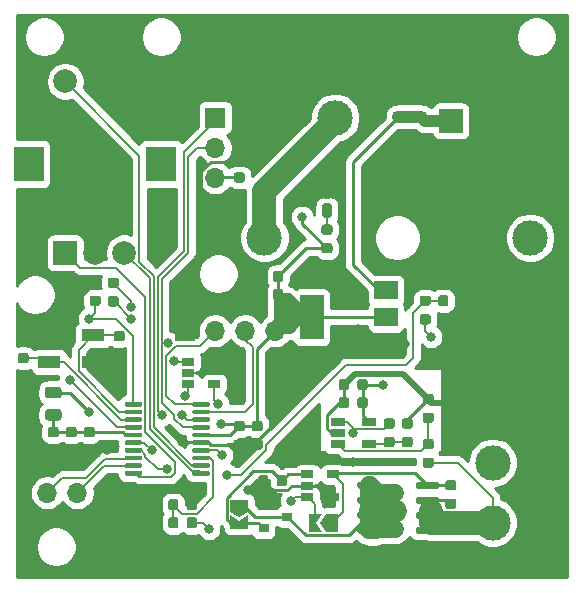
<source format=gbr>
%TF.GenerationSoftware,KiCad,Pcbnew,5.1.6*%
%TF.CreationDate,2020-09-04T20:47:42+02:00*%
%TF.ProjectId,JBC_Nano_Hardware,4a42435f-4e61-46e6-9f5f-486172647761,rev?*%
%TF.SameCoordinates,Original*%
%TF.FileFunction,Copper,L1,Top*%
%TF.FilePolarity,Positive*%
%FSLAX46Y46*%
G04 Gerber Fmt 4.6, Leading zero omitted, Abs format (unit mm)*
G04 Created by KiCad (PCBNEW 5.1.6) date 2020-09-04 20:47:42*
%MOMM*%
%LPD*%
G01*
G04 APERTURE LIST*
%TA.AperFunction,ComponentPad*%
%ADD10R,2.000000X2.000000*%
%TD*%
%TA.AperFunction,ComponentPad*%
%ADD11C,2.000000*%
%TD*%
%TA.AperFunction,ComponentPad*%
%ADD12C,3.000000*%
%TD*%
%TA.AperFunction,ComponentPad*%
%ADD13R,3.000000X3.000000*%
%TD*%
%TA.AperFunction,ComponentPad*%
%ADD14R,1.700000X1.700000*%
%TD*%
%TA.AperFunction,ComponentPad*%
%ADD15O,1.700000X1.700000*%
%TD*%
%TA.AperFunction,SMDPad,CuDef*%
%ADD16C,0.100000*%
%TD*%
%TA.AperFunction,ComponentPad*%
%ADD17R,2.500000X3.000000*%
%TD*%
%TA.AperFunction,SMDPad,CuDef*%
%ADD18R,1.220000X0.650000*%
%TD*%
%TA.AperFunction,SMDPad,CuDef*%
%ADD19R,1.900000X1.100000*%
%TD*%
%TA.AperFunction,SMDPad,CuDef*%
%ADD20R,0.900000X0.800000*%
%TD*%
%TA.AperFunction,SMDPad,CuDef*%
%ADD21R,1.060000X0.650000*%
%TD*%
%TA.AperFunction,SMDPad,CuDef*%
%ADD22R,2.000000X3.800000*%
%TD*%
%TA.AperFunction,SMDPad,CuDef*%
%ADD23R,2.000000X1.500000*%
%TD*%
%TA.AperFunction,ViaPad*%
%ADD24C,0.800000*%
%TD*%
%TA.AperFunction,Conductor*%
%ADD25C,1.000000*%
%TD*%
%TA.AperFunction,Conductor*%
%ADD26C,2.000000*%
%TD*%
%TA.AperFunction,Conductor*%
%ADD27C,1.500000*%
%TD*%
%TA.AperFunction,Conductor*%
%ADD28C,0.250000*%
%TD*%
%TA.AperFunction,Conductor*%
%ADD29C,0.500000*%
%TD*%
%TA.AperFunction,Conductor*%
%ADD30C,0.152400*%
%TD*%
%TA.AperFunction,Conductor*%
%ADD31C,0.254000*%
%TD*%
G04 APERTURE END LIST*
%TO.P,C1,2*%
%TO.N,GND*%
%TA.AperFunction,SMDPad,CuDef*%
G36*
G01*
X42161750Y-59252500D02*
X42674250Y-59252500D01*
G75*
G02*
X42893000Y-59471250I0J-218750D01*
G01*
X42893000Y-59908750D01*
G75*
G02*
X42674250Y-60127500I-218750J0D01*
G01*
X42161750Y-60127500D01*
G75*
G02*
X41943000Y-59908750I0J218750D01*
G01*
X41943000Y-59471250D01*
G75*
G02*
X42161750Y-59252500I218750J0D01*
G01*
G37*
%TD.AperFunction*%
%TO.P,C1,1*%
%TO.N,+3V3*%
%TA.AperFunction,SMDPad,CuDef*%
G36*
G01*
X42161750Y-57677500D02*
X42674250Y-57677500D01*
G75*
G02*
X42893000Y-57896250I0J-218750D01*
G01*
X42893000Y-58333750D01*
G75*
G02*
X42674250Y-58552500I-218750J0D01*
G01*
X42161750Y-58552500D01*
G75*
G02*
X41943000Y-58333750I0J218750D01*
G01*
X41943000Y-57896250D01*
G75*
G02*
X42161750Y-57677500I218750J0D01*
G01*
G37*
%TD.AperFunction*%
%TD*%
%TO.P,C2,1*%
%TO.N,+3V3*%
%TA.AperFunction,SMDPad,CuDef*%
G36*
G01*
X43685750Y-57677500D02*
X44198250Y-57677500D01*
G75*
G02*
X44417000Y-57896250I0J-218750D01*
G01*
X44417000Y-58333750D01*
G75*
G02*
X44198250Y-58552500I-218750J0D01*
G01*
X43685750Y-58552500D01*
G75*
G02*
X43467000Y-58333750I0J218750D01*
G01*
X43467000Y-57896250D01*
G75*
G02*
X43685750Y-57677500I218750J0D01*
G01*
G37*
%TD.AperFunction*%
%TO.P,C2,2*%
%TO.N,GND*%
%TA.AperFunction,SMDPad,CuDef*%
G36*
G01*
X43685750Y-59252500D02*
X44198250Y-59252500D01*
G75*
G02*
X44417000Y-59471250I0J-218750D01*
G01*
X44417000Y-59908750D01*
G75*
G02*
X44198250Y-60127500I-218750J0D01*
G01*
X43685750Y-60127500D01*
G75*
G02*
X43467000Y-59908750I0J218750D01*
G01*
X43467000Y-59471250D01*
G75*
G02*
X43685750Y-59252500I218750J0D01*
G01*
G37*
%TD.AperFunction*%
%TD*%
%TO.P,C3,2*%
%TO.N,GND*%
%TA.AperFunction,SMDPad,CuDef*%
G36*
G01*
X32001750Y-51632500D02*
X32514250Y-51632500D01*
G75*
G02*
X32733000Y-51851250I0J-218750D01*
G01*
X32733000Y-52288750D01*
G75*
G02*
X32514250Y-52507500I-218750J0D01*
G01*
X32001750Y-52507500D01*
G75*
G02*
X31783000Y-52288750I0J218750D01*
G01*
X31783000Y-51851250D01*
G75*
G02*
X32001750Y-51632500I218750J0D01*
G01*
G37*
%TD.AperFunction*%
%TO.P,C3,1*%
%TO.N,Net-(C3-Pad1)*%
%TA.AperFunction,SMDPad,CuDef*%
G36*
G01*
X32001750Y-50057500D02*
X32514250Y-50057500D01*
G75*
G02*
X32733000Y-50276250I0J-218750D01*
G01*
X32733000Y-50713750D01*
G75*
G02*
X32514250Y-50932500I-218750J0D01*
G01*
X32001750Y-50932500D01*
G75*
G02*
X31783000Y-50713750I0J218750D01*
G01*
X31783000Y-50276250D01*
G75*
G02*
X32001750Y-50057500I218750J0D01*
G01*
G37*
%TD.AperFunction*%
%TD*%
%TO.P,C4,2*%
%TO.N,GND*%
%TA.AperFunction,SMDPad,CuDef*%
G36*
G01*
X56136250Y-30790500D02*
X55623750Y-30790500D01*
G75*
G02*
X55405000Y-30571750I0J218750D01*
G01*
X55405000Y-30134250D01*
G75*
G02*
X55623750Y-29915500I218750J0D01*
G01*
X56136250Y-29915500D01*
G75*
G02*
X56355000Y-30134250I0J-218750D01*
G01*
X56355000Y-30571750D01*
G75*
G02*
X56136250Y-30790500I-218750J0D01*
G01*
G37*
%TD.AperFunction*%
%TO.P,C4,1*%
%TO.N,VDC*%
%TA.AperFunction,SMDPad,CuDef*%
G36*
G01*
X56136250Y-32365500D02*
X55623750Y-32365500D01*
G75*
G02*
X55405000Y-32146750I0J218750D01*
G01*
X55405000Y-31709250D01*
G75*
G02*
X55623750Y-31490500I218750J0D01*
G01*
X56136250Y-31490500D01*
G75*
G02*
X56355000Y-31709250I0J-218750D01*
G01*
X56355000Y-32146750D01*
G75*
G02*
X56136250Y-32365500I-218750J0D01*
G01*
G37*
%TD.AperFunction*%
%TD*%
%TO.P,C5,1*%
%TO.N,VDDA*%
%TA.AperFunction,SMDPad,CuDef*%
G36*
G01*
X29461750Y-58185500D02*
X29974250Y-58185500D01*
G75*
G02*
X30193000Y-58404250I0J-218750D01*
G01*
X30193000Y-58841750D01*
G75*
G02*
X29974250Y-59060500I-218750J0D01*
G01*
X29461750Y-59060500D01*
G75*
G02*
X29243000Y-58841750I0J218750D01*
G01*
X29243000Y-58404250D01*
G75*
G02*
X29461750Y-58185500I218750J0D01*
G01*
G37*
%TD.AperFunction*%
%TO.P,C5,2*%
%TO.N,GND*%
%TA.AperFunction,SMDPad,CuDef*%
G36*
G01*
X29461750Y-59760500D02*
X29974250Y-59760500D01*
G75*
G02*
X30193000Y-59979250I0J-218750D01*
G01*
X30193000Y-60416750D01*
G75*
G02*
X29974250Y-60635500I-218750J0D01*
G01*
X29461750Y-60635500D01*
G75*
G02*
X29243000Y-60416750I0J218750D01*
G01*
X29243000Y-59979250D01*
G75*
G02*
X29461750Y-59760500I218750J0D01*
G01*
G37*
%TD.AperFunction*%
%TD*%
%TO.P,C6,1*%
%TO.N,Net-(C6-Pad1)*%
%TA.AperFunction,SMDPad,CuDef*%
G36*
G01*
X24386250Y-52787000D02*
X23873750Y-52787000D01*
G75*
G02*
X23655000Y-52568250I0J218750D01*
G01*
X23655000Y-52130750D01*
G75*
G02*
X23873750Y-51912000I218750J0D01*
G01*
X24386250Y-51912000D01*
G75*
G02*
X24605000Y-52130750I0J-218750D01*
G01*
X24605000Y-52568250D01*
G75*
G02*
X24386250Y-52787000I-218750J0D01*
G01*
G37*
%TD.AperFunction*%
%TO.P,C6,2*%
%TO.N,GND*%
%TA.AperFunction,SMDPad,CuDef*%
G36*
G01*
X24386250Y-51212000D02*
X23873750Y-51212000D01*
G75*
G02*
X23655000Y-50993250I0J218750D01*
G01*
X23655000Y-50555750D01*
G75*
G02*
X23873750Y-50337000I218750J0D01*
G01*
X24386250Y-50337000D01*
G75*
G02*
X24605000Y-50555750I0J-218750D01*
G01*
X24605000Y-50993250D01*
G75*
G02*
X24386250Y-51212000I-218750J0D01*
G01*
G37*
%TD.AperFunction*%
%TD*%
%TO.P,C7,2*%
%TO.N,GND*%
%TA.AperFunction,SMDPad,CuDef*%
G36*
G01*
X58041250Y-30790500D02*
X57528750Y-30790500D01*
G75*
G02*
X57310000Y-30571750I0J218750D01*
G01*
X57310000Y-30134250D01*
G75*
G02*
X57528750Y-29915500I218750J0D01*
G01*
X58041250Y-29915500D01*
G75*
G02*
X58260000Y-30134250I0J-218750D01*
G01*
X58260000Y-30571750D01*
G75*
G02*
X58041250Y-30790500I-218750J0D01*
G01*
G37*
%TD.AperFunction*%
%TO.P,C7,1*%
%TO.N,VDC*%
%TA.AperFunction,SMDPad,CuDef*%
G36*
G01*
X58041250Y-32365500D02*
X57528750Y-32365500D01*
G75*
G02*
X57310000Y-32146750I0J218750D01*
G01*
X57310000Y-31709250D01*
G75*
G02*
X57528750Y-31490500I218750J0D01*
G01*
X58041250Y-31490500D01*
G75*
G02*
X58260000Y-31709250I0J-218750D01*
G01*
X58260000Y-32146750D01*
G75*
G02*
X58041250Y-32365500I-218750J0D01*
G01*
G37*
%TD.AperFunction*%
%TD*%
%TO.P,C8,2*%
%TO.N,GND*%
%TA.AperFunction,SMDPad,CuDef*%
G36*
G01*
X27937750Y-59760500D02*
X28450250Y-59760500D01*
G75*
G02*
X28669000Y-59979250I0J-218750D01*
G01*
X28669000Y-60416750D01*
G75*
G02*
X28450250Y-60635500I-218750J0D01*
G01*
X27937750Y-60635500D01*
G75*
G02*
X27719000Y-60416750I0J218750D01*
G01*
X27719000Y-59979250D01*
G75*
G02*
X27937750Y-59760500I218750J0D01*
G01*
G37*
%TD.AperFunction*%
%TO.P,C8,1*%
%TO.N,VDDA*%
%TA.AperFunction,SMDPad,CuDef*%
G36*
G01*
X27937750Y-58185500D02*
X28450250Y-58185500D01*
G75*
G02*
X28669000Y-58404250I0J-218750D01*
G01*
X28669000Y-58841750D01*
G75*
G02*
X28450250Y-59060500I-218750J0D01*
G01*
X27937750Y-59060500D01*
G75*
G02*
X27719000Y-58841750I0J218750D01*
G01*
X27719000Y-58404250D01*
G75*
G02*
X27937750Y-58185500I218750J0D01*
G01*
G37*
%TD.AperFunction*%
%TD*%
D10*
%TO.P,C9,1*%
%TO.N,VDC*%
X60325000Y-32258000D03*
D11*
%TO.P,C9,2*%
%TO.N,GND*%
X60325000Y-28758000D03*
%TD*%
%TO.P,C10,1*%
%TO.N,VDDA*%
%TA.AperFunction,SMDPad,CuDef*%
G36*
G01*
X26413750Y-58185500D02*
X26926250Y-58185500D01*
G75*
G02*
X27145000Y-58404250I0J-218750D01*
G01*
X27145000Y-58841750D01*
G75*
G02*
X26926250Y-59060500I-218750J0D01*
G01*
X26413750Y-59060500D01*
G75*
G02*
X26195000Y-58841750I0J218750D01*
G01*
X26195000Y-58404250D01*
G75*
G02*
X26413750Y-58185500I218750J0D01*
G01*
G37*
%TD.AperFunction*%
%TO.P,C10,2*%
%TO.N,GND*%
%TA.AperFunction,SMDPad,CuDef*%
G36*
G01*
X26413750Y-59760500D02*
X26926250Y-59760500D01*
G75*
G02*
X27145000Y-59979250I0J-218750D01*
G01*
X27145000Y-60416750D01*
G75*
G02*
X26926250Y-60635500I-218750J0D01*
G01*
X26413750Y-60635500D01*
G75*
G02*
X26195000Y-60416750I0J218750D01*
G01*
X26195000Y-59979250D01*
G75*
G02*
X26413750Y-59760500I218750J0D01*
G01*
G37*
%TD.AperFunction*%
%TD*%
%TO.P,C11,2*%
%TO.N,GND*%
%TA.AperFunction,SMDPad,CuDef*%
G36*
G01*
X44580000Y-46709750D02*
X44580000Y-47222250D01*
G75*
G02*
X44361250Y-47441000I-218750J0D01*
G01*
X43923750Y-47441000D01*
G75*
G02*
X43705000Y-47222250I0J218750D01*
G01*
X43705000Y-46709750D01*
G75*
G02*
X43923750Y-46491000I218750J0D01*
G01*
X44361250Y-46491000D01*
G75*
G02*
X44580000Y-46709750I0J-218750D01*
G01*
G37*
%TD.AperFunction*%
%TO.P,C11,1*%
%TO.N,+3V3*%
%TA.AperFunction,SMDPad,CuDef*%
G36*
G01*
X46155000Y-46709750D02*
X46155000Y-47222250D01*
G75*
G02*
X45936250Y-47441000I-218750J0D01*
G01*
X45498750Y-47441000D01*
G75*
G02*
X45280000Y-47222250I0J218750D01*
G01*
X45280000Y-46709750D01*
G75*
G02*
X45498750Y-46491000I218750J0D01*
G01*
X45936250Y-46491000D01*
G75*
G02*
X46155000Y-46709750I0J-218750D01*
G01*
G37*
%TD.AperFunction*%
%TD*%
%TO.P,C12,1*%
%TO.N,+3V3*%
%TA.AperFunction,SMDPad,CuDef*%
G36*
G01*
X46155000Y-45185750D02*
X46155000Y-45698250D01*
G75*
G02*
X45936250Y-45917000I-218750J0D01*
G01*
X45498750Y-45917000D01*
G75*
G02*
X45280000Y-45698250I0J218750D01*
G01*
X45280000Y-45185750D01*
G75*
G02*
X45498750Y-44967000I218750J0D01*
G01*
X45936250Y-44967000D01*
G75*
G02*
X46155000Y-45185750I0J-218750D01*
G01*
G37*
%TD.AperFunction*%
%TO.P,C12,2*%
%TO.N,GND*%
%TA.AperFunction,SMDPad,CuDef*%
G36*
G01*
X44580000Y-45185750D02*
X44580000Y-45698250D01*
G75*
G02*
X44361250Y-45917000I-218750J0D01*
G01*
X43923750Y-45917000D01*
G75*
G02*
X43705000Y-45698250I0J218750D01*
G01*
X43705000Y-45185750D01*
G75*
G02*
X43923750Y-44967000I218750J0D01*
G01*
X44361250Y-44967000D01*
G75*
G02*
X44580000Y-45185750I0J-218750D01*
G01*
G37*
%TD.AperFunction*%
%TD*%
%TO.P,C14,1*%
%TO.N,Net-(C14-Pad1)*%
%TA.AperFunction,SMDPad,CuDef*%
G36*
G01*
X46462500Y-62481750D02*
X46462500Y-62994250D01*
G75*
G02*
X46243750Y-63213000I-218750J0D01*
G01*
X45806250Y-63213000D01*
G75*
G02*
X45587500Y-62994250I0J218750D01*
G01*
X45587500Y-62481750D01*
G75*
G02*
X45806250Y-62263000I218750J0D01*
G01*
X46243750Y-62263000D01*
G75*
G02*
X46462500Y-62481750I0J-218750D01*
G01*
G37*
%TD.AperFunction*%
%TO.P,C14,2*%
%TO.N,GND*%
%TA.AperFunction,SMDPad,CuDef*%
G36*
G01*
X44887500Y-62481750D02*
X44887500Y-62994250D01*
G75*
G02*
X44668750Y-63213000I-218750J0D01*
G01*
X44231250Y-63213000D01*
G75*
G02*
X44012500Y-62994250I0J218750D01*
G01*
X44012500Y-62481750D01*
G75*
G02*
X44231250Y-62263000I218750J0D01*
G01*
X44668750Y-62263000D01*
G75*
G02*
X44887500Y-62481750I0J-218750D01*
G01*
G37*
%TD.AperFunction*%
%TD*%
%TO.P,C15,1*%
%TO.N,+3V3*%
%TA.AperFunction,SMDPad,CuDef*%
G36*
G01*
X53295000Y-55877750D02*
X53295000Y-56390250D01*
G75*
G02*
X53076250Y-56609000I-218750J0D01*
G01*
X52638750Y-56609000D01*
G75*
G02*
X52420000Y-56390250I0J218750D01*
G01*
X52420000Y-55877750D01*
G75*
G02*
X52638750Y-55659000I218750J0D01*
G01*
X53076250Y-55659000D01*
G75*
G02*
X53295000Y-55877750I0J-218750D01*
G01*
G37*
%TD.AperFunction*%
%TO.P,C15,2*%
%TO.N,GND*%
%TA.AperFunction,SMDPad,CuDef*%
G36*
G01*
X51720000Y-55877750D02*
X51720000Y-56390250D01*
G75*
G02*
X51501250Y-56609000I-218750J0D01*
G01*
X51063750Y-56609000D01*
G75*
G02*
X50845000Y-56390250I0J218750D01*
G01*
X50845000Y-55877750D01*
G75*
G02*
X51063750Y-55659000I218750J0D01*
G01*
X51501250Y-55659000D01*
G75*
G02*
X51720000Y-55877750I0J-218750D01*
G01*
G37*
%TD.AperFunction*%
%TD*%
%TO.P,C16,2*%
%TO.N,GND*%
%TA.AperFunction,SMDPad,CuDef*%
G36*
G01*
X51720000Y-54353750D02*
X51720000Y-54866250D01*
G75*
G02*
X51501250Y-55085000I-218750J0D01*
G01*
X51063750Y-55085000D01*
G75*
G02*
X50845000Y-54866250I0J218750D01*
G01*
X50845000Y-54353750D01*
G75*
G02*
X51063750Y-54135000I218750J0D01*
G01*
X51501250Y-54135000D01*
G75*
G02*
X51720000Y-54353750I0J-218750D01*
G01*
G37*
%TD.AperFunction*%
%TO.P,C16,1*%
%TO.N,+3V3*%
%TA.AperFunction,SMDPad,CuDef*%
G36*
G01*
X53295000Y-54353750D02*
X53295000Y-54866250D01*
G75*
G02*
X53076250Y-55085000I-218750J0D01*
G01*
X52638750Y-55085000D01*
G75*
G02*
X52420000Y-54866250I0J218750D01*
G01*
X52420000Y-54353750D01*
G75*
G02*
X52638750Y-54135000I218750J0D01*
G01*
X53076250Y-54135000D01*
G75*
G02*
X53295000Y-54353750I0J-218750D01*
G01*
G37*
%TD.AperFunction*%
%TD*%
%TO.P,C13,1*%
%TO.N,/IDLE_SW*%
%TA.AperFunction,SMDPad,CuDef*%
G36*
G01*
X36392500Y-65026250D02*
X36392500Y-64513750D01*
G75*
G02*
X36611250Y-64295000I218750J0D01*
G01*
X37048750Y-64295000D01*
G75*
G02*
X37267500Y-64513750I0J-218750D01*
G01*
X37267500Y-65026250D01*
G75*
G02*
X37048750Y-65245000I-218750J0D01*
G01*
X36611250Y-65245000D01*
G75*
G02*
X36392500Y-65026250I0J218750D01*
G01*
G37*
%TD.AperFunction*%
%TO.P,C13,2*%
%TO.N,GND*%
%TA.AperFunction,SMDPad,CuDef*%
G36*
G01*
X37967500Y-65026250D02*
X37967500Y-64513750D01*
G75*
G02*
X38186250Y-64295000I218750J0D01*
G01*
X38623750Y-64295000D01*
G75*
G02*
X38842500Y-64513750I0J-218750D01*
G01*
X38842500Y-65026250D01*
G75*
G02*
X38623750Y-65245000I-218750J0D01*
G01*
X38186250Y-65245000D01*
G75*
G02*
X37967500Y-65026250I0J218750D01*
G01*
G37*
%TD.AperFunction*%
%TD*%
%TO.P,D1,1*%
%TO.N,GND*%
%TA.AperFunction,SMDPad,CuDef*%
G36*
G01*
X58163750Y-55391500D02*
X58676250Y-55391500D01*
G75*
G02*
X58895000Y-55610250I0J-218750D01*
G01*
X58895000Y-56047750D01*
G75*
G02*
X58676250Y-56266500I-218750J0D01*
G01*
X58163750Y-56266500D01*
G75*
G02*
X57945000Y-56047750I0J218750D01*
G01*
X57945000Y-55610250D01*
G75*
G02*
X58163750Y-55391500I218750J0D01*
G01*
G37*
%TD.AperFunction*%
%TO.P,D1,2*%
%TO.N,Net-(D1-Pad2)*%
%TA.AperFunction,SMDPad,CuDef*%
G36*
G01*
X58163750Y-56966500D02*
X58676250Y-56966500D01*
G75*
G02*
X58895000Y-57185250I0J-218750D01*
G01*
X58895000Y-57622750D01*
G75*
G02*
X58676250Y-57841500I-218750J0D01*
G01*
X58163750Y-57841500D01*
G75*
G02*
X57945000Y-57622750I0J218750D01*
G01*
X57945000Y-57185250D01*
G75*
G02*
X58163750Y-56966500I218750J0D01*
G01*
G37*
%TD.AperFunction*%
%TD*%
D12*
%TO.P,F1,1*%
%TO.N,VDC*%
X67056000Y-42164000D03*
%TO.P,F1,2*%
%TO.N,Net-(F1-Pad2)*%
X44556000Y-42164000D03*
%TD*%
D13*
%TO.P,J1,1*%
%TO.N,GND*%
X45466000Y-32004000D03*
D12*
%TO.P,J1,2*%
%TO.N,Net-(F1-Pad2)*%
X50546000Y-32004000D03*
%TD*%
D14*
%TO.P,J3,1*%
%TO.N,GND*%
X37846000Y-50038000D03*
D15*
%TO.P,J3,2*%
%TO.N,/SWDCLK*%
X40386000Y-50038000D03*
%TO.P,J3,3*%
%TO.N,/SWDIO*%
X42926000Y-50038000D03*
%TO.P,J3,4*%
%TO.N,+3V3*%
X45466000Y-50038000D03*
%TD*%
D14*
%TO.P,J4,1*%
%TO.N,GND*%
X31242000Y-63754000D03*
D15*
%TO.P,J4,2*%
%TO.N,/UART_RX*%
X28702000Y-63754000D03*
%TO.P,J4,3*%
%TO.N,/UART_TX*%
X26162000Y-63754000D03*
%TD*%
D14*
%TO.P,J5,1*%
%TO.N,/I2C_SDA*%
X40386000Y-32004000D03*
D15*
%TO.P,J5,2*%
%TO.N,/I2C_SCL*%
X40386000Y-34544000D03*
%TO.P,J5,3*%
%TO.N,+3V3*%
X40386000Y-37084000D03*
%TO.P,J5,4*%
%TO.N,GND*%
X40386000Y-39624000D03*
%TD*%
%TA.AperFunction,SMDPad,CuDef*%
D16*
%TO.P,JP1,2*%
%TO.N,Net-(C14-Pad1)*%
G36*
X41668000Y-66794000D02*
G01*
X41668000Y-65644000D01*
X42418000Y-66144000D01*
X43168000Y-65644000D01*
X43168000Y-66794000D01*
X41668000Y-66794000D01*
G37*
%TD.AperFunction*%
%TA.AperFunction,SMDPad,CuDef*%
%TO.P,JP1,1*%
%TO.N,VDC*%
G36*
X42418000Y-65844000D02*
G01*
X41668000Y-65344000D01*
X41668000Y-64344000D01*
X43168000Y-64344000D01*
X43168000Y-65344000D01*
X42418000Y-65844000D01*
G37*
%TD.AperFunction*%
%TD*%
%TA.AperFunction,SMDPad,CuDef*%
%TO.P,JP2,1*%
%TO.N,/HEATER_GATE*%
G36*
X49255000Y-66294000D02*
G01*
X49755000Y-65544000D01*
X50755000Y-65544000D01*
X50755000Y-67044000D01*
X49755000Y-67044000D01*
X49255000Y-66294000D01*
G37*
%TD.AperFunction*%
%TA.AperFunction,SMDPad,CuDef*%
%TO.P,JP2,2*%
%TO.N,/HEATER_ON*%
G36*
X48305000Y-65544000D02*
G01*
X49455000Y-65544000D01*
X48955000Y-66294000D01*
X49455000Y-67044000D01*
X48305000Y-67044000D01*
X48305000Y-65544000D01*
G37*
%TD.AperFunction*%
%TD*%
%TO.P,L1,2*%
%TO.N,VDDA*%
%TA.AperFunction,SMDPad,CuDef*%
G36*
G01*
X26213750Y-56662500D02*
X27126250Y-56662500D01*
G75*
G02*
X27370000Y-56906250I0J-243750D01*
G01*
X27370000Y-57393750D01*
G75*
G02*
X27126250Y-57637500I-243750J0D01*
G01*
X26213750Y-57637500D01*
G75*
G02*
X25970000Y-57393750I0J243750D01*
G01*
X25970000Y-56906250D01*
G75*
G02*
X26213750Y-56662500I243750J0D01*
G01*
G37*
%TD.AperFunction*%
%TO.P,L1,1*%
%TO.N,+3V3*%
%TA.AperFunction,SMDPad,CuDef*%
G36*
G01*
X26213750Y-54787500D02*
X27126250Y-54787500D01*
G75*
G02*
X27370000Y-55031250I0J-243750D01*
G01*
X27370000Y-55518750D01*
G75*
G02*
X27126250Y-55762500I-243750J0D01*
G01*
X26213750Y-55762500D01*
G75*
G02*
X25970000Y-55518750I0J243750D01*
G01*
X25970000Y-55031250D01*
G75*
G02*
X26213750Y-54787500I243750J0D01*
G01*
G37*
%TD.AperFunction*%
%TD*%
%TO.P,Q1,1*%
%TO.N,Net-(J2-Pad4)*%
%TA.AperFunction,SMDPad,CuDef*%
G36*
G01*
X59330000Y-66779000D02*
X59330000Y-67079000D01*
G75*
G02*
X59180000Y-67229000I-150000J0D01*
G01*
X57530000Y-67229000D01*
G75*
G02*
X57380000Y-67079000I0J150000D01*
G01*
X57380000Y-66779000D01*
G75*
G02*
X57530000Y-66629000I150000J0D01*
G01*
X59180000Y-66629000D01*
G75*
G02*
X59330000Y-66779000I0J-150000D01*
G01*
G37*
%TD.AperFunction*%
%TO.P,Q1,2*%
%TA.AperFunction,SMDPad,CuDef*%
G36*
G01*
X59330000Y-65509000D02*
X59330000Y-65809000D01*
G75*
G02*
X59180000Y-65959000I-150000J0D01*
G01*
X57530000Y-65959000D01*
G75*
G02*
X57380000Y-65809000I0J150000D01*
G01*
X57380000Y-65509000D01*
G75*
G02*
X57530000Y-65359000I150000J0D01*
G01*
X59180000Y-65359000D01*
G75*
G02*
X59330000Y-65509000I0J-150000D01*
G01*
G37*
%TD.AperFunction*%
%TO.P,Q1,3*%
%TA.AperFunction,SMDPad,CuDef*%
G36*
G01*
X59330000Y-64239000D02*
X59330000Y-64539000D01*
G75*
G02*
X59180000Y-64689000I-150000J0D01*
G01*
X57530000Y-64689000D01*
G75*
G02*
X57380000Y-64539000I0J150000D01*
G01*
X57380000Y-64239000D01*
G75*
G02*
X57530000Y-64089000I150000J0D01*
G01*
X59180000Y-64089000D01*
G75*
G02*
X59330000Y-64239000I0J-150000D01*
G01*
G37*
%TD.AperFunction*%
%TO.P,Q1,4*%
%TO.N,/HEATER_GATE*%
%TA.AperFunction,SMDPad,CuDef*%
G36*
G01*
X59330000Y-62969000D02*
X59330000Y-63269000D01*
G75*
G02*
X59180000Y-63419000I-150000J0D01*
G01*
X57530000Y-63419000D01*
G75*
G02*
X57380000Y-63269000I0J150000D01*
G01*
X57380000Y-62969000D01*
G75*
G02*
X57530000Y-62819000I150000J0D01*
G01*
X59180000Y-62819000D01*
G75*
G02*
X59330000Y-62969000I0J-150000D01*
G01*
G37*
%TD.AperFunction*%
%TO.P,Q1,5*%
%TO.N,VDC*%
%TA.AperFunction,SMDPad,CuDef*%
G36*
G01*
X54380000Y-62969000D02*
X54380000Y-63269000D01*
G75*
G02*
X54230000Y-63419000I-150000J0D01*
G01*
X52580000Y-63419000D01*
G75*
G02*
X52430000Y-63269000I0J150000D01*
G01*
X52430000Y-62969000D01*
G75*
G02*
X52580000Y-62819000I150000J0D01*
G01*
X54230000Y-62819000D01*
G75*
G02*
X54380000Y-62969000I0J-150000D01*
G01*
G37*
%TD.AperFunction*%
%TO.P,Q1,6*%
%TA.AperFunction,SMDPad,CuDef*%
G36*
G01*
X54380000Y-64239000D02*
X54380000Y-64539000D01*
G75*
G02*
X54230000Y-64689000I-150000J0D01*
G01*
X52580000Y-64689000D01*
G75*
G02*
X52430000Y-64539000I0J150000D01*
G01*
X52430000Y-64239000D01*
G75*
G02*
X52580000Y-64089000I150000J0D01*
G01*
X54230000Y-64089000D01*
G75*
G02*
X54380000Y-64239000I0J-150000D01*
G01*
G37*
%TD.AperFunction*%
%TO.P,Q1,7*%
%TA.AperFunction,SMDPad,CuDef*%
G36*
G01*
X54380000Y-65509000D02*
X54380000Y-65809000D01*
G75*
G02*
X54230000Y-65959000I-150000J0D01*
G01*
X52580000Y-65959000D01*
G75*
G02*
X52430000Y-65809000I0J150000D01*
G01*
X52430000Y-65509000D01*
G75*
G02*
X52580000Y-65359000I150000J0D01*
G01*
X54230000Y-65359000D01*
G75*
G02*
X54380000Y-65509000I0J-150000D01*
G01*
G37*
%TD.AperFunction*%
%TO.P,Q1,8*%
%TA.AperFunction,SMDPad,CuDef*%
G36*
G01*
X54380000Y-66779000D02*
X54380000Y-67079000D01*
G75*
G02*
X54230000Y-67229000I-150000J0D01*
G01*
X52580000Y-67229000D01*
G75*
G02*
X52430000Y-67079000I0J150000D01*
G01*
X52430000Y-66779000D01*
G75*
G02*
X52580000Y-66629000I150000J0D01*
G01*
X54230000Y-66629000D01*
G75*
G02*
X54380000Y-66779000I0J-150000D01*
G01*
G37*
%TD.AperFunction*%
%TD*%
%TO.P,R1,2*%
%TO.N,Net-(J2-Pad4)*%
%TA.AperFunction,SMDPad,CuDef*%
G36*
G01*
X60068750Y-64256500D02*
X60581250Y-64256500D01*
G75*
G02*
X60800000Y-64475250I0J-218750D01*
G01*
X60800000Y-64912750D01*
G75*
G02*
X60581250Y-65131500I-218750J0D01*
G01*
X60068750Y-65131500D01*
G75*
G02*
X59850000Y-64912750I0J218750D01*
G01*
X59850000Y-64475250D01*
G75*
G02*
X60068750Y-64256500I218750J0D01*
G01*
G37*
%TD.AperFunction*%
%TO.P,R1,1*%
%TO.N,/HEATER_GATE*%
%TA.AperFunction,SMDPad,CuDef*%
G36*
G01*
X60068750Y-62681500D02*
X60581250Y-62681500D01*
G75*
G02*
X60800000Y-62900250I0J-218750D01*
G01*
X60800000Y-63337750D01*
G75*
G02*
X60581250Y-63556500I-218750J0D01*
G01*
X60068750Y-63556500D01*
G75*
G02*
X59850000Y-63337750I0J218750D01*
G01*
X59850000Y-62900250D01*
G75*
G02*
X60068750Y-62681500I218750J0D01*
G01*
G37*
%TD.AperFunction*%
%TD*%
%TO.P,R3,1*%
%TO.N,Net-(D1-Pad2)*%
%TA.AperFunction,SMDPad,CuDef*%
G36*
G01*
X58163750Y-59201500D02*
X58676250Y-59201500D01*
G75*
G02*
X58895000Y-59420250I0J-218750D01*
G01*
X58895000Y-59857750D01*
G75*
G02*
X58676250Y-60076500I-218750J0D01*
G01*
X58163750Y-60076500D01*
G75*
G02*
X57945000Y-59857750I0J218750D01*
G01*
X57945000Y-59420250D01*
G75*
G02*
X58163750Y-59201500I218750J0D01*
G01*
G37*
%TD.AperFunction*%
%TO.P,R3,2*%
%TO.N,Net-(J2-Pad4)*%
%TA.AperFunction,SMDPad,CuDef*%
G36*
G01*
X58163750Y-60776500D02*
X58676250Y-60776500D01*
G75*
G02*
X58895000Y-60995250I0J-218750D01*
G01*
X58895000Y-61432750D01*
G75*
G02*
X58676250Y-61651500I-218750J0D01*
G01*
X58163750Y-61651500D01*
G75*
G02*
X57945000Y-61432750I0J218750D01*
G01*
X57945000Y-60995250D01*
G75*
G02*
X58163750Y-60776500I218750J0D01*
G01*
G37*
%TD.AperFunction*%
%TD*%
%TO.P,R5,2*%
%TO.N,Net-(R5-Pad2)*%
%TA.AperFunction,SMDPad,CuDef*%
G36*
G01*
X54861750Y-59024000D02*
X55374250Y-59024000D01*
G75*
G02*
X55593000Y-59242750I0J-218750D01*
G01*
X55593000Y-59680250D01*
G75*
G02*
X55374250Y-59899000I-218750J0D01*
G01*
X54861750Y-59899000D01*
G75*
G02*
X54643000Y-59680250I0J218750D01*
G01*
X54643000Y-59242750D01*
G75*
G02*
X54861750Y-59024000I218750J0D01*
G01*
G37*
%TD.AperFunction*%
%TO.P,R5,1*%
%TO.N,/V_TC_AMP*%
%TA.AperFunction,SMDPad,CuDef*%
G36*
G01*
X54861750Y-57449000D02*
X55374250Y-57449000D01*
G75*
G02*
X55593000Y-57667750I0J-218750D01*
G01*
X55593000Y-58105250D01*
G75*
G02*
X55374250Y-58324000I-218750J0D01*
G01*
X54861750Y-58324000D01*
G75*
G02*
X54643000Y-58105250I0J218750D01*
G01*
X54643000Y-57667750D01*
G75*
G02*
X54861750Y-57449000I218750J0D01*
G01*
G37*
%TD.AperFunction*%
%TD*%
%TO.P,R6,1*%
%TO.N,Net-(R5-Pad2)*%
%TA.AperFunction,SMDPad,CuDef*%
G36*
G01*
X56898250Y-59899000D02*
X56385750Y-59899000D01*
G75*
G02*
X56167000Y-59680250I0J218750D01*
G01*
X56167000Y-59242750D01*
G75*
G02*
X56385750Y-59024000I218750J0D01*
G01*
X56898250Y-59024000D01*
G75*
G02*
X57117000Y-59242750I0J-218750D01*
G01*
X57117000Y-59680250D01*
G75*
G02*
X56898250Y-59899000I-218750J0D01*
G01*
G37*
%TD.AperFunction*%
%TO.P,R6,2*%
%TO.N,GND*%
%TA.AperFunction,SMDPad,CuDef*%
G36*
G01*
X56898250Y-58324000D02*
X56385750Y-58324000D01*
G75*
G02*
X56167000Y-58105250I0J218750D01*
G01*
X56167000Y-57667750D01*
G75*
G02*
X56385750Y-57449000I218750J0D01*
G01*
X56898250Y-57449000D01*
G75*
G02*
X57117000Y-57667750I0J-218750D01*
G01*
X57117000Y-58105250D01*
G75*
G02*
X56898250Y-58324000I-218750J0D01*
G01*
G37*
%TD.AperFunction*%
%TD*%
%TO.P,R2,1*%
%TO.N,/IDLE_SW*%
%TA.AperFunction,SMDPad,CuDef*%
G36*
G01*
X36392500Y-66550250D02*
X36392500Y-66037750D01*
G75*
G02*
X36611250Y-65819000I218750J0D01*
G01*
X37048750Y-65819000D01*
G75*
G02*
X37267500Y-66037750I0J-218750D01*
G01*
X37267500Y-66550250D01*
G75*
G02*
X37048750Y-66769000I-218750J0D01*
G01*
X36611250Y-66769000D01*
G75*
G02*
X36392500Y-66550250I0J218750D01*
G01*
G37*
%TD.AperFunction*%
%TO.P,R2,2*%
%TO.N,Net-(J2-Pad3)*%
%TA.AperFunction,SMDPad,CuDef*%
G36*
G01*
X37967500Y-66550250D02*
X37967500Y-66037750D01*
G75*
G02*
X38186250Y-65819000I218750J0D01*
G01*
X38623750Y-65819000D01*
G75*
G02*
X38842500Y-66037750I0J-218750D01*
G01*
X38842500Y-66550250D01*
G75*
G02*
X38623750Y-66769000I-218750J0D01*
G01*
X38186250Y-66769000D01*
G75*
G02*
X37967500Y-66550250I0J218750D01*
G01*
G37*
%TD.AperFunction*%
%TD*%
%TO.P,R7,1*%
%TO.N,VDC*%
%TA.AperFunction,SMDPad,CuDef*%
G36*
G01*
X58422250Y-49510500D02*
X57909750Y-49510500D01*
G75*
G02*
X57691000Y-49291750I0J218750D01*
G01*
X57691000Y-48854250D01*
G75*
G02*
X57909750Y-48635500I218750J0D01*
G01*
X58422250Y-48635500D01*
G75*
G02*
X58641000Y-48854250I0J-218750D01*
G01*
X58641000Y-49291750D01*
G75*
G02*
X58422250Y-49510500I-218750J0D01*
G01*
G37*
%TD.AperFunction*%
%TO.P,R7,2*%
%TO.N,/VDC_SENSE*%
%TA.AperFunction,SMDPad,CuDef*%
G36*
G01*
X58422250Y-47935500D02*
X57909750Y-47935500D01*
G75*
G02*
X57691000Y-47716750I0J218750D01*
G01*
X57691000Y-47279250D01*
G75*
G02*
X57909750Y-47060500I218750J0D01*
G01*
X58422250Y-47060500D01*
G75*
G02*
X58641000Y-47279250I0J-218750D01*
G01*
X58641000Y-47716750D01*
G75*
G02*
X58422250Y-47935500I-218750J0D01*
G01*
G37*
%TD.AperFunction*%
%TD*%
%TO.P,R8,2*%
%TO.N,GND*%
%TA.AperFunction,SMDPad,CuDef*%
G36*
G01*
X60827500Y-47754250D02*
X60827500Y-47241750D01*
G75*
G02*
X61046250Y-47023000I218750J0D01*
G01*
X61483750Y-47023000D01*
G75*
G02*
X61702500Y-47241750I0J-218750D01*
G01*
X61702500Y-47754250D01*
G75*
G02*
X61483750Y-47973000I-218750J0D01*
G01*
X61046250Y-47973000D01*
G75*
G02*
X60827500Y-47754250I0J218750D01*
G01*
G37*
%TD.AperFunction*%
%TO.P,R8,1*%
%TO.N,/VDC_SENSE*%
%TA.AperFunction,SMDPad,CuDef*%
G36*
G01*
X59252500Y-47754250D02*
X59252500Y-47241750D01*
G75*
G02*
X59471250Y-47023000I218750J0D01*
G01*
X59908750Y-47023000D01*
G75*
G02*
X60127500Y-47241750I0J-218750D01*
G01*
X60127500Y-47754250D01*
G75*
G02*
X59908750Y-47973000I-218750J0D01*
G01*
X59471250Y-47973000D01*
G75*
G02*
X59252500Y-47754250I0J218750D01*
G01*
G37*
%TD.AperFunction*%
%TD*%
%TO.P,R9,2*%
%TO.N,/UC_RST*%
%TA.AperFunction,SMDPad,CuDef*%
G36*
G01*
X31493750Y-47111500D02*
X32006250Y-47111500D01*
G75*
G02*
X32225000Y-47330250I0J-218750D01*
G01*
X32225000Y-47767750D01*
G75*
G02*
X32006250Y-47986500I-218750J0D01*
G01*
X31493750Y-47986500D01*
G75*
G02*
X31275000Y-47767750I0J218750D01*
G01*
X31275000Y-47330250D01*
G75*
G02*
X31493750Y-47111500I218750J0D01*
G01*
G37*
%TD.AperFunction*%
%TO.P,R9,1*%
%TO.N,+3V3*%
%TA.AperFunction,SMDPad,CuDef*%
G36*
G01*
X31493750Y-45536500D02*
X32006250Y-45536500D01*
G75*
G02*
X32225000Y-45755250I0J-218750D01*
G01*
X32225000Y-46192750D01*
G75*
G02*
X32006250Y-46411500I-218750J0D01*
G01*
X31493750Y-46411500D01*
G75*
G02*
X31275000Y-46192750I0J218750D01*
G01*
X31275000Y-45755250D01*
G75*
G02*
X31493750Y-45536500I218750J0D01*
G01*
G37*
%TD.AperFunction*%
%TD*%
%TO.P,R10,1*%
%TO.N,/UC_BOOT*%
%TA.AperFunction,SMDPad,CuDef*%
G36*
G01*
X30482250Y-47935500D02*
X29969750Y-47935500D01*
G75*
G02*
X29751000Y-47716750I0J218750D01*
G01*
X29751000Y-47279250D01*
G75*
G02*
X29969750Y-47060500I218750J0D01*
G01*
X30482250Y-47060500D01*
G75*
G02*
X30701000Y-47279250I0J-218750D01*
G01*
X30701000Y-47716750D01*
G75*
G02*
X30482250Y-47935500I-218750J0D01*
G01*
G37*
%TD.AperFunction*%
%TO.P,R10,2*%
%TO.N,GND*%
%TA.AperFunction,SMDPad,CuDef*%
G36*
G01*
X30482250Y-46360500D02*
X29969750Y-46360500D01*
G75*
G02*
X29751000Y-46141750I0J218750D01*
G01*
X29751000Y-45704250D01*
G75*
G02*
X29969750Y-45485500I218750J0D01*
G01*
X30482250Y-45485500D01*
G75*
G02*
X30701000Y-45704250I0J-218750D01*
G01*
X30701000Y-46141750D01*
G75*
G02*
X30482250Y-46360500I-218750J0D01*
G01*
G37*
%TD.AperFunction*%
%TD*%
D11*
%TO.P,SW1,S2*%
%TO.N,GND*%
X32686000Y-28934000D03*
%TO.P,SW1,S1*%
%TO.N,/ENCODER_SW*%
X27686000Y-28934000D03*
D17*
%TO.P,SW1,MP*%
%TO.N,N/C*%
X35786000Y-35934000D03*
X24586000Y-35934000D03*
D11*
%TO.P,SW1,B*%
%TO.N,/ENCODER_B*%
X32686000Y-43434000D03*
%TO.P,SW1,C*%
%TO.N,GND*%
X30186000Y-43434000D03*
D10*
%TO.P,SW1,A*%
%TO.N,/ENCODER_A*%
X27686000Y-43434000D03*
%TD*%
%TO.P,U1,1*%
%TO.N,/UC_BOOT*%
%TA.AperFunction,SMDPad,CuDef*%
G36*
G01*
X32722000Y-56357000D02*
X32722000Y-56157000D01*
G75*
G02*
X32822000Y-56057000I100000J0D01*
G01*
X34097000Y-56057000D01*
G75*
G02*
X34197000Y-56157000I0J-100000D01*
G01*
X34197000Y-56357000D01*
G75*
G02*
X34097000Y-56457000I-100000J0D01*
G01*
X32822000Y-56457000D01*
G75*
G02*
X32722000Y-56357000I0J100000D01*
G01*
G37*
%TD.AperFunction*%
%TO.P,U1,2*%
%TO.N,Net-(C3-Pad1)*%
%TA.AperFunction,SMDPad,CuDef*%
G36*
G01*
X32722000Y-57007000D02*
X32722000Y-56807000D01*
G75*
G02*
X32822000Y-56707000I100000J0D01*
G01*
X34097000Y-56707000D01*
G75*
G02*
X34197000Y-56807000I0J-100000D01*
G01*
X34197000Y-57007000D01*
G75*
G02*
X34097000Y-57107000I-100000J0D01*
G01*
X32822000Y-57107000D01*
G75*
G02*
X32722000Y-57007000I0J100000D01*
G01*
G37*
%TD.AperFunction*%
%TO.P,U1,3*%
%TO.N,Net-(C6-Pad1)*%
%TA.AperFunction,SMDPad,CuDef*%
G36*
G01*
X32722000Y-57657000D02*
X32722000Y-57457000D01*
G75*
G02*
X32822000Y-57357000I100000J0D01*
G01*
X34097000Y-57357000D01*
G75*
G02*
X34197000Y-57457000I0J-100000D01*
G01*
X34197000Y-57657000D01*
G75*
G02*
X34097000Y-57757000I-100000J0D01*
G01*
X32822000Y-57757000D01*
G75*
G02*
X32722000Y-57657000I0J100000D01*
G01*
G37*
%TD.AperFunction*%
%TO.P,U1,4*%
%TO.N,/UC_RST*%
%TA.AperFunction,SMDPad,CuDef*%
G36*
G01*
X32722000Y-58307000D02*
X32722000Y-58107000D01*
G75*
G02*
X32822000Y-58007000I100000J0D01*
G01*
X34097000Y-58007000D01*
G75*
G02*
X34197000Y-58107000I0J-100000D01*
G01*
X34197000Y-58307000D01*
G75*
G02*
X34097000Y-58407000I-100000J0D01*
G01*
X32822000Y-58407000D01*
G75*
G02*
X32722000Y-58307000I0J100000D01*
G01*
G37*
%TD.AperFunction*%
%TO.P,U1,5*%
%TO.N,VDDA*%
%TA.AperFunction,SMDPad,CuDef*%
G36*
G01*
X32722000Y-58957000D02*
X32722000Y-58757000D01*
G75*
G02*
X32822000Y-58657000I100000J0D01*
G01*
X34097000Y-58657000D01*
G75*
G02*
X34197000Y-58757000I0J-100000D01*
G01*
X34197000Y-58957000D01*
G75*
G02*
X34097000Y-59057000I-100000J0D01*
G01*
X32822000Y-59057000D01*
G75*
G02*
X32722000Y-58957000I0J100000D01*
G01*
G37*
%TD.AperFunction*%
%TO.P,U1,6*%
%TO.N,/V_TC_AMP*%
%TA.AperFunction,SMDPad,CuDef*%
G36*
G01*
X32722000Y-59607000D02*
X32722000Y-59407000D01*
G75*
G02*
X32822000Y-59307000I100000J0D01*
G01*
X34097000Y-59307000D01*
G75*
G02*
X34197000Y-59407000I0J-100000D01*
G01*
X34197000Y-59607000D01*
G75*
G02*
X34097000Y-59707000I-100000J0D01*
G01*
X32822000Y-59707000D01*
G75*
G02*
X32722000Y-59607000I0J100000D01*
G01*
G37*
%TD.AperFunction*%
%TO.P,U1,7*%
%TO.N,/VDC_SENSE*%
%TA.AperFunction,SMDPad,CuDef*%
G36*
G01*
X32722000Y-60257000D02*
X32722000Y-60057000D01*
G75*
G02*
X32822000Y-59957000I100000J0D01*
G01*
X34097000Y-59957000D01*
G75*
G02*
X34197000Y-60057000I0J-100000D01*
G01*
X34197000Y-60257000D01*
G75*
G02*
X34097000Y-60357000I-100000J0D01*
G01*
X32822000Y-60357000D01*
G75*
G02*
X32722000Y-60257000I0J100000D01*
G01*
G37*
%TD.AperFunction*%
%TO.P,U1,8*%
%TO.N,/UART_TX*%
%TA.AperFunction,SMDPad,CuDef*%
G36*
G01*
X32722000Y-60907000D02*
X32722000Y-60707000D01*
G75*
G02*
X32822000Y-60607000I100000J0D01*
G01*
X34097000Y-60607000D01*
G75*
G02*
X34197000Y-60707000I0J-100000D01*
G01*
X34197000Y-60907000D01*
G75*
G02*
X34097000Y-61007000I-100000J0D01*
G01*
X32822000Y-61007000D01*
G75*
G02*
X32722000Y-60907000I0J100000D01*
G01*
G37*
%TD.AperFunction*%
%TO.P,U1,9*%
%TO.N,/UART_RX*%
%TA.AperFunction,SMDPad,CuDef*%
G36*
G01*
X32722000Y-61557000D02*
X32722000Y-61357000D01*
G75*
G02*
X32822000Y-61257000I100000J0D01*
G01*
X34097000Y-61257000D01*
G75*
G02*
X34197000Y-61357000I0J-100000D01*
G01*
X34197000Y-61557000D01*
G75*
G02*
X34097000Y-61657000I-100000J0D01*
G01*
X32822000Y-61657000D01*
G75*
G02*
X32722000Y-61557000I0J100000D01*
G01*
G37*
%TD.AperFunction*%
%TO.P,U1,10*%
%TO.N,/ENCODER_A*%
%TA.AperFunction,SMDPad,CuDef*%
G36*
G01*
X32722000Y-62207000D02*
X32722000Y-62007000D01*
G75*
G02*
X32822000Y-61907000I100000J0D01*
G01*
X34097000Y-61907000D01*
G75*
G02*
X34197000Y-62007000I0J-100000D01*
G01*
X34197000Y-62207000D01*
G75*
G02*
X34097000Y-62307000I-100000J0D01*
G01*
X32822000Y-62307000D01*
G75*
G02*
X32722000Y-62207000I0J100000D01*
G01*
G37*
%TD.AperFunction*%
%TO.P,U1,11*%
%TO.N,/ENCODER_B*%
%TA.AperFunction,SMDPad,CuDef*%
G36*
G01*
X38447000Y-62207000D02*
X38447000Y-62007000D01*
G75*
G02*
X38547000Y-61907000I100000J0D01*
G01*
X39822000Y-61907000D01*
G75*
G02*
X39922000Y-62007000I0J-100000D01*
G01*
X39922000Y-62207000D01*
G75*
G02*
X39822000Y-62307000I-100000J0D01*
G01*
X38547000Y-62307000D01*
G75*
G02*
X38447000Y-62207000I0J100000D01*
G01*
G37*
%TD.AperFunction*%
%TO.P,U1,12*%
%TO.N,/ENCODER_SW*%
%TA.AperFunction,SMDPad,CuDef*%
G36*
G01*
X38447000Y-61557000D02*
X38447000Y-61357000D01*
G75*
G02*
X38547000Y-61257000I100000J0D01*
G01*
X39822000Y-61257000D01*
G75*
G02*
X39922000Y-61357000I0J-100000D01*
G01*
X39922000Y-61557000D01*
G75*
G02*
X39822000Y-61657000I-100000J0D01*
G01*
X38547000Y-61657000D01*
G75*
G02*
X38447000Y-61557000I0J100000D01*
G01*
G37*
%TD.AperFunction*%
%TO.P,U1,13*%
%TO.N,/IDLE_SW*%
%TA.AperFunction,SMDPad,CuDef*%
G36*
G01*
X38447000Y-60907000D02*
X38447000Y-60707000D01*
G75*
G02*
X38547000Y-60607000I100000J0D01*
G01*
X39822000Y-60607000D01*
G75*
G02*
X39922000Y-60707000I0J-100000D01*
G01*
X39922000Y-60907000D01*
G75*
G02*
X39822000Y-61007000I-100000J0D01*
G01*
X38547000Y-61007000D01*
G75*
G02*
X38447000Y-60907000I0J100000D01*
G01*
G37*
%TD.AperFunction*%
%TO.P,U1,14*%
%TO.N,/HEATER_ON*%
%TA.AperFunction,SMDPad,CuDef*%
G36*
G01*
X38447000Y-60257000D02*
X38447000Y-60057000D01*
G75*
G02*
X38547000Y-59957000I100000J0D01*
G01*
X39822000Y-59957000D01*
G75*
G02*
X39922000Y-60057000I0J-100000D01*
G01*
X39922000Y-60257000D01*
G75*
G02*
X39822000Y-60357000I-100000J0D01*
G01*
X38547000Y-60357000D01*
G75*
G02*
X38447000Y-60257000I0J100000D01*
G01*
G37*
%TD.AperFunction*%
%TO.P,U1,15*%
%TO.N,GND*%
%TA.AperFunction,SMDPad,CuDef*%
G36*
G01*
X38447000Y-59607000D02*
X38447000Y-59407000D01*
G75*
G02*
X38547000Y-59307000I100000J0D01*
G01*
X39822000Y-59307000D01*
G75*
G02*
X39922000Y-59407000I0J-100000D01*
G01*
X39922000Y-59607000D01*
G75*
G02*
X39822000Y-59707000I-100000J0D01*
G01*
X38547000Y-59707000D01*
G75*
G02*
X38447000Y-59607000I0J100000D01*
G01*
G37*
%TD.AperFunction*%
%TO.P,U1,16*%
%TO.N,+3V3*%
%TA.AperFunction,SMDPad,CuDef*%
G36*
G01*
X38447000Y-58957000D02*
X38447000Y-58757000D01*
G75*
G02*
X38547000Y-58657000I100000J0D01*
G01*
X39822000Y-58657000D01*
G75*
G02*
X39922000Y-58757000I0J-100000D01*
G01*
X39922000Y-58957000D01*
G75*
G02*
X39822000Y-59057000I-100000J0D01*
G01*
X38547000Y-59057000D01*
G75*
G02*
X38447000Y-58957000I0J100000D01*
G01*
G37*
%TD.AperFunction*%
%TO.P,U1,17*%
%TO.N,/I2C_SCL*%
%TA.AperFunction,SMDPad,CuDef*%
G36*
G01*
X38447000Y-58307000D02*
X38447000Y-58107000D01*
G75*
G02*
X38547000Y-58007000I100000J0D01*
G01*
X39822000Y-58007000D01*
G75*
G02*
X39922000Y-58107000I0J-100000D01*
G01*
X39922000Y-58307000D01*
G75*
G02*
X39822000Y-58407000I-100000J0D01*
G01*
X38547000Y-58407000D01*
G75*
G02*
X38447000Y-58307000I0J100000D01*
G01*
G37*
%TD.AperFunction*%
%TO.P,U1,18*%
%TO.N,/I2C_SDA*%
%TA.AperFunction,SMDPad,CuDef*%
G36*
G01*
X38447000Y-57657000D02*
X38447000Y-57457000D01*
G75*
G02*
X38547000Y-57357000I100000J0D01*
G01*
X39822000Y-57357000D01*
G75*
G02*
X39922000Y-57457000I0J-100000D01*
G01*
X39922000Y-57657000D01*
G75*
G02*
X39822000Y-57757000I-100000J0D01*
G01*
X38547000Y-57757000D01*
G75*
G02*
X38447000Y-57657000I0J100000D01*
G01*
G37*
%TD.AperFunction*%
%TO.P,U1,19*%
%TO.N,/SWDIO*%
%TA.AperFunction,SMDPad,CuDef*%
G36*
G01*
X38447000Y-57007000D02*
X38447000Y-56807000D01*
G75*
G02*
X38547000Y-56707000I100000J0D01*
G01*
X39822000Y-56707000D01*
G75*
G02*
X39922000Y-56807000I0J-100000D01*
G01*
X39922000Y-57007000D01*
G75*
G02*
X39822000Y-57107000I-100000J0D01*
G01*
X38547000Y-57107000D01*
G75*
G02*
X38447000Y-57007000I0J100000D01*
G01*
G37*
%TD.AperFunction*%
%TO.P,U1,20*%
%TO.N,/SWDCLK*%
%TA.AperFunction,SMDPad,CuDef*%
G36*
G01*
X38447000Y-56357000D02*
X38447000Y-56157000D01*
G75*
G02*
X38547000Y-56057000I100000J0D01*
G01*
X39822000Y-56057000D01*
G75*
G02*
X39922000Y-56157000I0J-100000D01*
G01*
X39922000Y-56357000D01*
G75*
G02*
X39822000Y-56457000I-100000J0D01*
G01*
X38547000Y-56457000D01*
G75*
G02*
X38447000Y-56357000I0J100000D01*
G01*
G37*
%TD.AperFunction*%
%TD*%
D18*
%TO.P,U4,1*%
%TO.N,/V_TC_AMP*%
X50760000Y-57724000D03*
%TO.P,U4,2*%
%TO.N,GND*%
X50760000Y-58674000D03*
%TO.P,U4,3*%
%TO.N,Net-(D1-Pad2)*%
X50760000Y-59624000D03*
%TO.P,U4,4*%
%TO.N,Net-(R5-Pad2)*%
X53380000Y-59624000D03*
%TO.P,U4,5*%
%TO.N,+3V3*%
X53380000Y-57724000D03*
%TD*%
D19*
%TO.P,Y1,1*%
%TO.N,Net-(C3-Pad1)*%
X30044000Y-50412000D03*
%TO.P,Y1,2*%
%TO.N,GND*%
X26344000Y-50412000D03*
%TO.P,Y1,3*%
%TO.N,Net-(C6-Pad1)*%
X26344000Y-52712000D03*
%TO.P,Y1,4*%
%TO.N,GND*%
X30044000Y-52712000D03*
%TD*%
D12*
%TO.P,J2,2*%
%TO.N,GND*%
X63881000Y-56134000D03*
%TO.P,J2,3*%
%TO.N,Net-(J2-Pad3)*%
X63881000Y-61214000D03*
D13*
%TO.P,J2,1*%
%TO.N,GND*%
X63881000Y-51054000D03*
D12*
%TO.P,J2,4*%
%TO.N,Net-(J2-Pad4)*%
X63881000Y-66294000D03*
%TD*%
D20*
%TO.P,U3,1*%
%TO.N,GND*%
X44482000Y-64836000D03*
%TO.P,U3,2*%
%TO.N,Net-(C14-Pad1)*%
X44482000Y-66736000D03*
%TO.P,U3,3*%
%TO.N,VDC*%
X46482000Y-65786000D03*
%TD*%
D21*
%TO.P,U6,1*%
%TO.N,/I2C_SCL*%
X38100000Y-52644000D03*
%TO.P,U6,2*%
%TO.N,GND*%
X38100000Y-53594000D03*
%TO.P,U6,3*%
%TO.N,/I2C_SDA*%
X38100000Y-54544000D03*
%TO.P,U6,4*%
%TO.N,+3V3*%
X40300000Y-54544000D03*
%TO.P,U6,5*%
%TO.N,GND*%
X40300000Y-52644000D03*
%TD*%
%TO.P,D2,1*%
%TO.N,GND*%
%TA.AperFunction,SMDPad,CuDef*%
G36*
G01*
X49627500Y-37623000D02*
X50052500Y-37623000D01*
G75*
G02*
X50265000Y-37835500I0J-212500D01*
G01*
X50265000Y-38635500D01*
G75*
G02*
X50052500Y-38848000I-212500J0D01*
G01*
X49627500Y-38848000D01*
G75*
G02*
X49415000Y-38635500I0J212500D01*
G01*
X49415000Y-37835500D01*
G75*
G02*
X49627500Y-37623000I212500J0D01*
G01*
G37*
%TD.AperFunction*%
%TO.P,D2,2*%
%TO.N,Net-(D2-Pad2)*%
%TA.AperFunction,SMDPad,CuDef*%
G36*
G01*
X49627500Y-39248000D02*
X50052500Y-39248000D01*
G75*
G02*
X50265000Y-39460500I0J-212500D01*
G01*
X50265000Y-40260500D01*
G75*
G02*
X50052500Y-40473000I-212500J0D01*
G01*
X49627500Y-40473000D01*
G75*
G02*
X49415000Y-40260500I0J212500D01*
G01*
X49415000Y-39460500D01*
G75*
G02*
X49627500Y-39248000I212500J0D01*
G01*
G37*
%TD.AperFunction*%
%TD*%
%TO.P,R4,1*%
%TO.N,+3V3*%
%TA.AperFunction,SMDPad,CuDef*%
G36*
G01*
X50096250Y-43485500D02*
X49583750Y-43485500D01*
G75*
G02*
X49365000Y-43266750I0J218750D01*
G01*
X49365000Y-42829250D01*
G75*
G02*
X49583750Y-42610500I218750J0D01*
G01*
X50096250Y-42610500D01*
G75*
G02*
X50315000Y-42829250I0J-218750D01*
G01*
X50315000Y-43266750D01*
G75*
G02*
X50096250Y-43485500I-218750J0D01*
G01*
G37*
%TD.AperFunction*%
%TO.P,R4,2*%
%TO.N,Net-(D2-Pad2)*%
%TA.AperFunction,SMDPad,CuDef*%
G36*
G01*
X50096250Y-41910500D02*
X49583750Y-41910500D01*
G75*
G02*
X49365000Y-41691750I0J218750D01*
G01*
X49365000Y-41254250D01*
G75*
G02*
X49583750Y-41035500I218750J0D01*
G01*
X50096250Y-41035500D01*
G75*
G02*
X50315000Y-41254250I0J-218750D01*
G01*
X50315000Y-41691750D01*
G75*
G02*
X50096250Y-41910500I-218750J0D01*
G01*
G37*
%TD.AperFunction*%
%TD*%
D22*
%TO.P,U2,2*%
%TO.N,+3V3*%
X48550000Y-48900000D03*
D23*
X54850000Y-48900000D03*
%TO.P,U2,3*%
%TO.N,VDC*%
X54850000Y-46600000D03*
%TO.P,U2,1*%
%TO.N,GND*%
X54850000Y-51200000D03*
%TD*%
%TO.P,C17,1*%
%TO.N,+3V3*%
%TA.AperFunction,SMDPad,CuDef*%
G36*
G01*
X42161750Y-36621000D02*
X42674250Y-36621000D01*
G75*
G02*
X42893000Y-36839750I0J-218750D01*
G01*
X42893000Y-37277250D01*
G75*
G02*
X42674250Y-37496000I-218750J0D01*
G01*
X42161750Y-37496000D01*
G75*
G02*
X41943000Y-37277250I0J218750D01*
G01*
X41943000Y-36839750D01*
G75*
G02*
X42161750Y-36621000I218750J0D01*
G01*
G37*
%TD.AperFunction*%
%TO.P,C17,2*%
%TO.N,GND*%
%TA.AperFunction,SMDPad,CuDef*%
G36*
G01*
X42161750Y-38196000D02*
X42674250Y-38196000D01*
G75*
G02*
X42893000Y-38414750I0J-218750D01*
G01*
X42893000Y-38852250D01*
G75*
G02*
X42674250Y-39071000I-218750J0D01*
G01*
X42161750Y-39071000D01*
G75*
G02*
X41943000Y-38852250I0J218750D01*
G01*
X41943000Y-38414750D01*
G75*
G02*
X42161750Y-38196000I218750J0D01*
G01*
G37*
%TD.AperFunction*%
%TD*%
D21*
%TO.P,U5,1*%
%TO.N,Net-(C14-Pad1)*%
X48176000Y-62207100D03*
%TO.P,U5,2*%
%TO.N,GND*%
X48176000Y-63157100D03*
%TO.P,U5,3*%
%TO.N,/HEATER_ON*%
X48176000Y-64107100D03*
%TO.P,U5,4*%
%TO.N,GND*%
X50376000Y-64107100D03*
%TO.P,U5,5*%
%TO.N,/HEATER_GATE*%
X50376000Y-62207100D03*
%TD*%
D24*
%TO.N,GND*%
X37846000Y-46228000D03*
X31750000Y-54356000D03*
X27178000Y-45720000D03*
X31242000Y-60130800D03*
X37592000Y-59436000D03*
X43180000Y-63500000D03*
X38608000Y-63246000D03*
X45720000Y-53340000D03*
X36068000Y-40894000D03*
X69291200Y-58877200D03*
X69138800Y-53543200D03*
X69240400Y-63042800D03*
X39928800Y-28956000D03*
X26771600Y-31953200D03*
X32258000Y-39573200D03*
X25806400Y-40792400D03*
X34645600Y-31648400D03*
X25146000Y-61874400D03*
X24892000Y-55270400D03*
X62484000Y-40894000D03*
X69088000Y-48260000D03*
X59944000Y-44958000D03*
X34290000Y-66802000D03*
X29464000Y-35560000D03*
X63500000Y-31242000D03*
X42164000Y-52324000D03*
X63500000Y-69850000D03*
X58420000Y-69850000D03*
X53340000Y-69850000D03*
X48260000Y-69850000D03*
X43180000Y-69850000D03*
X38100000Y-69850000D03*
X33020000Y-69850000D03*
X30480000Y-67310000D03*
X54610000Y-25400000D03*
X47244000Y-27686000D03*
X40640000Y-25400000D03*
X30480000Y-25400000D03*
X68580000Y-33020000D03*
X51308000Y-51054000D03*
X56464200Y-51181000D03*
X52451000Y-49872900D03*
X52044600Y-61137800D03*
X46266100Y-59613800D03*
%TO.N,+3V3*%
X54610000Y-54610000D03*
X33274000Y-48006000D03*
X40894000Y-57912000D03*
X40640000Y-56230800D03*
X29718000Y-56896000D03*
X47752000Y-40386000D03*
%TO.N,VDC*%
X55626000Y-65278000D03*
X55626000Y-63754000D03*
X55626000Y-66802000D03*
X58674000Y-50546000D03*
%TO.N,Net-(J2-Pad3)*%
X39878000Y-66802000D03*
%TO.N,/HEATER_ON*%
X46799500Y-64414400D03*
X40957500Y-60566300D03*
%TO.N,/V_TC_AMP*%
X52070000Y-58674000D03*
X35028361Y-60165071D03*
%TO.N,/VDC_SENSE*%
X41402000Y-62230000D03*
X36322000Y-61722000D03*
%TO.N,/UC_RST*%
X28088082Y-54207918D03*
X33274000Y-49022000D03*
%TO.N,/UC_BOOT*%
X29718000Y-49022000D03*
%TO.N,/I2C_SDA*%
X35854230Y-57150000D03*
X37592000Y-57150000D03*
X37846000Y-55580800D03*
%TO.N,/I2C_SCL*%
X36911460Y-52578000D03*
X36382583Y-51053125D03*
%TD*%
D25*
%TO.N,GND*%
X55880000Y-30353000D02*
X57785000Y-30353000D01*
X58730000Y-30353000D02*
X60325000Y-28758000D01*
X57785000Y-30353000D02*
X58730000Y-30353000D01*
D26*
X63881000Y-51054000D02*
X63881000Y-56134000D01*
D27*
X60325000Y-28758000D02*
X58618000Y-28758000D01*
X58618000Y-28758000D02*
X57658000Y-29718000D01*
D28*
X44142500Y-45442000D02*
X44142500Y-46966000D01*
X44450000Y-64804000D02*
X44482000Y-64836000D01*
X44450000Y-62738000D02*
X44450000Y-64804000D01*
X39873058Y-59507000D02*
X39184500Y-59507000D01*
X40056058Y-59690000D02*
X39873058Y-59507000D01*
X42418000Y-59690000D02*
X40056058Y-59690000D01*
X43942000Y-59690000D02*
X42418000Y-59690000D01*
X26670000Y-60198000D02*
X28194000Y-60198000D01*
X28194000Y-60198000D02*
X29718000Y-60198000D01*
X51282500Y-54610000D02*
X51282500Y-56134000D01*
X56642000Y-57607000D02*
X58420000Y-55829000D01*
X56642000Y-57886500D02*
X56642000Y-57607000D01*
D29*
X58420000Y-55829000D02*
X58420000Y-55880000D01*
X58674000Y-56134000D02*
X63881000Y-56134000D01*
X58420000Y-55880000D02*
X58674000Y-56134000D01*
X52207510Y-53684990D02*
X51282500Y-54610000D01*
X56275990Y-53684990D02*
X52207510Y-53684990D01*
X58420000Y-55829000D02*
X56275990Y-53684990D01*
D28*
X50829998Y-56134000D02*
X51282500Y-56134000D01*
X49824999Y-57138999D02*
X50829998Y-56134000D01*
X49824999Y-58309001D02*
X49824999Y-57138999D01*
X50189998Y-58674000D02*
X49824999Y-58309001D01*
X50760000Y-58674000D02*
X50189998Y-58674000D01*
D30*
X25981500Y-50774500D02*
X26344000Y-50412000D01*
X24130000Y-50774500D02*
X25981500Y-50774500D01*
X31616000Y-52712000D02*
X32258000Y-52070000D01*
X30044000Y-52712000D02*
X31616000Y-52712000D01*
D28*
X37846000Y-46228000D02*
X37846000Y-50038000D01*
X26344000Y-49805000D02*
X26344000Y-50412000D01*
X30226000Y-45923000D02*
X26344000Y-49805000D01*
X30106000Y-52712000D02*
X31750000Y-54356000D01*
X30044000Y-52712000D02*
X30106000Y-52712000D01*
X27381000Y-45923000D02*
X27178000Y-45720000D01*
X30226000Y-45923000D02*
X27381000Y-45923000D01*
X31174800Y-60198000D02*
X31242000Y-60130800D01*
X29718000Y-60198000D02*
X31174800Y-60198000D01*
X39113500Y-59436000D02*
X39184500Y-59507000D01*
X37592000Y-59436000D02*
X39113500Y-59436000D01*
X43942000Y-62738000D02*
X43180000Y-63500000D01*
X44450000Y-62738000D02*
X43942000Y-62738000D01*
X38608000Y-64567000D02*
X38405000Y-64770000D01*
X38608000Y-63246000D02*
X38608000Y-64567000D01*
X45720000Y-57580994D02*
X45720000Y-53340000D01*
X43942000Y-59358994D02*
X45720000Y-57580994D01*
X43942000Y-59690000D02*
X43942000Y-59358994D01*
D26*
X63881000Y-51054000D02*
X63881000Y-44323000D01*
D30*
X38100000Y-63754000D02*
X38608000Y-63246000D01*
X31242000Y-63754000D02*
X38100000Y-63754000D01*
D26*
X48712000Y-28758000D02*
X60325000Y-28758000D01*
X45466000Y-32004000D02*
X48712000Y-28758000D01*
X60985002Y-28758000D02*
X60325000Y-28758000D01*
X63881000Y-31653998D02*
X60985002Y-28758000D01*
D30*
X41844000Y-52644000D02*
X42164000Y-52324000D01*
X40300000Y-52644000D02*
X41844000Y-52644000D01*
X39350000Y-53594000D02*
X40300000Y-52644000D01*
X38100000Y-53594000D02*
X39350000Y-53594000D01*
D26*
X63881000Y-38881000D02*
X63881000Y-31653998D01*
X63881000Y-44323000D02*
X63881000Y-38881000D01*
D28*
X51454000Y-51200000D02*
X51308000Y-51054000D01*
X54850000Y-51200000D02*
X51454000Y-51200000D01*
X41427500Y-39624000D02*
X42418000Y-38633500D01*
X40386000Y-39624000D02*
X41427500Y-39624000D01*
X41750999Y-35719001D02*
X45466000Y-32004000D01*
X40011997Y-35719001D02*
X41750999Y-35719001D01*
X39210999Y-36519999D02*
X40011997Y-35719001D01*
X39210999Y-38448999D02*
X39210999Y-36519999D01*
X40386000Y-39624000D02*
X39210999Y-38448999D01*
X49426000Y-63157100D02*
X48176000Y-63157100D01*
X50376000Y-64107100D02*
X49426000Y-63157100D01*
X45250010Y-63538010D02*
X44450000Y-62738000D01*
X46468984Y-63538010D02*
X45250010Y-63538010D01*
X46849894Y-63157100D02*
X46468984Y-63538010D01*
X48176000Y-63157100D02*
X46849894Y-63157100D01*
D29*
X54869000Y-51181000D02*
X54850000Y-51200000D01*
X56464200Y-51181000D02*
X54869000Y-51181000D01*
D28*
%TO.N,+3V3*%
X45717500Y-45442000D02*
X45717500Y-46966000D01*
X41676000Y-58857000D02*
X39184500Y-58857000D01*
X42418000Y-58115000D02*
X41676000Y-58857000D01*
X43942000Y-58115000D02*
X42418000Y-58115000D01*
X52857500Y-54610000D02*
X52857500Y-56134000D01*
X52857500Y-57201500D02*
X53380000Y-57724000D01*
X52857500Y-56134000D02*
X52857500Y-57201500D01*
X43942000Y-51562000D02*
X45466000Y-50038000D01*
X43942000Y-55118000D02*
X43942000Y-51562000D01*
X43942000Y-58115000D02*
X43942000Y-55118000D01*
X52857500Y-54610000D02*
X54610000Y-54610000D01*
D30*
X33274000Y-47498000D02*
X33274000Y-48006000D01*
X31750000Y-45974000D02*
X33274000Y-47498000D01*
D28*
X42215000Y-57912000D02*
X42418000Y-58115000D01*
X40894000Y-57912000D02*
X42215000Y-57912000D01*
D30*
X40300000Y-55890800D02*
X40640000Y-56230800D01*
X40300000Y-54544000D02*
X40300000Y-55890800D01*
D28*
X26670000Y-55275000D02*
X28097000Y-55275000D01*
X28097000Y-55275000D02*
X29718000Y-56896000D01*
X46616000Y-46966000D02*
X48550000Y-48900000D01*
X45717500Y-46966000D02*
X46616000Y-46966000D01*
X45466000Y-47217500D02*
X45717500Y-46966000D01*
X45466000Y-50038000D02*
X45466000Y-47217500D01*
X48550000Y-48900000D02*
X54850000Y-48900000D01*
X48111500Y-43048000D02*
X45717500Y-45442000D01*
X49840000Y-43048000D02*
X48111500Y-43048000D01*
X47752000Y-40960000D02*
X47752000Y-40386000D01*
X49840000Y-43048000D02*
X47752000Y-40960000D01*
X40411500Y-37058500D02*
X40386000Y-37084000D01*
X42418000Y-37058500D02*
X40411500Y-37058500D01*
D27*
X45466000Y-50038000D02*
X46850300Y-48653700D01*
X48303700Y-48653700D02*
X48550000Y-48900000D01*
X46850300Y-48653700D02*
X48303700Y-48653700D01*
X46850300Y-48653700D02*
X46850300Y-48399700D01*
X46850300Y-48653700D02*
X46850300Y-48387000D01*
X46850300Y-48387000D02*
X46215300Y-47752000D01*
D29*
X45707300Y-49796700D02*
X45466000Y-50038000D01*
X45707300Y-48260000D02*
X45707300Y-49796700D01*
X46215300Y-47752000D02*
X45707300Y-48260000D01*
X45466000Y-50038000D02*
X46761400Y-50038000D01*
X47899400Y-48900000D02*
X48550000Y-48900000D01*
X46761400Y-50038000D02*
X47899400Y-48900000D01*
D30*
%TO.N,Net-(C3-Pad1)*%
X32175000Y-50412000D02*
X32258000Y-50495000D01*
X30044000Y-50412000D02*
X32175000Y-50412000D01*
X32241838Y-56907000D02*
X33459500Y-56907000D01*
X28817799Y-53482961D02*
X32241838Y-56907000D01*
X28817799Y-51638201D02*
X28817799Y-53482961D01*
X30044000Y-50412000D02*
X28817799Y-51638201D01*
D25*
%TO.N,VDC*%
X58115000Y-32258000D02*
X57785000Y-31928000D01*
X60325000Y-32258000D02*
X58115000Y-32258000D01*
X57785000Y-31928000D02*
X55880000Y-31928000D01*
D26*
X55626000Y-65278000D02*
X53594000Y-65278000D01*
D27*
X53405000Y-63119000D02*
X53405000Y-66929000D01*
X53467000Y-63119000D02*
X55626000Y-65278000D01*
X53405000Y-63119000D02*
X53467000Y-63119000D01*
X53975000Y-66929000D02*
X55626000Y-65278000D01*
X53405000Y-66929000D02*
X53975000Y-66929000D01*
X54102000Y-63754000D02*
X53467000Y-63119000D01*
X55626000Y-63754000D02*
X54102000Y-63754000D01*
X53532000Y-66802000D02*
X53405000Y-66929000D01*
X55626000Y-66802000D02*
X53532000Y-66802000D01*
D28*
X48065010Y-67369010D02*
X46482000Y-65786000D01*
X51694990Y-67369010D02*
X48065010Y-67369010D01*
X53405000Y-65659000D02*
X51694990Y-67369010D01*
X42827636Y-64844000D02*
X42418000Y-64844000D01*
X43769636Y-65786000D02*
X42827636Y-64844000D01*
X46482000Y-65786000D02*
X43769636Y-65786000D01*
D30*
X58166000Y-50038000D02*
X58674000Y-50546000D01*
X58166000Y-49073000D02*
X58166000Y-50038000D01*
D28*
X54850000Y-46600000D02*
X54220000Y-46600000D01*
X54220000Y-46600000D02*
X52070000Y-44450000D01*
X52070000Y-35738000D02*
X55880000Y-31928000D01*
X52070000Y-44450000D02*
X52070000Y-35738000D01*
%TO.N,VDDA*%
X26670000Y-58623000D02*
X29718000Y-58623000D01*
X26670000Y-58623000D02*
X26670000Y-57150000D01*
X29718000Y-58623000D02*
X32536942Y-58623000D01*
X32536942Y-58623000D02*
X32770942Y-58857000D01*
X32770942Y-58857000D02*
X33459500Y-58857000D01*
D30*
%TO.N,Net-(C6-Pad1)*%
X25981500Y-52349500D02*
X26344000Y-52712000D01*
X24130000Y-52349500D02*
X25981500Y-52349500D01*
X26344000Y-52712000D02*
X27548456Y-52712000D01*
X32393456Y-57557000D02*
X33459500Y-57557000D01*
X27548456Y-52712000D02*
X32393456Y-57557000D01*
%TO.N,/IDLE_SW*%
X36830000Y-66294000D02*
X36830000Y-64770000D01*
X39922000Y-60807000D02*
X39184500Y-60807000D01*
X40198210Y-61083210D02*
X39922000Y-60807000D01*
X40198210Y-64151772D02*
X40198210Y-61083210D01*
X38828772Y-65521210D02*
X40198210Y-64151772D01*
X37581210Y-65521210D02*
X38828772Y-65521210D01*
X36830000Y-64770000D02*
X37581210Y-65521210D01*
%TO.N,Net-(D1-Pad2)*%
X58420000Y-57404000D02*
X58420000Y-59639000D01*
X57833799Y-60225201D02*
X58420000Y-59639000D01*
X51361201Y-60225201D02*
X57833799Y-60225201D01*
X50760000Y-59624000D02*
X51361201Y-60225201D01*
D26*
%TO.N,Net-(F1-Pad2)*%
X44556000Y-42164000D02*
X44556000Y-38248000D01*
X50546000Y-32258000D02*
X50546000Y-32004000D01*
X44556000Y-38248000D02*
X50546000Y-32258000D01*
D30*
%TO.N,Net-(J2-Pad3)*%
X39370000Y-66294000D02*
X38405000Y-66294000D01*
X39878000Y-66802000D02*
X39370000Y-66294000D01*
%TO.N,/SWDCLK*%
X36953000Y-56257000D02*
X39184500Y-56257000D01*
X36235260Y-52156740D02*
X36235260Y-55539260D01*
X37084000Y-51308000D02*
X36235260Y-52156740D01*
X36235260Y-55539260D02*
X36953000Y-56257000D01*
X39116000Y-51308000D02*
X37084000Y-51308000D01*
X40386000Y-50038000D02*
X39116000Y-51308000D01*
%TO.N,/SWDIO*%
X42926000Y-50800000D02*
X43540790Y-51414790D01*
X42926000Y-50038000D02*
X42926000Y-50800000D01*
X43540790Y-51414790D02*
X43540790Y-56281210D01*
X42915000Y-56907000D02*
X39184500Y-56907000D01*
X43540790Y-56281210D02*
X42915000Y-56907000D01*
%TO.N,/UART_RX*%
X30999000Y-61457000D02*
X33459500Y-61457000D01*
X28702000Y-63754000D02*
X30999000Y-61457000D01*
%TO.N,/UART_TX*%
X29464000Y-62484000D02*
X27432000Y-62484000D01*
X31036290Y-60911710D02*
X29464000Y-62484000D01*
X27432000Y-62484000D02*
X26162000Y-63754000D01*
X33354790Y-60911710D02*
X31036290Y-60911710D01*
X33459500Y-60807000D02*
X33354790Y-60911710D01*
%TO.N,/HEATER_ON*%
X48805000Y-64736100D02*
X48176000Y-64107100D01*
X48805000Y-66294000D02*
X48805000Y-64736100D01*
X47106800Y-64107100D02*
X46799500Y-64414400D01*
X48176000Y-64107100D02*
X47106800Y-64107100D01*
X40548200Y-60157000D02*
X39184500Y-60157000D01*
X40957500Y-60566300D02*
X40548200Y-60157000D01*
D28*
%TO.N,/HEATER_GATE*%
X58355000Y-63119000D02*
X60325000Y-63119000D01*
D30*
X51182201Y-63013301D02*
X50376000Y-62207100D01*
X51182201Y-65366799D02*
X51182201Y-63013301D01*
X50255000Y-66294000D02*
X51182201Y-65366799D01*
D28*
X50539110Y-62043990D02*
X50376000Y-62207100D01*
X57279990Y-62043990D02*
X50539110Y-62043990D01*
X58355000Y-63119000D02*
X57279990Y-62043990D01*
D30*
%TO.N,/V_TC_AMP*%
X54679299Y-58325201D02*
X55118000Y-57886500D01*
X52123601Y-58325201D02*
X54679299Y-58325201D01*
X51522400Y-57724000D02*
X52123601Y-58325201D01*
X50760000Y-57724000D02*
X51522400Y-57724000D01*
X52070000Y-58271600D02*
X52070000Y-58674000D01*
X51522400Y-57724000D02*
X52070000Y-58271600D01*
X34370290Y-59507000D02*
X35028361Y-60165071D01*
X33459500Y-59507000D02*
X34370290Y-59507000D01*
%TO.N,/VDC_SENSE*%
X34473210Y-60551166D02*
X34079044Y-60157000D01*
X36322000Y-61722000D02*
X35504180Y-61722000D01*
X35504180Y-61722000D02*
X34473210Y-60691031D01*
X34473210Y-60691031D02*
X34473210Y-60551166D01*
X34079044Y-60157000D02*
X33459500Y-60157000D01*
X44693210Y-60113772D02*
X42576982Y-62230000D01*
X44693210Y-59700790D02*
X44693210Y-60113772D01*
X51435000Y-52959000D02*
X44693210Y-59700790D01*
X57150000Y-52324000D02*
X56515000Y-52959000D01*
X57150000Y-48514000D02*
X57150000Y-52324000D01*
X42576982Y-62230000D02*
X41402000Y-62230000D01*
X56515000Y-52959000D02*
X51435000Y-52959000D01*
X58166000Y-47498000D02*
X57150000Y-48514000D01*
X58166000Y-47498000D02*
X59690000Y-47498000D01*
%TO.N,/UC_RST*%
X32087164Y-58207000D02*
X28088082Y-54207918D01*
X33459500Y-58207000D02*
X32087164Y-58207000D01*
X31801000Y-47549000D02*
X31750000Y-47549000D01*
X33274000Y-49022000D02*
X31801000Y-47549000D01*
%TO.N,/UC_BOOT*%
X30226000Y-48514000D02*
X29718000Y-49022000D01*
X30226000Y-47498000D02*
X30226000Y-48514000D01*
X33459500Y-50521518D02*
X31959982Y-49022000D01*
X31959982Y-49022000D02*
X29718000Y-49022000D01*
X33459500Y-56257000D02*
X33459500Y-50521518D01*
%TO.N,/ENCODER_SW*%
X33962201Y-44211818D02*
X35178030Y-45427647D01*
X33962201Y-35210201D02*
X33962201Y-44211818D01*
X27686000Y-28934000D02*
X33962201Y-35210201D01*
X38447000Y-61457000D02*
X39184500Y-61457000D01*
X35178030Y-58188030D02*
X38447000Y-61457000D01*
X35178030Y-45427647D02*
X35178030Y-58188030D01*
%TO.N,/ENCODER_B*%
X38391166Y-61933210D02*
X34825620Y-58367664D01*
X39073210Y-61933210D02*
X38391166Y-61933210D01*
X39184500Y-62044500D02*
X39073210Y-61933210D01*
X39184500Y-62107000D02*
X39184500Y-62044500D01*
X34825620Y-45573620D02*
X32686000Y-43434000D01*
X34825620Y-58367664D02*
X34825620Y-45573620D01*
%TO.N,/ENCODER_A*%
X36646577Y-62398201D02*
X33950201Y-62398201D01*
X36998201Y-62046577D02*
X36646577Y-62398201D01*
X36998201Y-61134133D02*
X36998201Y-62046577D01*
X34473210Y-58609142D02*
X36998201Y-61134133D01*
X34473210Y-47173210D02*
X34473210Y-58609142D01*
X32010201Y-44710201D02*
X34473210Y-47173210D01*
X28962201Y-44710201D02*
X32010201Y-44710201D01*
X27686000Y-43434000D02*
X28962201Y-44710201D01*
X33659000Y-62107000D02*
X33459500Y-62107000D01*
X33950201Y-62398201D02*
X33659000Y-62107000D01*
D26*
%TO.N,Net-(J2-Pad4)*%
X63881000Y-66294000D02*
X58674000Y-66294000D01*
X58674000Y-66294000D02*
X58674000Y-65278000D01*
D28*
X60020000Y-64389000D02*
X60325000Y-64694000D01*
X58355000Y-64389000D02*
X60020000Y-64389000D01*
D30*
X60922320Y-61214000D02*
X63881000Y-64172680D01*
X63881000Y-64172680D02*
X63881000Y-66294000D01*
X58420000Y-61214000D02*
X60922320Y-61214000D01*
%TO.N,/I2C_SDA*%
X37999000Y-57557000D02*
X39184500Y-57557000D01*
X37592000Y-57150000D02*
X37999000Y-57557000D01*
X35530440Y-56826210D02*
X35854230Y-57150000D01*
X35530440Y-45495560D02*
X35530440Y-56826210D01*
X37747589Y-43278411D02*
X35530440Y-45495560D01*
X37747589Y-34910011D02*
X37747589Y-43278411D01*
X40386000Y-32271600D02*
X37747589Y-34910011D01*
X40386000Y-32004000D02*
X40386000Y-32271600D01*
X38100000Y-55326800D02*
X37846000Y-55580800D01*
X38100000Y-54544000D02*
X38100000Y-55326800D01*
%TO.N,/I2C_SCL*%
X37648222Y-58207000D02*
X39184500Y-58207000D01*
X36915799Y-57474577D02*
X37648222Y-58207000D01*
X36915799Y-57210791D02*
X36915799Y-57474577D01*
X35882850Y-56177842D02*
X36915799Y-57210791D01*
X38100000Y-43434000D02*
X35882850Y-45651150D01*
X38862000Y-34544000D02*
X38100000Y-35306000D01*
X38100000Y-35306000D02*
X38100000Y-43434000D01*
X40386000Y-34544000D02*
X38862000Y-34544000D01*
X36977460Y-52644000D02*
X36911460Y-52578000D01*
X38100000Y-52644000D02*
X36977460Y-52644000D01*
X36382583Y-51053125D02*
X35950825Y-51053125D01*
X35950825Y-51053125D02*
X35882850Y-50985150D01*
X35882850Y-50985150D02*
X35882850Y-56177842D01*
X35882850Y-45651150D02*
X35882850Y-50985150D01*
D28*
%TO.N,Net-(C14-Pad1)*%
X44040000Y-66294000D02*
X44482000Y-66736000D01*
X42418000Y-66294000D02*
X44040000Y-66294000D01*
X45224990Y-61937990D02*
X46025000Y-62738000D01*
X43614374Y-61937990D02*
X45224990Y-61937990D01*
X41342990Y-64209374D02*
X43614374Y-61937990D01*
X41342990Y-65968990D02*
X41342990Y-64209374D01*
X41668000Y-66294000D02*
X41342990Y-65968990D01*
X42418000Y-66294000D02*
X41668000Y-66294000D01*
X46555900Y-62207100D02*
X48176000Y-62207100D01*
X46025000Y-62738000D02*
X46555900Y-62207100D01*
D30*
%TO.N,Net-(R5-Pad2)*%
X54955500Y-59624000D02*
X55118000Y-59461500D01*
X53380000Y-59624000D02*
X54955500Y-59624000D01*
X55118000Y-59461500D02*
X56642000Y-59461500D01*
%TO.N,Net-(D2-Pad2)*%
X49840000Y-41473000D02*
X49840000Y-39860500D01*
%TD*%
D31*
%TO.N,GND*%
G36*
X70156001Y-70918000D02*
G01*
X23570000Y-70918000D01*
X23570000Y-68155117D01*
X25189000Y-68155117D01*
X25189000Y-68496883D01*
X25255675Y-68832081D01*
X25386463Y-69147831D01*
X25576337Y-69431998D01*
X25818002Y-69673663D01*
X26102169Y-69863537D01*
X26417919Y-69994325D01*
X26753117Y-70061000D01*
X27094883Y-70061000D01*
X27430081Y-69994325D01*
X27745831Y-69863537D01*
X28029998Y-69673663D01*
X28271663Y-69431998D01*
X28461537Y-69147831D01*
X28592325Y-68832081D01*
X28659000Y-68496883D01*
X28659000Y-68155117D01*
X28592325Y-67819919D01*
X28461537Y-67504169D01*
X28271663Y-67220002D01*
X28029998Y-66978337D01*
X27745831Y-66788463D01*
X27430081Y-66657675D01*
X27094883Y-66591000D01*
X26753117Y-66591000D01*
X26417919Y-66657675D01*
X26102169Y-66788463D01*
X25818002Y-66978337D01*
X25576337Y-67220002D01*
X25386463Y-67504169D01*
X25255675Y-67819919D01*
X25189000Y-68155117D01*
X23570000Y-68155117D01*
X23570000Y-53367173D01*
X23706592Y-53408608D01*
X23873750Y-53425072D01*
X24386250Y-53425072D01*
X24553408Y-53408608D01*
X24714142Y-53359850D01*
X24762993Y-53333738D01*
X24768188Y-53386482D01*
X24804498Y-53506180D01*
X24863463Y-53616494D01*
X24942815Y-53713185D01*
X25039506Y-53792537D01*
X25149820Y-53851502D01*
X25269518Y-53887812D01*
X25394000Y-53900072D01*
X27095320Y-53900072D01*
X27092856Y-53906020D01*
X27053082Y-54105979D01*
X27053082Y-54149428D01*
X26213750Y-54149428D01*
X26041715Y-54166372D01*
X25876291Y-54216553D01*
X25723836Y-54298042D01*
X25590208Y-54407708D01*
X25480542Y-54541336D01*
X25399053Y-54693791D01*
X25348872Y-54859215D01*
X25331928Y-55031250D01*
X25331928Y-55518750D01*
X25348872Y-55690785D01*
X25399053Y-55856209D01*
X25480542Y-56008664D01*
X25590208Y-56142292D01*
X25675756Y-56212500D01*
X25590208Y-56282708D01*
X25480542Y-56416336D01*
X25399053Y-56568791D01*
X25348872Y-56734215D01*
X25331928Y-56906250D01*
X25331928Y-57393750D01*
X25348872Y-57565785D01*
X25399053Y-57731209D01*
X25480542Y-57883664D01*
X25590208Y-58017292D01*
X25634356Y-58053523D01*
X25622150Y-58076358D01*
X25573392Y-58237092D01*
X25556928Y-58404250D01*
X25556928Y-58841750D01*
X25573392Y-59008908D01*
X25622150Y-59169642D01*
X25701329Y-59317775D01*
X25807885Y-59447615D01*
X25937725Y-59554171D01*
X26085858Y-59633350D01*
X26246592Y-59682108D01*
X26413750Y-59698572D01*
X26926250Y-59698572D01*
X27093408Y-59682108D01*
X27254142Y-59633350D01*
X27402275Y-59554171D01*
X27432000Y-59529777D01*
X27461725Y-59554171D01*
X27609858Y-59633350D01*
X27770592Y-59682108D01*
X27937750Y-59698572D01*
X28450250Y-59698572D01*
X28617408Y-59682108D01*
X28778142Y-59633350D01*
X28926275Y-59554171D01*
X28956000Y-59529777D01*
X28985725Y-59554171D01*
X29133858Y-59633350D01*
X29294592Y-59682108D01*
X29461750Y-59698572D01*
X29974250Y-59698572D01*
X30141408Y-59682108D01*
X30302142Y-59633350D01*
X30450275Y-59554171D01*
X30580115Y-59447615D01*
X30633143Y-59383000D01*
X32086292Y-59383000D01*
X32083928Y-59407000D01*
X32083928Y-59607000D01*
X32098110Y-59750991D01*
X32122684Y-59832000D01*
X32098110Y-59913009D01*
X32083928Y-60057000D01*
X32083928Y-60200510D01*
X31071218Y-60200510D01*
X31036290Y-60197070D01*
X31001361Y-60200510D01*
X31001354Y-60200510D01*
X30896870Y-60210801D01*
X30762809Y-60251468D01*
X30639257Y-60317508D01*
X30530963Y-60406383D01*
X30508693Y-60433519D01*
X29169413Y-61772800D01*
X27466925Y-61772800D01*
X27431999Y-61769360D01*
X27397073Y-61772800D01*
X27397064Y-61772800D01*
X27292580Y-61783091D01*
X27158519Y-61823758D01*
X27049369Y-61882100D01*
X27034967Y-61889798D01*
X26953808Y-61956403D01*
X26953804Y-61956407D01*
X26926673Y-61978673D01*
X26904407Y-62005804D01*
X26585971Y-62324241D01*
X26308260Y-62269000D01*
X26015740Y-62269000D01*
X25728842Y-62326068D01*
X25458589Y-62438010D01*
X25215368Y-62600525D01*
X25008525Y-62807368D01*
X24846010Y-63050589D01*
X24734068Y-63320842D01*
X24677000Y-63607740D01*
X24677000Y-63900260D01*
X24734068Y-64187158D01*
X24846010Y-64457411D01*
X25008525Y-64700632D01*
X25215368Y-64907475D01*
X25458589Y-65069990D01*
X25728842Y-65181932D01*
X26015740Y-65239000D01*
X26308260Y-65239000D01*
X26595158Y-65181932D01*
X26865411Y-65069990D01*
X27108632Y-64907475D01*
X27315475Y-64700632D01*
X27432000Y-64526240D01*
X27548525Y-64700632D01*
X27755368Y-64907475D01*
X27998589Y-65069990D01*
X28268842Y-65181932D01*
X28555740Y-65239000D01*
X28848260Y-65239000D01*
X29135158Y-65181932D01*
X29405411Y-65069990D01*
X29648632Y-64907475D01*
X29855475Y-64700632D01*
X30017990Y-64457411D01*
X30129932Y-64187158D01*
X30187000Y-63900260D01*
X30187000Y-63607740D01*
X30131759Y-63330028D01*
X31293589Y-62168200D01*
X32083928Y-62168200D01*
X32083928Y-62207000D01*
X32098110Y-62350991D01*
X32140110Y-62489448D01*
X32208316Y-62617051D01*
X32300104Y-62728896D01*
X32411949Y-62820684D01*
X32539552Y-62888890D01*
X32678009Y-62930890D01*
X32822000Y-62945072D01*
X33495495Y-62945072D01*
X33553168Y-62992403D01*
X33676720Y-63058443D01*
X33810781Y-63099110D01*
X33915265Y-63109401D01*
X33915274Y-63109401D01*
X33950200Y-63112841D01*
X33985126Y-63109401D01*
X36611651Y-63109401D01*
X36646577Y-63112841D01*
X36681503Y-63109401D01*
X36681513Y-63109401D01*
X36785997Y-63099110D01*
X36920058Y-63058443D01*
X37043610Y-62992403D01*
X37151904Y-62903528D01*
X37174178Y-62876387D01*
X37476391Y-62574175D01*
X37503528Y-62551904D01*
X37592403Y-62443610D01*
X37658443Y-62320058D01*
X37684925Y-62232758D01*
X37831798Y-62379631D01*
X37865110Y-62489448D01*
X37933316Y-62617051D01*
X38025104Y-62728896D01*
X38136949Y-62820684D01*
X38264552Y-62888890D01*
X38403009Y-62930890D01*
X38547000Y-62945072D01*
X39487010Y-62945072D01*
X39487010Y-63857184D01*
X38534185Y-64810010D01*
X37905572Y-64810010D01*
X37905572Y-64513750D01*
X37889108Y-64346592D01*
X37840350Y-64185858D01*
X37761171Y-64037725D01*
X37654615Y-63907885D01*
X37524775Y-63801329D01*
X37376642Y-63722150D01*
X37215908Y-63673392D01*
X37048750Y-63656928D01*
X36611250Y-63656928D01*
X36444092Y-63673392D01*
X36283358Y-63722150D01*
X36135225Y-63801329D01*
X36005385Y-63907885D01*
X35898829Y-64037725D01*
X35819650Y-64185858D01*
X35770892Y-64346592D01*
X35754428Y-64513750D01*
X35754428Y-65026250D01*
X35770892Y-65193408D01*
X35819650Y-65354142D01*
X35898829Y-65502275D01*
X35923223Y-65532000D01*
X35898829Y-65561725D01*
X35819650Y-65709858D01*
X35770892Y-65870592D01*
X35754428Y-66037750D01*
X35754428Y-66550250D01*
X35770892Y-66717408D01*
X35819650Y-66878142D01*
X35898829Y-67026275D01*
X36005385Y-67156115D01*
X36135225Y-67262671D01*
X36283358Y-67341850D01*
X36444092Y-67390608D01*
X36611250Y-67407072D01*
X37048750Y-67407072D01*
X37215908Y-67390608D01*
X37376642Y-67341850D01*
X37524775Y-67262671D01*
X37617500Y-67186574D01*
X37710225Y-67262671D01*
X37858358Y-67341850D01*
X38019092Y-67390608D01*
X38186250Y-67407072D01*
X38623750Y-67407072D01*
X38790908Y-67390608D01*
X38951642Y-67341850D01*
X38982803Y-67325194D01*
X39074063Y-67461774D01*
X39218226Y-67605937D01*
X39387744Y-67719205D01*
X39576102Y-67797226D01*
X39776061Y-67837000D01*
X39979939Y-67837000D01*
X40179898Y-67797226D01*
X40368256Y-67719205D01*
X40537774Y-67605937D01*
X40681937Y-67461774D01*
X40795205Y-67292256D01*
X40873226Y-67103898D01*
X40913000Y-66903939D01*
X40913000Y-66700061D01*
X40891582Y-66592383D01*
X41029928Y-66730729D01*
X41029928Y-66794000D01*
X41042188Y-66918482D01*
X41078498Y-67038180D01*
X41137463Y-67148494D01*
X41216815Y-67245185D01*
X41313506Y-67324537D01*
X41423820Y-67383502D01*
X41543518Y-67419812D01*
X41668000Y-67432072D01*
X43168000Y-67432072D01*
X43292482Y-67419812D01*
X43412180Y-67383502D01*
X43439135Y-67369094D01*
X43442498Y-67380180D01*
X43501463Y-67490494D01*
X43580815Y-67587185D01*
X43677506Y-67666537D01*
X43787820Y-67725502D01*
X43907518Y-67761812D01*
X44032000Y-67774072D01*
X44932000Y-67774072D01*
X45056482Y-67761812D01*
X45176180Y-67725502D01*
X45286494Y-67666537D01*
X45383185Y-67587185D01*
X45462537Y-67490494D01*
X45521502Y-67380180D01*
X45557812Y-67260482D01*
X45570072Y-67136000D01*
X45570072Y-66624095D01*
X45580815Y-66637185D01*
X45677506Y-66716537D01*
X45787820Y-66775502D01*
X45907518Y-66811812D01*
X46032000Y-66824072D01*
X46445271Y-66824072D01*
X47501211Y-67880013D01*
X47525009Y-67909011D01*
X47640734Y-68003984D01*
X47772763Y-68074556D01*
X47916024Y-68118013D01*
X48027677Y-68129010D01*
X48027686Y-68129010D01*
X48065009Y-68132686D01*
X48102332Y-68129010D01*
X51657668Y-68129010D01*
X51694990Y-68132686D01*
X51732312Y-68129010D01*
X51732323Y-68129010D01*
X51843976Y-68118013D01*
X51987237Y-68074556D01*
X52119266Y-68003984D01*
X52234991Y-67909011D01*
X52258794Y-67880007D01*
X52319312Y-67819489D01*
X52352329Y-67829504D01*
X52420919Y-67913081D01*
X52631812Y-68086157D01*
X52872419Y-68214764D01*
X53133493Y-68293960D01*
X53336963Y-68314000D01*
X53336964Y-68314000D01*
X53405000Y-68320701D01*
X53473037Y-68314000D01*
X53906971Y-68314000D01*
X53975000Y-68320700D01*
X54043029Y-68314000D01*
X54043037Y-68314000D01*
X54246507Y-68293960D01*
X54507581Y-68214764D01*
X54559524Y-68187000D01*
X55694037Y-68187000D01*
X55897507Y-68166960D01*
X56158581Y-68087764D01*
X56399188Y-67959157D01*
X56610081Y-67786081D01*
X56783157Y-67575188D01*
X56844546Y-67460337D01*
X56874742Y-67516829D01*
X56972749Y-67636251D01*
X57092171Y-67734258D01*
X57228418Y-67807084D01*
X57376255Y-67851929D01*
X57530000Y-67867072D01*
X58227321Y-67867072D01*
X58353484Y-67905343D01*
X58674000Y-67936911D01*
X58754322Y-67929000D01*
X62496654Y-67929000D01*
X62520017Y-67952363D01*
X62869698Y-68186012D01*
X63258244Y-68346953D01*
X63670721Y-68429000D01*
X64091279Y-68429000D01*
X64503756Y-68346953D01*
X64892302Y-68186012D01*
X65241983Y-67952363D01*
X65539363Y-67654983D01*
X65773012Y-67305302D01*
X65933953Y-66916756D01*
X66016000Y-66504279D01*
X66016000Y-66083721D01*
X65933953Y-65671244D01*
X65773012Y-65282698D01*
X65539363Y-64933017D01*
X65241983Y-64635637D01*
X64892302Y-64401988D01*
X64592200Y-64277682D01*
X64592200Y-64207605D01*
X64595640Y-64172679D01*
X64592200Y-64137753D01*
X64592200Y-64137744D01*
X64581909Y-64033260D01*
X64541242Y-63899199D01*
X64475202Y-63775647D01*
X64408597Y-63694488D01*
X64408588Y-63694479D01*
X64386326Y-63667353D01*
X64359201Y-63645092D01*
X64063109Y-63349000D01*
X64091279Y-63349000D01*
X64503756Y-63266953D01*
X64892302Y-63106012D01*
X65241983Y-62872363D01*
X65539363Y-62574983D01*
X65773012Y-62225302D01*
X65933953Y-61836756D01*
X66016000Y-61424279D01*
X66016000Y-61003721D01*
X65933953Y-60591244D01*
X65773012Y-60202698D01*
X65539363Y-59853017D01*
X65241983Y-59555637D01*
X64892302Y-59321988D01*
X64503756Y-59161047D01*
X64091279Y-59079000D01*
X63670721Y-59079000D01*
X63258244Y-59161047D01*
X62869698Y-59321988D01*
X62520017Y-59555637D01*
X62222637Y-59853017D01*
X61988988Y-60202698D01*
X61828047Y-60591244D01*
X61746000Y-61003721D01*
X61746000Y-61031893D01*
X61449922Y-60735815D01*
X61427647Y-60708673D01*
X61319353Y-60619798D01*
X61195801Y-60553758D01*
X61061740Y-60513091D01*
X60957256Y-60502800D01*
X60957246Y-60502800D01*
X60922320Y-60499360D01*
X60887394Y-60502800D01*
X59375191Y-60502800D01*
X59312574Y-60426500D01*
X59388671Y-60333775D01*
X59393361Y-60325000D01*
X59436000Y-60325000D01*
X59460776Y-60322560D01*
X59484601Y-60315333D01*
X59506557Y-60303597D01*
X59525803Y-60287803D01*
X59541597Y-60268557D01*
X59553333Y-60246601D01*
X59560560Y-60222776D01*
X59563000Y-60198000D01*
X59563000Y-53340000D01*
X59560560Y-53315224D01*
X59553333Y-53291399D01*
X59541597Y-53269443D01*
X59525803Y-53250197D01*
X59506557Y-53234403D01*
X59484601Y-53222667D01*
X59460776Y-53215440D01*
X59436000Y-53213000D01*
X57266788Y-53213000D01*
X57628196Y-52851593D01*
X57655327Y-52829327D01*
X57677593Y-52802196D01*
X57677598Y-52802191D01*
X57744202Y-52721033D01*
X57810242Y-52597482D01*
X57850909Y-52463420D01*
X57853355Y-52438581D01*
X57861200Y-52358936D01*
X57861200Y-52358929D01*
X57864640Y-52324000D01*
X57861200Y-52289072D01*
X57861200Y-51192510D01*
X57870063Y-51205774D01*
X58014226Y-51349937D01*
X58183744Y-51463205D01*
X58372102Y-51541226D01*
X58572061Y-51581000D01*
X58775939Y-51581000D01*
X58975898Y-51541226D01*
X59164256Y-51463205D01*
X59333774Y-51349937D01*
X59477937Y-51205774D01*
X59591205Y-51036256D01*
X59669226Y-50847898D01*
X59709000Y-50647939D01*
X59709000Y-50444061D01*
X59669226Y-50244102D01*
X59591205Y-50055744D01*
X59477937Y-49886226D01*
X59333774Y-49742063D01*
X59197194Y-49650803D01*
X59213850Y-49619642D01*
X59262608Y-49458908D01*
X59279072Y-49291750D01*
X59279072Y-48854250D01*
X59262608Y-48687092D01*
X59227506Y-48571376D01*
X59304092Y-48594608D01*
X59471250Y-48611072D01*
X59908750Y-48611072D01*
X60075908Y-48594608D01*
X60236642Y-48545850D01*
X60384775Y-48466671D01*
X60514615Y-48360115D01*
X60621171Y-48230275D01*
X60700350Y-48082142D01*
X60749108Y-47921408D01*
X60765572Y-47754250D01*
X60765572Y-47241750D01*
X60749108Y-47074592D01*
X60700350Y-46913858D01*
X60621171Y-46765725D01*
X60514615Y-46635885D01*
X60384775Y-46529329D01*
X60236642Y-46450150D01*
X60075908Y-46401392D01*
X59908750Y-46384928D01*
X59471250Y-46384928D01*
X59304092Y-46401392D01*
X59143358Y-46450150D01*
X58995225Y-46529329D01*
X58923903Y-46587861D01*
X58898275Y-46566829D01*
X58750142Y-46487650D01*
X58589408Y-46438892D01*
X58422250Y-46422428D01*
X57909750Y-46422428D01*
X57742592Y-46438892D01*
X57581858Y-46487650D01*
X57433725Y-46566829D01*
X57303885Y-46673385D01*
X57197329Y-46803225D01*
X57118150Y-46951358D01*
X57069392Y-47112092D01*
X57052928Y-47279250D01*
X57052928Y-47605285D01*
X56671810Y-47986403D01*
X56644673Y-48008674D01*
X56555798Y-48116968D01*
X56489758Y-48240520D01*
X56488072Y-48246078D01*
X56488072Y-48150000D01*
X56475812Y-48025518D01*
X56439502Y-47905820D01*
X56380537Y-47795506D01*
X56343191Y-47750000D01*
X56380537Y-47704494D01*
X56439502Y-47594180D01*
X56475812Y-47474482D01*
X56488072Y-47350000D01*
X56488072Y-45850000D01*
X56475812Y-45725518D01*
X56439502Y-45605820D01*
X56380537Y-45495506D01*
X56301185Y-45398815D01*
X56204494Y-45319463D01*
X56094180Y-45260498D01*
X55974482Y-45224188D01*
X55850000Y-45211928D01*
X53906730Y-45211928D01*
X52830000Y-44135199D01*
X52830000Y-41968495D01*
X53821000Y-41968495D01*
X53821000Y-42359505D01*
X53897282Y-42743003D01*
X54046915Y-43104250D01*
X54264149Y-43429364D01*
X54540636Y-43705851D01*
X54865750Y-43923085D01*
X55226997Y-44072718D01*
X55610495Y-44149000D01*
X56001505Y-44149000D01*
X56385003Y-44072718D01*
X56746250Y-43923085D01*
X57071364Y-43705851D01*
X57347851Y-43429364D01*
X57565085Y-43104250D01*
X57714718Y-42743003D01*
X57791000Y-42359505D01*
X57791000Y-41968495D01*
X57788062Y-41953721D01*
X64921000Y-41953721D01*
X64921000Y-42374279D01*
X65003047Y-42786756D01*
X65163988Y-43175302D01*
X65397637Y-43524983D01*
X65695017Y-43822363D01*
X66044698Y-44056012D01*
X66433244Y-44216953D01*
X66845721Y-44299000D01*
X67266279Y-44299000D01*
X67678756Y-44216953D01*
X68067302Y-44056012D01*
X68416983Y-43822363D01*
X68714363Y-43524983D01*
X68948012Y-43175302D01*
X69108953Y-42786756D01*
X69191000Y-42374279D01*
X69191000Y-41953721D01*
X69108953Y-41541244D01*
X68948012Y-41152698D01*
X68714363Y-40803017D01*
X68416983Y-40505637D01*
X68067302Y-40271988D01*
X67678756Y-40111047D01*
X67266279Y-40029000D01*
X66845721Y-40029000D01*
X66433244Y-40111047D01*
X66044698Y-40271988D01*
X65695017Y-40505637D01*
X65397637Y-40803017D01*
X65163988Y-41152698D01*
X65003047Y-41541244D01*
X64921000Y-41953721D01*
X57788062Y-41953721D01*
X57714718Y-41584997D01*
X57565085Y-41223750D01*
X57347851Y-40898636D01*
X57071364Y-40622149D01*
X56746250Y-40404915D01*
X56385003Y-40255282D01*
X56001505Y-40179000D01*
X55610495Y-40179000D01*
X55226997Y-40255282D01*
X54865750Y-40404915D01*
X54540636Y-40622149D01*
X54264149Y-40898636D01*
X54046915Y-41223750D01*
X53897282Y-41584997D01*
X53821000Y-41968495D01*
X52830000Y-41968495D01*
X52830000Y-36052801D01*
X55820200Y-33062601D01*
X55824248Y-33063000D01*
X57307362Y-33063000D01*
X57308551Y-33064449D01*
X57481377Y-33206284D01*
X57678553Y-33311676D01*
X57892501Y-33376577D01*
X58059248Y-33393000D01*
X58059257Y-33393000D01*
X58114999Y-33398490D01*
X58170741Y-33393000D01*
X58702379Y-33393000D01*
X58735498Y-33502180D01*
X58794463Y-33612494D01*
X58873815Y-33709185D01*
X58970506Y-33788537D01*
X59080820Y-33847502D01*
X59200518Y-33883812D01*
X59325000Y-33896072D01*
X61325000Y-33896072D01*
X61449482Y-33883812D01*
X61569180Y-33847502D01*
X61679494Y-33788537D01*
X61776185Y-33709185D01*
X61855537Y-33612494D01*
X61914502Y-33502180D01*
X61950812Y-33382482D01*
X61963072Y-33258000D01*
X61963072Y-31258000D01*
X61950812Y-31133518D01*
X61914502Y-31013820D01*
X61855537Y-30903506D01*
X61776185Y-30806815D01*
X61679494Y-30727463D01*
X61569180Y-30668498D01*
X61449482Y-30632188D01*
X61325000Y-30619928D01*
X59325000Y-30619928D01*
X59200518Y-30632188D01*
X59080820Y-30668498D01*
X58970506Y-30727463D01*
X58873815Y-30806815D01*
X58794463Y-30903506D01*
X58735498Y-31013820D01*
X58702379Y-31123000D01*
X58663212Y-31123000D01*
X58647115Y-31103385D01*
X58517275Y-30996829D01*
X58369142Y-30917650D01*
X58208408Y-30868892D01*
X58201200Y-30868182D01*
X58007499Y-30809423D01*
X57840752Y-30793000D01*
X57840751Y-30793000D01*
X57785000Y-30787509D01*
X57729249Y-30793000D01*
X55824248Y-30793000D01*
X55657501Y-30809423D01*
X55463800Y-30868182D01*
X55456592Y-30868892D01*
X55295858Y-30917650D01*
X55147725Y-30996829D01*
X55017885Y-31103385D01*
X54911329Y-31233225D01*
X54832150Y-31381358D01*
X54783392Y-31542092D01*
X54770122Y-31676826D01*
X54761423Y-31705501D01*
X54739509Y-31928000D01*
X54745399Y-31987799D01*
X51558998Y-35174201D01*
X51530000Y-35197999D01*
X51506202Y-35226997D01*
X51506201Y-35226998D01*
X51435026Y-35313724D01*
X51364454Y-35445754D01*
X51334180Y-35545558D01*
X51320998Y-35589014D01*
X51319204Y-35607233D01*
X51306324Y-35738000D01*
X51310001Y-35775332D01*
X51310000Y-44412678D01*
X51306324Y-44450000D01*
X51310000Y-44487322D01*
X51310000Y-44487332D01*
X51320997Y-44598985D01*
X51355584Y-44713006D01*
X51364454Y-44742246D01*
X51435026Y-44874276D01*
X51457252Y-44901358D01*
X51529999Y-44990001D01*
X51559003Y-45013804D01*
X53211928Y-46666730D01*
X53211928Y-47350000D01*
X53224188Y-47474482D01*
X53260498Y-47594180D01*
X53319463Y-47704494D01*
X53356809Y-47750000D01*
X53319463Y-47795506D01*
X53260498Y-47905820D01*
X53224188Y-48025518D01*
X53212913Y-48140000D01*
X50188072Y-48140000D01*
X50188072Y-47000000D01*
X50175812Y-46875518D01*
X50139502Y-46755820D01*
X50080537Y-46645506D01*
X50001185Y-46548815D01*
X49904494Y-46469463D01*
X49794180Y-46410498D01*
X49674482Y-46374188D01*
X49550000Y-46361928D01*
X47550000Y-46361928D01*
X47425518Y-46374188D01*
X47305820Y-46410498D01*
X47195506Y-46469463D01*
X47194824Y-46470023D01*
X47179804Y-46455003D01*
X47156001Y-46425999D01*
X47040276Y-46331026D01*
X46908247Y-46260454D01*
X46764986Y-46216997D01*
X46653333Y-46206000D01*
X46653322Y-46206000D01*
X46624930Y-46203204D01*
X46648671Y-46174275D01*
X46727850Y-46026142D01*
X46776608Y-45865408D01*
X46793072Y-45698250D01*
X46793072Y-45441229D01*
X48426302Y-43808000D01*
X48924857Y-43808000D01*
X48977885Y-43872615D01*
X49107725Y-43979171D01*
X49255858Y-44058350D01*
X49416592Y-44107108D01*
X49583750Y-44123572D01*
X50096250Y-44123572D01*
X50263408Y-44107108D01*
X50424142Y-44058350D01*
X50572275Y-43979171D01*
X50702115Y-43872615D01*
X50808671Y-43742775D01*
X50887850Y-43594642D01*
X50936608Y-43433908D01*
X50953072Y-43266750D01*
X50953072Y-42829250D01*
X50936608Y-42662092D01*
X50887850Y-42501358D01*
X50808671Y-42353225D01*
X50732574Y-42260500D01*
X50808671Y-42167775D01*
X50887850Y-42019642D01*
X50936608Y-41858908D01*
X50953072Y-41691750D01*
X50953072Y-41254250D01*
X50936608Y-41087092D01*
X50887850Y-40926358D01*
X50808671Y-40778225D01*
X50764408Y-40724290D01*
X50838326Y-40586000D01*
X50886728Y-40426438D01*
X50903072Y-40260500D01*
X50903072Y-39460500D01*
X50886728Y-39294562D01*
X50838326Y-39135000D01*
X50759725Y-38987948D01*
X50653945Y-38859055D01*
X50525052Y-38753275D01*
X50378000Y-38674674D01*
X50218438Y-38626272D01*
X50052500Y-38609928D01*
X49627500Y-38609928D01*
X49461562Y-38626272D01*
X49302000Y-38674674D01*
X49154948Y-38753275D01*
X49026055Y-38859055D01*
X48920275Y-38987948D01*
X48841674Y-39135000D01*
X48793272Y-39294562D01*
X48776928Y-39460500D01*
X48776928Y-40233425D01*
X48747226Y-40084102D01*
X48669205Y-39895744D01*
X48555937Y-39726226D01*
X48411774Y-39582063D01*
X48242256Y-39468795D01*
X48053898Y-39390774D01*
X47853939Y-39351000D01*
X47650061Y-39351000D01*
X47450102Y-39390774D01*
X47261744Y-39468795D01*
X47092226Y-39582063D01*
X46948063Y-39726226D01*
X46834795Y-39895744D01*
X46756774Y-40084102D01*
X46717000Y-40284061D01*
X46717000Y-40487939D01*
X46756774Y-40687898D01*
X46834795Y-40876256D01*
X46948063Y-41045774D01*
X47002093Y-41099804D01*
X47002997Y-41108985D01*
X47037810Y-41223750D01*
X47046454Y-41252246D01*
X47117026Y-41384276D01*
X47147165Y-41421000D01*
X47211999Y-41500001D01*
X47241003Y-41523804D01*
X48011382Y-42294184D01*
X47962514Y-42298997D01*
X47819253Y-42342454D01*
X47687224Y-42413026D01*
X47571499Y-42507999D01*
X47547701Y-42536997D01*
X45755771Y-44328928D01*
X45498750Y-44328928D01*
X45331592Y-44345392D01*
X45170858Y-44394150D01*
X45022725Y-44473329D01*
X44892885Y-44579885D01*
X44786329Y-44709725D01*
X44707150Y-44857858D01*
X44658392Y-45018592D01*
X44641928Y-45185750D01*
X44641928Y-45698250D01*
X44658392Y-45865408D01*
X44707150Y-46026142D01*
X44786329Y-46174275D01*
X44810723Y-46204000D01*
X44786329Y-46233725D01*
X44707150Y-46381858D01*
X44658392Y-46542592D01*
X44641928Y-46709750D01*
X44641928Y-47222250D01*
X44658392Y-47389408D01*
X44706001Y-47546354D01*
X44706000Y-48759821D01*
X44519368Y-48884525D01*
X44312525Y-49091368D01*
X44196000Y-49265760D01*
X44079475Y-49091368D01*
X43872632Y-48884525D01*
X43629411Y-48722010D01*
X43359158Y-48610068D01*
X43072260Y-48553000D01*
X42779740Y-48553000D01*
X42492842Y-48610068D01*
X42222589Y-48722010D01*
X41979368Y-48884525D01*
X41772525Y-49091368D01*
X41656000Y-49265760D01*
X41539475Y-49091368D01*
X41332632Y-48884525D01*
X41089411Y-48722010D01*
X40819158Y-48610068D01*
X40532260Y-48553000D01*
X40239740Y-48553000D01*
X39952842Y-48610068D01*
X39682589Y-48722010D01*
X39439368Y-48884525D01*
X39232525Y-49091368D01*
X39070010Y-49334589D01*
X38958068Y-49604842D01*
X38901000Y-49891740D01*
X38901000Y-50184260D01*
X38956241Y-50461972D01*
X38821413Y-50596800D01*
X37313843Y-50596800D01*
X37299788Y-50562869D01*
X37186520Y-50393351D01*
X37042357Y-50249188D01*
X36872839Y-50135920D01*
X36684481Y-50057899D01*
X36594050Y-50039911D01*
X36594050Y-45945737D01*
X37498670Y-45041117D01*
X38905000Y-45041117D01*
X38905000Y-45382883D01*
X38971675Y-45718081D01*
X39102463Y-46033831D01*
X39292337Y-46317998D01*
X39534002Y-46559663D01*
X39818169Y-46749537D01*
X40133919Y-46880325D01*
X40469117Y-46947000D01*
X40810883Y-46947000D01*
X41146081Y-46880325D01*
X41461831Y-46749537D01*
X41745998Y-46559663D01*
X41987663Y-46317998D01*
X42177537Y-46033831D01*
X42308325Y-45718081D01*
X42375000Y-45382883D01*
X42375000Y-45041117D01*
X42308325Y-44705919D01*
X42177537Y-44390169D01*
X41987663Y-44106002D01*
X41745998Y-43864337D01*
X41461831Y-43674463D01*
X41146081Y-43543675D01*
X40810883Y-43477000D01*
X40469117Y-43477000D01*
X40133919Y-43543675D01*
X39818169Y-43674463D01*
X39534002Y-43864337D01*
X39292337Y-44106002D01*
X39102463Y-44390169D01*
X38971675Y-44705919D01*
X38905000Y-45041117D01*
X37498670Y-45041117D01*
X38578196Y-43961593D01*
X38605327Y-43939327D01*
X38627593Y-43912196D01*
X38627598Y-43912191D01*
X38694202Y-43831033D01*
X38760242Y-43707482D01*
X38800909Y-43573420D01*
X38803060Y-43551577D01*
X38811200Y-43468936D01*
X38811200Y-43468929D01*
X38814640Y-43434000D01*
X38811200Y-43399072D01*
X38811200Y-35600588D01*
X39107808Y-35303980D01*
X39232525Y-35490632D01*
X39439368Y-35697475D01*
X39613760Y-35814000D01*
X39439368Y-35930525D01*
X39232525Y-36137368D01*
X39070010Y-36380589D01*
X38958068Y-36650842D01*
X38901000Y-36937740D01*
X38901000Y-37230260D01*
X38958068Y-37517158D01*
X39070010Y-37787411D01*
X39232525Y-38030632D01*
X39439368Y-38237475D01*
X39682589Y-38399990D01*
X39952842Y-38511932D01*
X40239740Y-38569000D01*
X40532260Y-38569000D01*
X40819158Y-38511932D01*
X41089411Y-38399990D01*
X41332632Y-38237475D01*
X41539475Y-38030632D01*
X41608946Y-37926661D01*
X41685725Y-37989671D01*
X41833858Y-38068850D01*
X41994592Y-38117608D01*
X42161750Y-38134072D01*
X42674250Y-38134072D01*
X42841408Y-38117608D01*
X42928535Y-38091178D01*
X42913089Y-38248000D01*
X42921001Y-38328329D01*
X42921000Y-40779654D01*
X42897637Y-40803017D01*
X42663988Y-41152698D01*
X42503047Y-41541244D01*
X42421000Y-41953721D01*
X42421000Y-42374279D01*
X42503047Y-42786756D01*
X42663988Y-43175302D01*
X42897637Y-43524983D01*
X43195017Y-43822363D01*
X43544698Y-44056012D01*
X43933244Y-44216953D01*
X44345721Y-44299000D01*
X44766279Y-44299000D01*
X45178756Y-44216953D01*
X45567302Y-44056012D01*
X45916983Y-43822363D01*
X46214363Y-43524983D01*
X46448012Y-43175302D01*
X46608953Y-42786756D01*
X46691000Y-42374279D01*
X46691000Y-41953721D01*
X46608953Y-41541244D01*
X46448012Y-41152698D01*
X46214363Y-40803017D01*
X46191000Y-40779654D01*
X46191000Y-38925238D01*
X51032104Y-34084135D01*
X51168756Y-34056953D01*
X51557302Y-33896012D01*
X51906983Y-33662363D01*
X52204363Y-33364983D01*
X52438012Y-33015302D01*
X52598953Y-32626756D01*
X52681000Y-32214279D01*
X52681000Y-31793721D01*
X52598953Y-31381244D01*
X52438012Y-30992698D01*
X52204363Y-30643017D01*
X51906983Y-30345637D01*
X51557302Y-30111988D01*
X51168756Y-29951047D01*
X50756279Y-29869000D01*
X50335721Y-29869000D01*
X49923244Y-29951047D01*
X49534698Y-30111988D01*
X49185017Y-30345637D01*
X48887637Y-30643017D01*
X48653988Y-30992698D01*
X48493047Y-31381244D01*
X48411000Y-31793721D01*
X48411000Y-32080761D01*
X43531072Y-36960690D01*
X43531072Y-36839750D01*
X43514608Y-36672592D01*
X43465850Y-36511858D01*
X43386671Y-36363725D01*
X43280115Y-36233885D01*
X43150275Y-36127329D01*
X43002142Y-36048150D01*
X42841408Y-35999392D01*
X42674250Y-35982928D01*
X42161750Y-35982928D01*
X41994592Y-35999392D01*
X41833858Y-36048150D01*
X41685725Y-36127329D01*
X41586938Y-36208401D01*
X41539475Y-36137368D01*
X41332632Y-35930525D01*
X41158240Y-35814000D01*
X41332632Y-35697475D01*
X41539475Y-35490632D01*
X41701990Y-35247411D01*
X41813932Y-34977158D01*
X41871000Y-34690260D01*
X41871000Y-34397740D01*
X41813932Y-34110842D01*
X41701990Y-33840589D01*
X41539475Y-33597368D01*
X41407620Y-33465513D01*
X41480180Y-33443502D01*
X41590494Y-33384537D01*
X41687185Y-33305185D01*
X41766537Y-33208494D01*
X41825502Y-33098180D01*
X41861812Y-32978482D01*
X41874072Y-32854000D01*
X41874072Y-31154000D01*
X41861812Y-31029518D01*
X41825502Y-30909820D01*
X41766537Y-30799506D01*
X41687185Y-30702815D01*
X41590494Y-30623463D01*
X41480180Y-30564498D01*
X41360482Y-30528188D01*
X41236000Y-30515928D01*
X39536000Y-30515928D01*
X39411518Y-30528188D01*
X39291820Y-30564498D01*
X39181506Y-30623463D01*
X39084815Y-30702815D01*
X39005463Y-30799506D01*
X38946498Y-30909820D01*
X38910188Y-31029518D01*
X38897928Y-31154000D01*
X38897928Y-32753884D01*
X37568547Y-34083266D01*
X37566537Y-34079506D01*
X37487185Y-33982815D01*
X37390494Y-33903463D01*
X37280180Y-33844498D01*
X37160482Y-33808188D01*
X37036000Y-33795928D01*
X34536000Y-33795928D01*
X34411518Y-33808188D01*
X34291820Y-33844498D01*
X34181506Y-33903463D01*
X34084815Y-33982815D01*
X34005463Y-34079506D01*
X33946885Y-34189096D01*
X29231963Y-29474176D01*
X29258168Y-29410912D01*
X29321000Y-29095033D01*
X29321000Y-28772967D01*
X29258168Y-28457088D01*
X29134918Y-28159537D01*
X28955987Y-27891748D01*
X28728252Y-27664013D01*
X28460463Y-27485082D01*
X28162912Y-27361832D01*
X27847033Y-27299000D01*
X27524967Y-27299000D01*
X27209088Y-27361832D01*
X26911537Y-27485082D01*
X26643748Y-27664013D01*
X26416013Y-27891748D01*
X26237082Y-28159537D01*
X26113832Y-28457088D01*
X26051000Y-28772967D01*
X26051000Y-29095033D01*
X26113832Y-29410912D01*
X26237082Y-29708463D01*
X26416013Y-29976252D01*
X26643748Y-30203987D01*
X26911537Y-30382918D01*
X27209088Y-30506168D01*
X27524967Y-30569000D01*
X27847033Y-30569000D01*
X28162912Y-30506168D01*
X28226176Y-30479963D01*
X33251001Y-35504790D01*
X33251002Y-41898320D01*
X33162912Y-41861832D01*
X32847033Y-41799000D01*
X32524967Y-41799000D01*
X32209088Y-41861832D01*
X31911537Y-41985082D01*
X31643748Y-42164013D01*
X31416013Y-42391748D01*
X31237082Y-42659537D01*
X31113832Y-42957088D01*
X31051000Y-43272967D01*
X31051000Y-43595033D01*
X31113832Y-43910912D01*
X31150320Y-43999001D01*
X29324072Y-43999001D01*
X29324072Y-42434000D01*
X29311812Y-42309518D01*
X29275502Y-42189820D01*
X29216537Y-42079506D01*
X29137185Y-41982815D01*
X29040494Y-41903463D01*
X28930180Y-41844498D01*
X28810482Y-41808188D01*
X28686000Y-41795928D01*
X26686000Y-41795928D01*
X26561518Y-41808188D01*
X26441820Y-41844498D01*
X26331506Y-41903463D01*
X26234815Y-41982815D01*
X26155463Y-42079506D01*
X26096498Y-42189820D01*
X26060188Y-42309518D01*
X26047928Y-42434000D01*
X26047928Y-44434000D01*
X26060188Y-44558482D01*
X26096498Y-44678180D01*
X26155463Y-44788494D01*
X26234815Y-44885185D01*
X26331506Y-44964537D01*
X26441820Y-45023502D01*
X26561518Y-45059812D01*
X26686000Y-45072072D01*
X28318284Y-45072072D01*
X28434603Y-45188391D01*
X28456874Y-45215528D01*
X28484010Y-45237798D01*
X28565168Y-45304403D01*
X28688719Y-45370443D01*
X28822781Y-45411110D01*
X28927265Y-45421401D01*
X28927272Y-45421401D01*
X28962201Y-45424841D01*
X28997129Y-45421401D01*
X30705334Y-45421401D01*
X30702150Y-45427358D01*
X30653392Y-45588092D01*
X30636928Y-45755250D01*
X30636928Y-46192750D01*
X30653392Y-46359908D01*
X30680183Y-46448228D01*
X30649408Y-46438892D01*
X30482250Y-46422428D01*
X29969750Y-46422428D01*
X29802592Y-46438892D01*
X29641858Y-46487650D01*
X29493725Y-46566829D01*
X29363885Y-46673385D01*
X29257329Y-46803225D01*
X29178150Y-46951358D01*
X29129392Y-47112092D01*
X29112928Y-47279250D01*
X29112928Y-47716750D01*
X29129392Y-47883908D01*
X29178150Y-48044642D01*
X29214892Y-48113382D01*
X29058226Y-48218063D01*
X28914063Y-48362226D01*
X28800795Y-48531744D01*
X28722774Y-48720102D01*
X28683000Y-48920061D01*
X28683000Y-49123939D01*
X28722774Y-49323898D01*
X28729357Y-49339792D01*
X28642815Y-49410815D01*
X28563463Y-49507506D01*
X28504498Y-49617820D01*
X28468188Y-49737518D01*
X28455928Y-49862000D01*
X28455928Y-50962000D01*
X28458823Y-50991390D01*
X28339609Y-51110604D01*
X28312472Y-51132875D01*
X28223597Y-51241169D01*
X28157557Y-51364721D01*
X28116890Y-51498782D01*
X28106599Y-51603266D01*
X28106599Y-51603275D01*
X28103159Y-51638201D01*
X28106599Y-51673127D01*
X28106599Y-52264356D01*
X28076058Y-52233815D01*
X28053783Y-52206673D01*
X27945489Y-52117798D01*
X27926731Y-52107772D01*
X27919812Y-52037518D01*
X27883502Y-51917820D01*
X27824537Y-51807506D01*
X27745185Y-51710815D01*
X27648494Y-51631463D01*
X27538180Y-51572498D01*
X27418482Y-51536188D01*
X27294000Y-51523928D01*
X25394000Y-51523928D01*
X25269518Y-51536188D01*
X25149820Y-51572498D01*
X25067361Y-51616574D01*
X24992115Y-51524885D01*
X24862275Y-51418329D01*
X24714142Y-51339150D01*
X24553408Y-51290392D01*
X24386250Y-51273928D01*
X23873750Y-51273928D01*
X23706592Y-51290392D01*
X23570000Y-51331827D01*
X23570000Y-47718973D01*
X23608463Y-47811831D01*
X23798337Y-48095998D01*
X24040002Y-48337663D01*
X24324169Y-48527537D01*
X24639919Y-48658325D01*
X24975117Y-48725000D01*
X25316883Y-48725000D01*
X25652081Y-48658325D01*
X25967831Y-48527537D01*
X26251998Y-48337663D01*
X26493663Y-48095998D01*
X26683537Y-47811831D01*
X26814325Y-47496081D01*
X26881000Y-47160883D01*
X26881000Y-46819117D01*
X26814325Y-46483919D01*
X26683537Y-46168169D01*
X26493663Y-45884002D01*
X26251998Y-45642337D01*
X25967831Y-45452463D01*
X25652081Y-45321675D01*
X25316883Y-45255000D01*
X24975117Y-45255000D01*
X24639919Y-45321675D01*
X24324169Y-45452463D01*
X24040002Y-45642337D01*
X23798337Y-45884002D01*
X23608463Y-46168169D01*
X23570000Y-46261027D01*
X23570000Y-38072072D01*
X25836000Y-38072072D01*
X25960482Y-38059812D01*
X26080180Y-38023502D01*
X26190494Y-37964537D01*
X26287185Y-37885185D01*
X26366537Y-37788494D01*
X26425502Y-37678180D01*
X26461812Y-37558482D01*
X26474072Y-37434000D01*
X26474072Y-34434000D01*
X26461812Y-34309518D01*
X26425502Y-34189820D01*
X26366537Y-34079506D01*
X26287185Y-33982815D01*
X26190494Y-33903463D01*
X26080180Y-33844498D01*
X25960482Y-33808188D01*
X25836000Y-33795928D01*
X23570000Y-33795928D01*
X23570000Y-24975117D01*
X24173000Y-24975117D01*
X24173000Y-25316883D01*
X24239675Y-25652081D01*
X24370463Y-25967831D01*
X24560337Y-26251998D01*
X24802002Y-26493663D01*
X25086169Y-26683537D01*
X25401919Y-26814325D01*
X25737117Y-26881000D01*
X26078883Y-26881000D01*
X26414081Y-26814325D01*
X26729831Y-26683537D01*
X27013998Y-26493663D01*
X27255663Y-26251998D01*
X27445537Y-25967831D01*
X27576325Y-25652081D01*
X27643000Y-25316883D01*
X27643000Y-24975117D01*
X34079000Y-24975117D01*
X34079000Y-25316883D01*
X34145675Y-25652081D01*
X34276463Y-25967831D01*
X34466337Y-26251998D01*
X34708002Y-26493663D01*
X34992169Y-26683537D01*
X35307919Y-26814325D01*
X35643117Y-26881000D01*
X35984883Y-26881000D01*
X36320081Y-26814325D01*
X36635831Y-26683537D01*
X36919998Y-26493663D01*
X37161663Y-26251998D01*
X37351537Y-25967831D01*
X37482325Y-25652081D01*
X37549000Y-25316883D01*
X37549000Y-24975117D01*
X65829000Y-24975117D01*
X65829000Y-25316883D01*
X65895675Y-25652081D01*
X66026463Y-25967831D01*
X66216337Y-26251998D01*
X66458002Y-26493663D01*
X66742169Y-26683537D01*
X67057919Y-26814325D01*
X67393117Y-26881000D01*
X67734883Y-26881000D01*
X68070081Y-26814325D01*
X68385831Y-26683537D01*
X68669998Y-26493663D01*
X68911663Y-26251998D01*
X69101537Y-25967831D01*
X69232325Y-25652081D01*
X69299000Y-25316883D01*
X69299000Y-24975117D01*
X69232325Y-24639919D01*
X69101537Y-24324169D01*
X68911663Y-24040002D01*
X68669998Y-23798337D01*
X68385831Y-23608463D01*
X68070081Y-23477675D01*
X67734883Y-23411000D01*
X67393117Y-23411000D01*
X67057919Y-23477675D01*
X66742169Y-23608463D01*
X66458002Y-23798337D01*
X66216337Y-24040002D01*
X66026463Y-24324169D01*
X65895675Y-24639919D01*
X65829000Y-24975117D01*
X37549000Y-24975117D01*
X37482325Y-24639919D01*
X37351537Y-24324169D01*
X37161663Y-24040002D01*
X36919998Y-23798337D01*
X36635831Y-23608463D01*
X36320081Y-23477675D01*
X35984883Y-23411000D01*
X35643117Y-23411000D01*
X35307919Y-23477675D01*
X34992169Y-23608463D01*
X34708002Y-23798337D01*
X34466337Y-24040002D01*
X34276463Y-24324169D01*
X34145675Y-24639919D01*
X34079000Y-24975117D01*
X27643000Y-24975117D01*
X27576325Y-24639919D01*
X27445537Y-24324169D01*
X27255663Y-24040002D01*
X27013998Y-23798337D01*
X26729831Y-23608463D01*
X26414081Y-23477675D01*
X26078883Y-23411000D01*
X25737117Y-23411000D01*
X25401919Y-23477675D01*
X25086169Y-23608463D01*
X24802002Y-23798337D01*
X24560337Y-24040002D01*
X24370463Y-24324169D01*
X24239675Y-24639919D01*
X24173000Y-24975117D01*
X23570000Y-24975117D01*
X23570000Y-23316000D01*
X70156000Y-23316000D01*
X70156001Y-70918000D01*
G37*
X70156001Y-70918000D02*
X23570000Y-70918000D01*
X23570000Y-68155117D01*
X25189000Y-68155117D01*
X25189000Y-68496883D01*
X25255675Y-68832081D01*
X25386463Y-69147831D01*
X25576337Y-69431998D01*
X25818002Y-69673663D01*
X26102169Y-69863537D01*
X26417919Y-69994325D01*
X26753117Y-70061000D01*
X27094883Y-70061000D01*
X27430081Y-69994325D01*
X27745831Y-69863537D01*
X28029998Y-69673663D01*
X28271663Y-69431998D01*
X28461537Y-69147831D01*
X28592325Y-68832081D01*
X28659000Y-68496883D01*
X28659000Y-68155117D01*
X28592325Y-67819919D01*
X28461537Y-67504169D01*
X28271663Y-67220002D01*
X28029998Y-66978337D01*
X27745831Y-66788463D01*
X27430081Y-66657675D01*
X27094883Y-66591000D01*
X26753117Y-66591000D01*
X26417919Y-66657675D01*
X26102169Y-66788463D01*
X25818002Y-66978337D01*
X25576337Y-67220002D01*
X25386463Y-67504169D01*
X25255675Y-67819919D01*
X25189000Y-68155117D01*
X23570000Y-68155117D01*
X23570000Y-53367173D01*
X23706592Y-53408608D01*
X23873750Y-53425072D01*
X24386250Y-53425072D01*
X24553408Y-53408608D01*
X24714142Y-53359850D01*
X24762993Y-53333738D01*
X24768188Y-53386482D01*
X24804498Y-53506180D01*
X24863463Y-53616494D01*
X24942815Y-53713185D01*
X25039506Y-53792537D01*
X25149820Y-53851502D01*
X25269518Y-53887812D01*
X25394000Y-53900072D01*
X27095320Y-53900072D01*
X27092856Y-53906020D01*
X27053082Y-54105979D01*
X27053082Y-54149428D01*
X26213750Y-54149428D01*
X26041715Y-54166372D01*
X25876291Y-54216553D01*
X25723836Y-54298042D01*
X25590208Y-54407708D01*
X25480542Y-54541336D01*
X25399053Y-54693791D01*
X25348872Y-54859215D01*
X25331928Y-55031250D01*
X25331928Y-55518750D01*
X25348872Y-55690785D01*
X25399053Y-55856209D01*
X25480542Y-56008664D01*
X25590208Y-56142292D01*
X25675756Y-56212500D01*
X25590208Y-56282708D01*
X25480542Y-56416336D01*
X25399053Y-56568791D01*
X25348872Y-56734215D01*
X25331928Y-56906250D01*
X25331928Y-57393750D01*
X25348872Y-57565785D01*
X25399053Y-57731209D01*
X25480542Y-57883664D01*
X25590208Y-58017292D01*
X25634356Y-58053523D01*
X25622150Y-58076358D01*
X25573392Y-58237092D01*
X25556928Y-58404250D01*
X25556928Y-58841750D01*
X25573392Y-59008908D01*
X25622150Y-59169642D01*
X25701329Y-59317775D01*
X25807885Y-59447615D01*
X25937725Y-59554171D01*
X26085858Y-59633350D01*
X26246592Y-59682108D01*
X26413750Y-59698572D01*
X26926250Y-59698572D01*
X27093408Y-59682108D01*
X27254142Y-59633350D01*
X27402275Y-59554171D01*
X27432000Y-59529777D01*
X27461725Y-59554171D01*
X27609858Y-59633350D01*
X27770592Y-59682108D01*
X27937750Y-59698572D01*
X28450250Y-59698572D01*
X28617408Y-59682108D01*
X28778142Y-59633350D01*
X28926275Y-59554171D01*
X28956000Y-59529777D01*
X28985725Y-59554171D01*
X29133858Y-59633350D01*
X29294592Y-59682108D01*
X29461750Y-59698572D01*
X29974250Y-59698572D01*
X30141408Y-59682108D01*
X30302142Y-59633350D01*
X30450275Y-59554171D01*
X30580115Y-59447615D01*
X30633143Y-59383000D01*
X32086292Y-59383000D01*
X32083928Y-59407000D01*
X32083928Y-59607000D01*
X32098110Y-59750991D01*
X32122684Y-59832000D01*
X32098110Y-59913009D01*
X32083928Y-60057000D01*
X32083928Y-60200510D01*
X31071218Y-60200510D01*
X31036290Y-60197070D01*
X31001361Y-60200510D01*
X31001354Y-60200510D01*
X30896870Y-60210801D01*
X30762809Y-60251468D01*
X30639257Y-60317508D01*
X30530963Y-60406383D01*
X30508693Y-60433519D01*
X29169413Y-61772800D01*
X27466925Y-61772800D01*
X27431999Y-61769360D01*
X27397073Y-61772800D01*
X27397064Y-61772800D01*
X27292580Y-61783091D01*
X27158519Y-61823758D01*
X27049369Y-61882100D01*
X27034967Y-61889798D01*
X26953808Y-61956403D01*
X26953804Y-61956407D01*
X26926673Y-61978673D01*
X26904407Y-62005804D01*
X26585971Y-62324241D01*
X26308260Y-62269000D01*
X26015740Y-62269000D01*
X25728842Y-62326068D01*
X25458589Y-62438010D01*
X25215368Y-62600525D01*
X25008525Y-62807368D01*
X24846010Y-63050589D01*
X24734068Y-63320842D01*
X24677000Y-63607740D01*
X24677000Y-63900260D01*
X24734068Y-64187158D01*
X24846010Y-64457411D01*
X25008525Y-64700632D01*
X25215368Y-64907475D01*
X25458589Y-65069990D01*
X25728842Y-65181932D01*
X26015740Y-65239000D01*
X26308260Y-65239000D01*
X26595158Y-65181932D01*
X26865411Y-65069990D01*
X27108632Y-64907475D01*
X27315475Y-64700632D01*
X27432000Y-64526240D01*
X27548525Y-64700632D01*
X27755368Y-64907475D01*
X27998589Y-65069990D01*
X28268842Y-65181932D01*
X28555740Y-65239000D01*
X28848260Y-65239000D01*
X29135158Y-65181932D01*
X29405411Y-65069990D01*
X29648632Y-64907475D01*
X29855475Y-64700632D01*
X30017990Y-64457411D01*
X30129932Y-64187158D01*
X30187000Y-63900260D01*
X30187000Y-63607740D01*
X30131759Y-63330028D01*
X31293589Y-62168200D01*
X32083928Y-62168200D01*
X32083928Y-62207000D01*
X32098110Y-62350991D01*
X32140110Y-62489448D01*
X32208316Y-62617051D01*
X32300104Y-62728896D01*
X32411949Y-62820684D01*
X32539552Y-62888890D01*
X32678009Y-62930890D01*
X32822000Y-62945072D01*
X33495495Y-62945072D01*
X33553168Y-62992403D01*
X33676720Y-63058443D01*
X33810781Y-63099110D01*
X33915265Y-63109401D01*
X33915274Y-63109401D01*
X33950200Y-63112841D01*
X33985126Y-63109401D01*
X36611651Y-63109401D01*
X36646577Y-63112841D01*
X36681503Y-63109401D01*
X36681513Y-63109401D01*
X36785997Y-63099110D01*
X36920058Y-63058443D01*
X37043610Y-62992403D01*
X37151904Y-62903528D01*
X37174178Y-62876387D01*
X37476391Y-62574175D01*
X37503528Y-62551904D01*
X37592403Y-62443610D01*
X37658443Y-62320058D01*
X37684925Y-62232758D01*
X37831798Y-62379631D01*
X37865110Y-62489448D01*
X37933316Y-62617051D01*
X38025104Y-62728896D01*
X38136949Y-62820684D01*
X38264552Y-62888890D01*
X38403009Y-62930890D01*
X38547000Y-62945072D01*
X39487010Y-62945072D01*
X39487010Y-63857184D01*
X38534185Y-64810010D01*
X37905572Y-64810010D01*
X37905572Y-64513750D01*
X37889108Y-64346592D01*
X37840350Y-64185858D01*
X37761171Y-64037725D01*
X37654615Y-63907885D01*
X37524775Y-63801329D01*
X37376642Y-63722150D01*
X37215908Y-63673392D01*
X37048750Y-63656928D01*
X36611250Y-63656928D01*
X36444092Y-63673392D01*
X36283358Y-63722150D01*
X36135225Y-63801329D01*
X36005385Y-63907885D01*
X35898829Y-64037725D01*
X35819650Y-64185858D01*
X35770892Y-64346592D01*
X35754428Y-64513750D01*
X35754428Y-65026250D01*
X35770892Y-65193408D01*
X35819650Y-65354142D01*
X35898829Y-65502275D01*
X35923223Y-65532000D01*
X35898829Y-65561725D01*
X35819650Y-65709858D01*
X35770892Y-65870592D01*
X35754428Y-66037750D01*
X35754428Y-66550250D01*
X35770892Y-66717408D01*
X35819650Y-66878142D01*
X35898829Y-67026275D01*
X36005385Y-67156115D01*
X36135225Y-67262671D01*
X36283358Y-67341850D01*
X36444092Y-67390608D01*
X36611250Y-67407072D01*
X37048750Y-67407072D01*
X37215908Y-67390608D01*
X37376642Y-67341850D01*
X37524775Y-67262671D01*
X37617500Y-67186574D01*
X37710225Y-67262671D01*
X37858358Y-67341850D01*
X38019092Y-67390608D01*
X38186250Y-67407072D01*
X38623750Y-67407072D01*
X38790908Y-67390608D01*
X38951642Y-67341850D01*
X38982803Y-67325194D01*
X39074063Y-67461774D01*
X39218226Y-67605937D01*
X39387744Y-67719205D01*
X39576102Y-67797226D01*
X39776061Y-67837000D01*
X39979939Y-67837000D01*
X40179898Y-67797226D01*
X40368256Y-67719205D01*
X40537774Y-67605937D01*
X40681937Y-67461774D01*
X40795205Y-67292256D01*
X40873226Y-67103898D01*
X40913000Y-66903939D01*
X40913000Y-66700061D01*
X40891582Y-66592383D01*
X41029928Y-66730729D01*
X41029928Y-66794000D01*
X41042188Y-66918482D01*
X41078498Y-67038180D01*
X41137463Y-67148494D01*
X41216815Y-67245185D01*
X41313506Y-67324537D01*
X41423820Y-67383502D01*
X41543518Y-67419812D01*
X41668000Y-67432072D01*
X43168000Y-67432072D01*
X43292482Y-67419812D01*
X43412180Y-67383502D01*
X43439135Y-67369094D01*
X43442498Y-67380180D01*
X43501463Y-67490494D01*
X43580815Y-67587185D01*
X43677506Y-67666537D01*
X43787820Y-67725502D01*
X43907518Y-67761812D01*
X44032000Y-67774072D01*
X44932000Y-67774072D01*
X45056482Y-67761812D01*
X45176180Y-67725502D01*
X45286494Y-67666537D01*
X45383185Y-67587185D01*
X45462537Y-67490494D01*
X45521502Y-67380180D01*
X45557812Y-67260482D01*
X45570072Y-67136000D01*
X45570072Y-66624095D01*
X45580815Y-66637185D01*
X45677506Y-66716537D01*
X45787820Y-66775502D01*
X45907518Y-66811812D01*
X46032000Y-66824072D01*
X46445271Y-66824072D01*
X47501211Y-67880013D01*
X47525009Y-67909011D01*
X47640734Y-68003984D01*
X47772763Y-68074556D01*
X47916024Y-68118013D01*
X48027677Y-68129010D01*
X48027686Y-68129010D01*
X48065009Y-68132686D01*
X48102332Y-68129010D01*
X51657668Y-68129010D01*
X51694990Y-68132686D01*
X51732312Y-68129010D01*
X51732323Y-68129010D01*
X51843976Y-68118013D01*
X51987237Y-68074556D01*
X52119266Y-68003984D01*
X52234991Y-67909011D01*
X52258794Y-67880007D01*
X52319312Y-67819489D01*
X52352329Y-67829504D01*
X52420919Y-67913081D01*
X52631812Y-68086157D01*
X52872419Y-68214764D01*
X53133493Y-68293960D01*
X53336963Y-68314000D01*
X53336964Y-68314000D01*
X53405000Y-68320701D01*
X53473037Y-68314000D01*
X53906971Y-68314000D01*
X53975000Y-68320700D01*
X54043029Y-68314000D01*
X54043037Y-68314000D01*
X54246507Y-68293960D01*
X54507581Y-68214764D01*
X54559524Y-68187000D01*
X55694037Y-68187000D01*
X55897507Y-68166960D01*
X56158581Y-68087764D01*
X56399188Y-67959157D01*
X56610081Y-67786081D01*
X56783157Y-67575188D01*
X56844546Y-67460337D01*
X56874742Y-67516829D01*
X56972749Y-67636251D01*
X57092171Y-67734258D01*
X57228418Y-67807084D01*
X57376255Y-67851929D01*
X57530000Y-67867072D01*
X58227321Y-67867072D01*
X58353484Y-67905343D01*
X58674000Y-67936911D01*
X58754322Y-67929000D01*
X62496654Y-67929000D01*
X62520017Y-67952363D01*
X62869698Y-68186012D01*
X63258244Y-68346953D01*
X63670721Y-68429000D01*
X64091279Y-68429000D01*
X64503756Y-68346953D01*
X64892302Y-68186012D01*
X65241983Y-67952363D01*
X65539363Y-67654983D01*
X65773012Y-67305302D01*
X65933953Y-66916756D01*
X66016000Y-66504279D01*
X66016000Y-66083721D01*
X65933953Y-65671244D01*
X65773012Y-65282698D01*
X65539363Y-64933017D01*
X65241983Y-64635637D01*
X64892302Y-64401988D01*
X64592200Y-64277682D01*
X64592200Y-64207605D01*
X64595640Y-64172679D01*
X64592200Y-64137753D01*
X64592200Y-64137744D01*
X64581909Y-64033260D01*
X64541242Y-63899199D01*
X64475202Y-63775647D01*
X64408597Y-63694488D01*
X64408588Y-63694479D01*
X64386326Y-63667353D01*
X64359201Y-63645092D01*
X64063109Y-63349000D01*
X64091279Y-63349000D01*
X64503756Y-63266953D01*
X64892302Y-63106012D01*
X65241983Y-62872363D01*
X65539363Y-62574983D01*
X65773012Y-62225302D01*
X65933953Y-61836756D01*
X66016000Y-61424279D01*
X66016000Y-61003721D01*
X65933953Y-60591244D01*
X65773012Y-60202698D01*
X65539363Y-59853017D01*
X65241983Y-59555637D01*
X64892302Y-59321988D01*
X64503756Y-59161047D01*
X64091279Y-59079000D01*
X63670721Y-59079000D01*
X63258244Y-59161047D01*
X62869698Y-59321988D01*
X62520017Y-59555637D01*
X62222637Y-59853017D01*
X61988988Y-60202698D01*
X61828047Y-60591244D01*
X61746000Y-61003721D01*
X61746000Y-61031893D01*
X61449922Y-60735815D01*
X61427647Y-60708673D01*
X61319353Y-60619798D01*
X61195801Y-60553758D01*
X61061740Y-60513091D01*
X60957256Y-60502800D01*
X60957246Y-60502800D01*
X60922320Y-60499360D01*
X60887394Y-60502800D01*
X59375191Y-60502800D01*
X59312574Y-60426500D01*
X59388671Y-60333775D01*
X59393361Y-60325000D01*
X59436000Y-60325000D01*
X59460776Y-60322560D01*
X59484601Y-60315333D01*
X59506557Y-60303597D01*
X59525803Y-60287803D01*
X59541597Y-60268557D01*
X59553333Y-60246601D01*
X59560560Y-60222776D01*
X59563000Y-60198000D01*
X59563000Y-53340000D01*
X59560560Y-53315224D01*
X59553333Y-53291399D01*
X59541597Y-53269443D01*
X59525803Y-53250197D01*
X59506557Y-53234403D01*
X59484601Y-53222667D01*
X59460776Y-53215440D01*
X59436000Y-53213000D01*
X57266788Y-53213000D01*
X57628196Y-52851593D01*
X57655327Y-52829327D01*
X57677593Y-52802196D01*
X57677598Y-52802191D01*
X57744202Y-52721033D01*
X57810242Y-52597482D01*
X57850909Y-52463420D01*
X57853355Y-52438581D01*
X57861200Y-52358936D01*
X57861200Y-52358929D01*
X57864640Y-52324000D01*
X57861200Y-52289072D01*
X57861200Y-51192510D01*
X57870063Y-51205774D01*
X58014226Y-51349937D01*
X58183744Y-51463205D01*
X58372102Y-51541226D01*
X58572061Y-51581000D01*
X58775939Y-51581000D01*
X58975898Y-51541226D01*
X59164256Y-51463205D01*
X59333774Y-51349937D01*
X59477937Y-51205774D01*
X59591205Y-51036256D01*
X59669226Y-50847898D01*
X59709000Y-50647939D01*
X59709000Y-50444061D01*
X59669226Y-50244102D01*
X59591205Y-50055744D01*
X59477937Y-49886226D01*
X59333774Y-49742063D01*
X59197194Y-49650803D01*
X59213850Y-49619642D01*
X59262608Y-49458908D01*
X59279072Y-49291750D01*
X59279072Y-48854250D01*
X59262608Y-48687092D01*
X59227506Y-48571376D01*
X59304092Y-48594608D01*
X59471250Y-48611072D01*
X59908750Y-48611072D01*
X60075908Y-48594608D01*
X60236642Y-48545850D01*
X60384775Y-48466671D01*
X60514615Y-48360115D01*
X60621171Y-48230275D01*
X60700350Y-48082142D01*
X60749108Y-47921408D01*
X60765572Y-47754250D01*
X60765572Y-47241750D01*
X60749108Y-47074592D01*
X60700350Y-46913858D01*
X60621171Y-46765725D01*
X60514615Y-46635885D01*
X60384775Y-46529329D01*
X60236642Y-46450150D01*
X60075908Y-46401392D01*
X59908750Y-46384928D01*
X59471250Y-46384928D01*
X59304092Y-46401392D01*
X59143358Y-46450150D01*
X58995225Y-46529329D01*
X58923903Y-46587861D01*
X58898275Y-46566829D01*
X58750142Y-46487650D01*
X58589408Y-46438892D01*
X58422250Y-46422428D01*
X57909750Y-46422428D01*
X57742592Y-46438892D01*
X57581858Y-46487650D01*
X57433725Y-46566829D01*
X57303885Y-46673385D01*
X57197329Y-46803225D01*
X57118150Y-46951358D01*
X57069392Y-47112092D01*
X57052928Y-47279250D01*
X57052928Y-47605285D01*
X56671810Y-47986403D01*
X56644673Y-48008674D01*
X56555798Y-48116968D01*
X56489758Y-48240520D01*
X56488072Y-48246078D01*
X56488072Y-48150000D01*
X56475812Y-48025518D01*
X56439502Y-47905820D01*
X56380537Y-47795506D01*
X56343191Y-47750000D01*
X56380537Y-47704494D01*
X56439502Y-47594180D01*
X56475812Y-47474482D01*
X56488072Y-47350000D01*
X56488072Y-45850000D01*
X56475812Y-45725518D01*
X56439502Y-45605820D01*
X56380537Y-45495506D01*
X56301185Y-45398815D01*
X56204494Y-45319463D01*
X56094180Y-45260498D01*
X55974482Y-45224188D01*
X55850000Y-45211928D01*
X53906730Y-45211928D01*
X52830000Y-44135199D01*
X52830000Y-41968495D01*
X53821000Y-41968495D01*
X53821000Y-42359505D01*
X53897282Y-42743003D01*
X54046915Y-43104250D01*
X54264149Y-43429364D01*
X54540636Y-43705851D01*
X54865750Y-43923085D01*
X55226997Y-44072718D01*
X55610495Y-44149000D01*
X56001505Y-44149000D01*
X56385003Y-44072718D01*
X56746250Y-43923085D01*
X57071364Y-43705851D01*
X57347851Y-43429364D01*
X57565085Y-43104250D01*
X57714718Y-42743003D01*
X57791000Y-42359505D01*
X57791000Y-41968495D01*
X57788062Y-41953721D01*
X64921000Y-41953721D01*
X64921000Y-42374279D01*
X65003047Y-42786756D01*
X65163988Y-43175302D01*
X65397637Y-43524983D01*
X65695017Y-43822363D01*
X66044698Y-44056012D01*
X66433244Y-44216953D01*
X66845721Y-44299000D01*
X67266279Y-44299000D01*
X67678756Y-44216953D01*
X68067302Y-44056012D01*
X68416983Y-43822363D01*
X68714363Y-43524983D01*
X68948012Y-43175302D01*
X69108953Y-42786756D01*
X69191000Y-42374279D01*
X69191000Y-41953721D01*
X69108953Y-41541244D01*
X68948012Y-41152698D01*
X68714363Y-40803017D01*
X68416983Y-40505637D01*
X68067302Y-40271988D01*
X67678756Y-40111047D01*
X67266279Y-40029000D01*
X66845721Y-40029000D01*
X66433244Y-40111047D01*
X66044698Y-40271988D01*
X65695017Y-40505637D01*
X65397637Y-40803017D01*
X65163988Y-41152698D01*
X65003047Y-41541244D01*
X64921000Y-41953721D01*
X57788062Y-41953721D01*
X57714718Y-41584997D01*
X57565085Y-41223750D01*
X57347851Y-40898636D01*
X57071364Y-40622149D01*
X56746250Y-40404915D01*
X56385003Y-40255282D01*
X56001505Y-40179000D01*
X55610495Y-40179000D01*
X55226997Y-40255282D01*
X54865750Y-40404915D01*
X54540636Y-40622149D01*
X54264149Y-40898636D01*
X54046915Y-41223750D01*
X53897282Y-41584997D01*
X53821000Y-41968495D01*
X52830000Y-41968495D01*
X52830000Y-36052801D01*
X55820200Y-33062601D01*
X55824248Y-33063000D01*
X57307362Y-33063000D01*
X57308551Y-33064449D01*
X57481377Y-33206284D01*
X57678553Y-33311676D01*
X57892501Y-33376577D01*
X58059248Y-33393000D01*
X58059257Y-33393000D01*
X58114999Y-33398490D01*
X58170741Y-33393000D01*
X58702379Y-33393000D01*
X58735498Y-33502180D01*
X58794463Y-33612494D01*
X58873815Y-33709185D01*
X58970506Y-33788537D01*
X59080820Y-33847502D01*
X59200518Y-33883812D01*
X59325000Y-33896072D01*
X61325000Y-33896072D01*
X61449482Y-33883812D01*
X61569180Y-33847502D01*
X61679494Y-33788537D01*
X61776185Y-33709185D01*
X61855537Y-33612494D01*
X61914502Y-33502180D01*
X61950812Y-33382482D01*
X61963072Y-33258000D01*
X61963072Y-31258000D01*
X61950812Y-31133518D01*
X61914502Y-31013820D01*
X61855537Y-30903506D01*
X61776185Y-30806815D01*
X61679494Y-30727463D01*
X61569180Y-30668498D01*
X61449482Y-30632188D01*
X61325000Y-30619928D01*
X59325000Y-30619928D01*
X59200518Y-30632188D01*
X59080820Y-30668498D01*
X58970506Y-30727463D01*
X58873815Y-30806815D01*
X58794463Y-30903506D01*
X58735498Y-31013820D01*
X58702379Y-31123000D01*
X58663212Y-31123000D01*
X58647115Y-31103385D01*
X58517275Y-30996829D01*
X58369142Y-30917650D01*
X58208408Y-30868892D01*
X58201200Y-30868182D01*
X58007499Y-30809423D01*
X57840752Y-30793000D01*
X57840751Y-30793000D01*
X57785000Y-30787509D01*
X57729249Y-30793000D01*
X55824248Y-30793000D01*
X55657501Y-30809423D01*
X55463800Y-30868182D01*
X55456592Y-30868892D01*
X55295858Y-30917650D01*
X55147725Y-30996829D01*
X55017885Y-31103385D01*
X54911329Y-31233225D01*
X54832150Y-31381358D01*
X54783392Y-31542092D01*
X54770122Y-31676826D01*
X54761423Y-31705501D01*
X54739509Y-31928000D01*
X54745399Y-31987799D01*
X51558998Y-35174201D01*
X51530000Y-35197999D01*
X51506202Y-35226997D01*
X51506201Y-35226998D01*
X51435026Y-35313724D01*
X51364454Y-35445754D01*
X51334180Y-35545558D01*
X51320998Y-35589014D01*
X51319204Y-35607233D01*
X51306324Y-35738000D01*
X51310001Y-35775332D01*
X51310000Y-44412678D01*
X51306324Y-44450000D01*
X51310000Y-44487322D01*
X51310000Y-44487332D01*
X51320997Y-44598985D01*
X51355584Y-44713006D01*
X51364454Y-44742246D01*
X51435026Y-44874276D01*
X51457252Y-44901358D01*
X51529999Y-44990001D01*
X51559003Y-45013804D01*
X53211928Y-46666730D01*
X53211928Y-47350000D01*
X53224188Y-47474482D01*
X53260498Y-47594180D01*
X53319463Y-47704494D01*
X53356809Y-47750000D01*
X53319463Y-47795506D01*
X53260498Y-47905820D01*
X53224188Y-48025518D01*
X53212913Y-48140000D01*
X50188072Y-48140000D01*
X50188072Y-47000000D01*
X50175812Y-46875518D01*
X50139502Y-46755820D01*
X50080537Y-46645506D01*
X50001185Y-46548815D01*
X49904494Y-46469463D01*
X49794180Y-46410498D01*
X49674482Y-46374188D01*
X49550000Y-46361928D01*
X47550000Y-46361928D01*
X47425518Y-46374188D01*
X47305820Y-46410498D01*
X47195506Y-46469463D01*
X47194824Y-46470023D01*
X47179804Y-46455003D01*
X47156001Y-46425999D01*
X47040276Y-46331026D01*
X46908247Y-46260454D01*
X46764986Y-46216997D01*
X46653333Y-46206000D01*
X46653322Y-46206000D01*
X46624930Y-46203204D01*
X46648671Y-46174275D01*
X46727850Y-46026142D01*
X46776608Y-45865408D01*
X46793072Y-45698250D01*
X46793072Y-45441229D01*
X48426302Y-43808000D01*
X48924857Y-43808000D01*
X48977885Y-43872615D01*
X49107725Y-43979171D01*
X49255858Y-44058350D01*
X49416592Y-44107108D01*
X49583750Y-44123572D01*
X50096250Y-44123572D01*
X50263408Y-44107108D01*
X50424142Y-44058350D01*
X50572275Y-43979171D01*
X50702115Y-43872615D01*
X50808671Y-43742775D01*
X50887850Y-43594642D01*
X50936608Y-43433908D01*
X50953072Y-43266750D01*
X50953072Y-42829250D01*
X50936608Y-42662092D01*
X50887850Y-42501358D01*
X50808671Y-42353225D01*
X50732574Y-42260500D01*
X50808671Y-42167775D01*
X50887850Y-42019642D01*
X50936608Y-41858908D01*
X50953072Y-41691750D01*
X50953072Y-41254250D01*
X50936608Y-41087092D01*
X50887850Y-40926358D01*
X50808671Y-40778225D01*
X50764408Y-40724290D01*
X50838326Y-40586000D01*
X50886728Y-40426438D01*
X50903072Y-40260500D01*
X50903072Y-39460500D01*
X50886728Y-39294562D01*
X50838326Y-39135000D01*
X50759725Y-38987948D01*
X50653945Y-38859055D01*
X50525052Y-38753275D01*
X50378000Y-38674674D01*
X50218438Y-38626272D01*
X50052500Y-38609928D01*
X49627500Y-38609928D01*
X49461562Y-38626272D01*
X49302000Y-38674674D01*
X49154948Y-38753275D01*
X49026055Y-38859055D01*
X48920275Y-38987948D01*
X48841674Y-39135000D01*
X48793272Y-39294562D01*
X48776928Y-39460500D01*
X48776928Y-40233425D01*
X48747226Y-40084102D01*
X48669205Y-39895744D01*
X48555937Y-39726226D01*
X48411774Y-39582063D01*
X48242256Y-39468795D01*
X48053898Y-39390774D01*
X47853939Y-39351000D01*
X47650061Y-39351000D01*
X47450102Y-39390774D01*
X47261744Y-39468795D01*
X47092226Y-39582063D01*
X46948063Y-39726226D01*
X46834795Y-39895744D01*
X46756774Y-40084102D01*
X46717000Y-40284061D01*
X46717000Y-40487939D01*
X46756774Y-40687898D01*
X46834795Y-40876256D01*
X46948063Y-41045774D01*
X47002093Y-41099804D01*
X47002997Y-41108985D01*
X47037810Y-41223750D01*
X47046454Y-41252246D01*
X47117026Y-41384276D01*
X47147165Y-41421000D01*
X47211999Y-41500001D01*
X47241003Y-41523804D01*
X48011382Y-42294184D01*
X47962514Y-42298997D01*
X47819253Y-42342454D01*
X47687224Y-42413026D01*
X47571499Y-42507999D01*
X47547701Y-42536997D01*
X45755771Y-44328928D01*
X45498750Y-44328928D01*
X45331592Y-44345392D01*
X45170858Y-44394150D01*
X45022725Y-44473329D01*
X44892885Y-44579885D01*
X44786329Y-44709725D01*
X44707150Y-44857858D01*
X44658392Y-45018592D01*
X44641928Y-45185750D01*
X44641928Y-45698250D01*
X44658392Y-45865408D01*
X44707150Y-46026142D01*
X44786329Y-46174275D01*
X44810723Y-46204000D01*
X44786329Y-46233725D01*
X44707150Y-46381858D01*
X44658392Y-46542592D01*
X44641928Y-46709750D01*
X44641928Y-47222250D01*
X44658392Y-47389408D01*
X44706001Y-47546354D01*
X44706000Y-48759821D01*
X44519368Y-48884525D01*
X44312525Y-49091368D01*
X44196000Y-49265760D01*
X44079475Y-49091368D01*
X43872632Y-48884525D01*
X43629411Y-48722010D01*
X43359158Y-48610068D01*
X43072260Y-48553000D01*
X42779740Y-48553000D01*
X42492842Y-48610068D01*
X42222589Y-48722010D01*
X41979368Y-48884525D01*
X41772525Y-49091368D01*
X41656000Y-49265760D01*
X41539475Y-49091368D01*
X41332632Y-48884525D01*
X41089411Y-48722010D01*
X40819158Y-48610068D01*
X40532260Y-48553000D01*
X40239740Y-48553000D01*
X39952842Y-48610068D01*
X39682589Y-48722010D01*
X39439368Y-48884525D01*
X39232525Y-49091368D01*
X39070010Y-49334589D01*
X38958068Y-49604842D01*
X38901000Y-49891740D01*
X38901000Y-50184260D01*
X38956241Y-50461972D01*
X38821413Y-50596800D01*
X37313843Y-50596800D01*
X37299788Y-50562869D01*
X37186520Y-50393351D01*
X37042357Y-50249188D01*
X36872839Y-50135920D01*
X36684481Y-50057899D01*
X36594050Y-50039911D01*
X36594050Y-45945737D01*
X37498670Y-45041117D01*
X38905000Y-45041117D01*
X38905000Y-45382883D01*
X38971675Y-45718081D01*
X39102463Y-46033831D01*
X39292337Y-46317998D01*
X39534002Y-46559663D01*
X39818169Y-46749537D01*
X40133919Y-46880325D01*
X40469117Y-46947000D01*
X40810883Y-46947000D01*
X41146081Y-46880325D01*
X41461831Y-46749537D01*
X41745998Y-46559663D01*
X41987663Y-46317998D01*
X42177537Y-46033831D01*
X42308325Y-45718081D01*
X42375000Y-45382883D01*
X42375000Y-45041117D01*
X42308325Y-44705919D01*
X42177537Y-44390169D01*
X41987663Y-44106002D01*
X41745998Y-43864337D01*
X41461831Y-43674463D01*
X41146081Y-43543675D01*
X40810883Y-43477000D01*
X40469117Y-43477000D01*
X40133919Y-43543675D01*
X39818169Y-43674463D01*
X39534002Y-43864337D01*
X39292337Y-44106002D01*
X39102463Y-44390169D01*
X38971675Y-44705919D01*
X38905000Y-45041117D01*
X37498670Y-45041117D01*
X38578196Y-43961593D01*
X38605327Y-43939327D01*
X38627593Y-43912196D01*
X38627598Y-43912191D01*
X38694202Y-43831033D01*
X38760242Y-43707482D01*
X38800909Y-43573420D01*
X38803060Y-43551577D01*
X38811200Y-43468936D01*
X38811200Y-43468929D01*
X38814640Y-43434000D01*
X38811200Y-43399072D01*
X38811200Y-35600588D01*
X39107808Y-35303980D01*
X39232525Y-35490632D01*
X39439368Y-35697475D01*
X39613760Y-35814000D01*
X39439368Y-35930525D01*
X39232525Y-36137368D01*
X39070010Y-36380589D01*
X38958068Y-36650842D01*
X38901000Y-36937740D01*
X38901000Y-37230260D01*
X38958068Y-37517158D01*
X39070010Y-37787411D01*
X39232525Y-38030632D01*
X39439368Y-38237475D01*
X39682589Y-38399990D01*
X39952842Y-38511932D01*
X40239740Y-38569000D01*
X40532260Y-38569000D01*
X40819158Y-38511932D01*
X41089411Y-38399990D01*
X41332632Y-38237475D01*
X41539475Y-38030632D01*
X41608946Y-37926661D01*
X41685725Y-37989671D01*
X41833858Y-38068850D01*
X41994592Y-38117608D01*
X42161750Y-38134072D01*
X42674250Y-38134072D01*
X42841408Y-38117608D01*
X42928535Y-38091178D01*
X42913089Y-38248000D01*
X42921001Y-38328329D01*
X42921000Y-40779654D01*
X42897637Y-40803017D01*
X42663988Y-41152698D01*
X42503047Y-41541244D01*
X42421000Y-41953721D01*
X42421000Y-42374279D01*
X42503047Y-42786756D01*
X42663988Y-43175302D01*
X42897637Y-43524983D01*
X43195017Y-43822363D01*
X43544698Y-44056012D01*
X43933244Y-44216953D01*
X44345721Y-44299000D01*
X44766279Y-44299000D01*
X45178756Y-44216953D01*
X45567302Y-44056012D01*
X45916983Y-43822363D01*
X46214363Y-43524983D01*
X46448012Y-43175302D01*
X46608953Y-42786756D01*
X46691000Y-42374279D01*
X46691000Y-41953721D01*
X46608953Y-41541244D01*
X46448012Y-41152698D01*
X46214363Y-40803017D01*
X46191000Y-40779654D01*
X46191000Y-38925238D01*
X51032104Y-34084135D01*
X51168756Y-34056953D01*
X51557302Y-33896012D01*
X51906983Y-33662363D01*
X52204363Y-33364983D01*
X52438012Y-33015302D01*
X52598953Y-32626756D01*
X52681000Y-32214279D01*
X52681000Y-31793721D01*
X52598953Y-31381244D01*
X52438012Y-30992698D01*
X52204363Y-30643017D01*
X51906983Y-30345637D01*
X51557302Y-30111988D01*
X51168756Y-29951047D01*
X50756279Y-29869000D01*
X50335721Y-29869000D01*
X49923244Y-29951047D01*
X49534698Y-30111988D01*
X49185017Y-30345637D01*
X48887637Y-30643017D01*
X48653988Y-30992698D01*
X48493047Y-31381244D01*
X48411000Y-31793721D01*
X48411000Y-32080761D01*
X43531072Y-36960690D01*
X43531072Y-36839750D01*
X43514608Y-36672592D01*
X43465850Y-36511858D01*
X43386671Y-36363725D01*
X43280115Y-36233885D01*
X43150275Y-36127329D01*
X43002142Y-36048150D01*
X42841408Y-35999392D01*
X42674250Y-35982928D01*
X42161750Y-35982928D01*
X41994592Y-35999392D01*
X41833858Y-36048150D01*
X41685725Y-36127329D01*
X41586938Y-36208401D01*
X41539475Y-36137368D01*
X41332632Y-35930525D01*
X41158240Y-35814000D01*
X41332632Y-35697475D01*
X41539475Y-35490632D01*
X41701990Y-35247411D01*
X41813932Y-34977158D01*
X41871000Y-34690260D01*
X41871000Y-34397740D01*
X41813932Y-34110842D01*
X41701990Y-33840589D01*
X41539475Y-33597368D01*
X41407620Y-33465513D01*
X41480180Y-33443502D01*
X41590494Y-33384537D01*
X41687185Y-33305185D01*
X41766537Y-33208494D01*
X41825502Y-33098180D01*
X41861812Y-32978482D01*
X41874072Y-32854000D01*
X41874072Y-31154000D01*
X41861812Y-31029518D01*
X41825502Y-30909820D01*
X41766537Y-30799506D01*
X41687185Y-30702815D01*
X41590494Y-30623463D01*
X41480180Y-30564498D01*
X41360482Y-30528188D01*
X41236000Y-30515928D01*
X39536000Y-30515928D01*
X39411518Y-30528188D01*
X39291820Y-30564498D01*
X39181506Y-30623463D01*
X39084815Y-30702815D01*
X39005463Y-30799506D01*
X38946498Y-30909820D01*
X38910188Y-31029518D01*
X38897928Y-31154000D01*
X38897928Y-32753884D01*
X37568547Y-34083266D01*
X37566537Y-34079506D01*
X37487185Y-33982815D01*
X37390494Y-33903463D01*
X37280180Y-33844498D01*
X37160482Y-33808188D01*
X37036000Y-33795928D01*
X34536000Y-33795928D01*
X34411518Y-33808188D01*
X34291820Y-33844498D01*
X34181506Y-33903463D01*
X34084815Y-33982815D01*
X34005463Y-34079506D01*
X33946885Y-34189096D01*
X29231963Y-29474176D01*
X29258168Y-29410912D01*
X29321000Y-29095033D01*
X29321000Y-28772967D01*
X29258168Y-28457088D01*
X29134918Y-28159537D01*
X28955987Y-27891748D01*
X28728252Y-27664013D01*
X28460463Y-27485082D01*
X28162912Y-27361832D01*
X27847033Y-27299000D01*
X27524967Y-27299000D01*
X27209088Y-27361832D01*
X26911537Y-27485082D01*
X26643748Y-27664013D01*
X26416013Y-27891748D01*
X26237082Y-28159537D01*
X26113832Y-28457088D01*
X26051000Y-28772967D01*
X26051000Y-29095033D01*
X26113832Y-29410912D01*
X26237082Y-29708463D01*
X26416013Y-29976252D01*
X26643748Y-30203987D01*
X26911537Y-30382918D01*
X27209088Y-30506168D01*
X27524967Y-30569000D01*
X27847033Y-30569000D01*
X28162912Y-30506168D01*
X28226176Y-30479963D01*
X33251001Y-35504790D01*
X33251002Y-41898320D01*
X33162912Y-41861832D01*
X32847033Y-41799000D01*
X32524967Y-41799000D01*
X32209088Y-41861832D01*
X31911537Y-41985082D01*
X31643748Y-42164013D01*
X31416013Y-42391748D01*
X31237082Y-42659537D01*
X31113832Y-42957088D01*
X31051000Y-43272967D01*
X31051000Y-43595033D01*
X31113832Y-43910912D01*
X31150320Y-43999001D01*
X29324072Y-43999001D01*
X29324072Y-42434000D01*
X29311812Y-42309518D01*
X29275502Y-42189820D01*
X29216537Y-42079506D01*
X29137185Y-41982815D01*
X29040494Y-41903463D01*
X28930180Y-41844498D01*
X28810482Y-41808188D01*
X28686000Y-41795928D01*
X26686000Y-41795928D01*
X26561518Y-41808188D01*
X26441820Y-41844498D01*
X26331506Y-41903463D01*
X26234815Y-41982815D01*
X26155463Y-42079506D01*
X26096498Y-42189820D01*
X26060188Y-42309518D01*
X26047928Y-42434000D01*
X26047928Y-44434000D01*
X26060188Y-44558482D01*
X26096498Y-44678180D01*
X26155463Y-44788494D01*
X26234815Y-44885185D01*
X26331506Y-44964537D01*
X26441820Y-45023502D01*
X26561518Y-45059812D01*
X26686000Y-45072072D01*
X28318284Y-45072072D01*
X28434603Y-45188391D01*
X28456874Y-45215528D01*
X28484010Y-45237798D01*
X28565168Y-45304403D01*
X28688719Y-45370443D01*
X28822781Y-45411110D01*
X28927265Y-45421401D01*
X28927272Y-45421401D01*
X28962201Y-45424841D01*
X28997129Y-45421401D01*
X30705334Y-45421401D01*
X30702150Y-45427358D01*
X30653392Y-45588092D01*
X30636928Y-45755250D01*
X30636928Y-46192750D01*
X30653392Y-46359908D01*
X30680183Y-46448228D01*
X30649408Y-46438892D01*
X30482250Y-46422428D01*
X29969750Y-46422428D01*
X29802592Y-46438892D01*
X29641858Y-46487650D01*
X29493725Y-46566829D01*
X29363885Y-46673385D01*
X29257329Y-46803225D01*
X29178150Y-46951358D01*
X29129392Y-47112092D01*
X29112928Y-47279250D01*
X29112928Y-47716750D01*
X29129392Y-47883908D01*
X29178150Y-48044642D01*
X29214892Y-48113382D01*
X29058226Y-48218063D01*
X28914063Y-48362226D01*
X28800795Y-48531744D01*
X28722774Y-48720102D01*
X28683000Y-48920061D01*
X28683000Y-49123939D01*
X28722774Y-49323898D01*
X28729357Y-49339792D01*
X28642815Y-49410815D01*
X28563463Y-49507506D01*
X28504498Y-49617820D01*
X28468188Y-49737518D01*
X28455928Y-49862000D01*
X28455928Y-50962000D01*
X28458823Y-50991390D01*
X28339609Y-51110604D01*
X28312472Y-51132875D01*
X28223597Y-51241169D01*
X28157557Y-51364721D01*
X28116890Y-51498782D01*
X28106599Y-51603266D01*
X28106599Y-51603275D01*
X28103159Y-51638201D01*
X28106599Y-51673127D01*
X28106599Y-52264356D01*
X28076058Y-52233815D01*
X28053783Y-52206673D01*
X27945489Y-52117798D01*
X27926731Y-52107772D01*
X27919812Y-52037518D01*
X27883502Y-51917820D01*
X27824537Y-51807506D01*
X27745185Y-51710815D01*
X27648494Y-51631463D01*
X27538180Y-51572498D01*
X27418482Y-51536188D01*
X27294000Y-51523928D01*
X25394000Y-51523928D01*
X25269518Y-51536188D01*
X25149820Y-51572498D01*
X25067361Y-51616574D01*
X24992115Y-51524885D01*
X24862275Y-51418329D01*
X24714142Y-51339150D01*
X24553408Y-51290392D01*
X24386250Y-51273928D01*
X23873750Y-51273928D01*
X23706592Y-51290392D01*
X23570000Y-51331827D01*
X23570000Y-47718973D01*
X23608463Y-47811831D01*
X23798337Y-48095998D01*
X24040002Y-48337663D01*
X24324169Y-48527537D01*
X24639919Y-48658325D01*
X24975117Y-48725000D01*
X25316883Y-48725000D01*
X25652081Y-48658325D01*
X25967831Y-48527537D01*
X26251998Y-48337663D01*
X26493663Y-48095998D01*
X26683537Y-47811831D01*
X26814325Y-47496081D01*
X26881000Y-47160883D01*
X26881000Y-46819117D01*
X26814325Y-46483919D01*
X26683537Y-46168169D01*
X26493663Y-45884002D01*
X26251998Y-45642337D01*
X25967831Y-45452463D01*
X25652081Y-45321675D01*
X25316883Y-45255000D01*
X24975117Y-45255000D01*
X24639919Y-45321675D01*
X24324169Y-45452463D01*
X24040002Y-45642337D01*
X23798337Y-45884002D01*
X23608463Y-46168169D01*
X23570000Y-46261027D01*
X23570000Y-38072072D01*
X25836000Y-38072072D01*
X25960482Y-38059812D01*
X26080180Y-38023502D01*
X26190494Y-37964537D01*
X26287185Y-37885185D01*
X26366537Y-37788494D01*
X26425502Y-37678180D01*
X26461812Y-37558482D01*
X26474072Y-37434000D01*
X26474072Y-34434000D01*
X26461812Y-34309518D01*
X26425502Y-34189820D01*
X26366537Y-34079506D01*
X26287185Y-33982815D01*
X26190494Y-33903463D01*
X26080180Y-33844498D01*
X25960482Y-33808188D01*
X25836000Y-33795928D01*
X23570000Y-33795928D01*
X23570000Y-24975117D01*
X24173000Y-24975117D01*
X24173000Y-25316883D01*
X24239675Y-25652081D01*
X24370463Y-25967831D01*
X24560337Y-26251998D01*
X24802002Y-26493663D01*
X25086169Y-26683537D01*
X25401919Y-26814325D01*
X25737117Y-26881000D01*
X26078883Y-26881000D01*
X26414081Y-26814325D01*
X26729831Y-26683537D01*
X27013998Y-26493663D01*
X27255663Y-26251998D01*
X27445537Y-25967831D01*
X27576325Y-25652081D01*
X27643000Y-25316883D01*
X27643000Y-24975117D01*
X34079000Y-24975117D01*
X34079000Y-25316883D01*
X34145675Y-25652081D01*
X34276463Y-25967831D01*
X34466337Y-26251998D01*
X34708002Y-26493663D01*
X34992169Y-26683537D01*
X35307919Y-26814325D01*
X35643117Y-26881000D01*
X35984883Y-26881000D01*
X36320081Y-26814325D01*
X36635831Y-26683537D01*
X36919998Y-26493663D01*
X37161663Y-26251998D01*
X37351537Y-25967831D01*
X37482325Y-25652081D01*
X37549000Y-25316883D01*
X37549000Y-24975117D01*
X65829000Y-24975117D01*
X65829000Y-25316883D01*
X65895675Y-25652081D01*
X66026463Y-25967831D01*
X66216337Y-26251998D01*
X66458002Y-26493663D01*
X66742169Y-26683537D01*
X67057919Y-26814325D01*
X67393117Y-26881000D01*
X67734883Y-26881000D01*
X68070081Y-26814325D01*
X68385831Y-26683537D01*
X68669998Y-26493663D01*
X68911663Y-26251998D01*
X69101537Y-25967831D01*
X69232325Y-25652081D01*
X69299000Y-25316883D01*
X69299000Y-24975117D01*
X69232325Y-24639919D01*
X69101537Y-24324169D01*
X68911663Y-24040002D01*
X68669998Y-23798337D01*
X68385831Y-23608463D01*
X68070081Y-23477675D01*
X67734883Y-23411000D01*
X67393117Y-23411000D01*
X67057919Y-23477675D01*
X66742169Y-23608463D01*
X66458002Y-23798337D01*
X66216337Y-24040002D01*
X66026463Y-24324169D01*
X65895675Y-24639919D01*
X65829000Y-24975117D01*
X37549000Y-24975117D01*
X37482325Y-24639919D01*
X37351537Y-24324169D01*
X37161663Y-24040002D01*
X36919998Y-23798337D01*
X36635831Y-23608463D01*
X36320081Y-23477675D01*
X35984883Y-23411000D01*
X35643117Y-23411000D01*
X35307919Y-23477675D01*
X34992169Y-23608463D01*
X34708002Y-23798337D01*
X34466337Y-24040002D01*
X34276463Y-24324169D01*
X34145675Y-24639919D01*
X34079000Y-24975117D01*
X27643000Y-24975117D01*
X27576325Y-24639919D01*
X27445537Y-24324169D01*
X27255663Y-24040002D01*
X27013998Y-23798337D01*
X26729831Y-23608463D01*
X26414081Y-23477675D01*
X26078883Y-23411000D01*
X25737117Y-23411000D01*
X25401919Y-23477675D01*
X25086169Y-23608463D01*
X24802002Y-23798337D01*
X24560337Y-24040002D01*
X24370463Y-24324169D01*
X24239675Y-24639919D01*
X24173000Y-24975117D01*
X23570000Y-24975117D01*
X23570000Y-23316000D01*
X70156000Y-23316000D01*
X70156001Y-70918000D01*
G36*
X44949428Y-62737229D02*
G01*
X44949428Y-62994250D01*
X44965892Y-63161408D01*
X45014650Y-63322142D01*
X45093829Y-63470275D01*
X45200385Y-63600115D01*
X45330225Y-63706671D01*
X45478358Y-63785850D01*
X45639092Y-63834608D01*
X45806250Y-63851072D01*
X45931120Y-63851072D01*
X45882295Y-63924144D01*
X45804274Y-64112502D01*
X45764500Y-64312461D01*
X45764500Y-64516339D01*
X45804274Y-64716298D01*
X45831949Y-64783112D01*
X45787820Y-64796498D01*
X45677506Y-64855463D01*
X45580815Y-64934815D01*
X45505982Y-65026000D01*
X44084438Y-65026000D01*
X43806072Y-64747635D01*
X43806072Y-64344000D01*
X43793812Y-64219518D01*
X43757502Y-64099820D01*
X43698537Y-63989506D01*
X43619185Y-63892815D01*
X43522494Y-63813463D01*
X43412180Y-63754498D01*
X43292482Y-63718188D01*
X43168000Y-63705928D01*
X42921237Y-63705928D01*
X43929176Y-62697990D01*
X44910189Y-62697990D01*
X44949428Y-62737229D01*
G37*
X44949428Y-62737229D02*
X44949428Y-62994250D01*
X44965892Y-63161408D01*
X45014650Y-63322142D01*
X45093829Y-63470275D01*
X45200385Y-63600115D01*
X45330225Y-63706671D01*
X45478358Y-63785850D01*
X45639092Y-63834608D01*
X45806250Y-63851072D01*
X45931120Y-63851072D01*
X45882295Y-63924144D01*
X45804274Y-64112502D01*
X45764500Y-64312461D01*
X45764500Y-64516339D01*
X45804274Y-64716298D01*
X45831949Y-64783112D01*
X45787820Y-64796498D01*
X45677506Y-64855463D01*
X45580815Y-64934815D01*
X45505982Y-65026000D01*
X44084438Y-65026000D01*
X43806072Y-64747635D01*
X43806072Y-64344000D01*
X43793812Y-64219518D01*
X43757502Y-64099820D01*
X43698537Y-63989506D01*
X43619185Y-63892815D01*
X43522494Y-63813463D01*
X43412180Y-63754498D01*
X43292482Y-63718188D01*
X43168000Y-63705928D01*
X42921237Y-63705928D01*
X43929176Y-62697990D01*
X44910189Y-62697990D01*
X44949428Y-62737229D01*
G36*
X49315463Y-62886594D02*
G01*
X49394815Y-62983285D01*
X49491506Y-63062637D01*
X49601820Y-63121602D01*
X49721518Y-63157912D01*
X49846000Y-63170172D01*
X50333284Y-63170172D01*
X50471002Y-63307890D01*
X50471001Y-64905928D01*
X49755000Y-64905928D01*
X49629864Y-64918319D01*
X49604936Y-64925909D01*
X49579482Y-64918188D01*
X49516200Y-64911955D01*
X49516200Y-64771025D01*
X49519640Y-64736099D01*
X49516200Y-64701173D01*
X49516200Y-64701164D01*
X49505909Y-64596680D01*
X49465242Y-64462619D01*
X49399202Y-64339067D01*
X49377070Y-64312099D01*
X49344072Y-64271890D01*
X49344072Y-63782100D01*
X49331812Y-63657618D01*
X49295502Y-63537920D01*
X49236537Y-63427606D01*
X49157185Y-63330915D01*
X49060494Y-63251563D01*
X48950180Y-63192598D01*
X48833159Y-63157100D01*
X48950180Y-63121602D01*
X49060494Y-63062637D01*
X49157185Y-62983285D01*
X49236537Y-62886594D01*
X49276000Y-62812765D01*
X49315463Y-62886594D01*
G37*
X49315463Y-62886594D02*
X49394815Y-62983285D01*
X49491506Y-63062637D01*
X49601820Y-63121602D01*
X49721518Y-63157912D01*
X49846000Y-63170172D01*
X50333284Y-63170172D01*
X50471002Y-63307890D01*
X50471001Y-64905928D01*
X49755000Y-64905928D01*
X49629864Y-64918319D01*
X49604936Y-64925909D01*
X49579482Y-64918188D01*
X49516200Y-64911955D01*
X49516200Y-64771025D01*
X49519640Y-64736099D01*
X49516200Y-64701173D01*
X49516200Y-64701164D01*
X49505909Y-64596680D01*
X49465242Y-64462619D01*
X49399202Y-64339067D01*
X49377070Y-64312099D01*
X49344072Y-64271890D01*
X49344072Y-63782100D01*
X49331812Y-63657618D01*
X49295502Y-63537920D01*
X49236537Y-63427606D01*
X49157185Y-63330915D01*
X49060494Y-63251563D01*
X48950180Y-63192598D01*
X48833159Y-63157100D01*
X48950180Y-63121602D01*
X49060494Y-63062637D01*
X49157185Y-62983285D01*
X49236537Y-62886594D01*
X49276000Y-62812765D01*
X49315463Y-62886594D01*
G36*
X49149000Y-60198000D02*
G01*
X49151440Y-60222776D01*
X49158667Y-60246601D01*
X49170403Y-60268557D01*
X49186197Y-60287803D01*
X49205443Y-60303597D01*
X49227399Y-60315333D01*
X49251224Y-60322560D01*
X49276000Y-60325000D01*
X49637112Y-60325000D01*
X49698815Y-60400185D01*
X49795506Y-60479537D01*
X49905820Y-60538502D01*
X50025518Y-60574812D01*
X50150000Y-60587072D01*
X50717284Y-60587072D01*
X50833608Y-60703396D01*
X50855874Y-60730528D01*
X50883005Y-60752794D01*
X50883010Y-60752799D01*
X50964168Y-60819403D01*
X51087719Y-60885443D01*
X51221778Y-60926109D01*
X51221781Y-60926110D01*
X51326265Y-60936401D01*
X51326272Y-60936401D01*
X51361201Y-60939841D01*
X51396129Y-60936401D01*
X57312724Y-60936401D01*
X57306928Y-60995250D01*
X57306928Y-61282967D01*
X57279990Y-61280314D01*
X57242668Y-61283990D01*
X51121803Y-61283990D01*
X51030482Y-61256288D01*
X50906000Y-61244028D01*
X49846000Y-61244028D01*
X49721518Y-61256288D01*
X49601820Y-61292598D01*
X49491506Y-61351563D01*
X49394815Y-61430915D01*
X49315463Y-61527606D01*
X49276000Y-61601435D01*
X49236537Y-61527606D01*
X49157185Y-61430915D01*
X49060494Y-61351563D01*
X48950180Y-61292598D01*
X48830482Y-61256288D01*
X48706000Y-61244028D01*
X47646000Y-61244028D01*
X47521518Y-61256288D01*
X47401820Y-61292598D01*
X47291506Y-61351563D01*
X47194815Y-61430915D01*
X47181532Y-61447100D01*
X46593222Y-61447100D01*
X46555900Y-61443424D01*
X46518577Y-61447100D01*
X46518567Y-61447100D01*
X46406914Y-61458097D01*
X46263653Y-61501554D01*
X46131623Y-61572126D01*
X46067284Y-61624928D01*
X45986729Y-61624928D01*
X45788793Y-61426992D01*
X45764991Y-61397989D01*
X45649266Y-61303016D01*
X45517237Y-61232444D01*
X45373976Y-61188987D01*
X45262323Y-61177990D01*
X45262312Y-61177990D01*
X45224990Y-61174314D01*
X45187668Y-61177990D01*
X44634780Y-61177990D01*
X45171406Y-60641365D01*
X45198537Y-60619099D01*
X45220803Y-60591968D01*
X45220807Y-60591964D01*
X45287412Y-60510805D01*
X45312237Y-60464361D01*
X45353452Y-60387253D01*
X45394119Y-60253192D01*
X45404410Y-60148707D01*
X45404410Y-60148699D01*
X45407850Y-60113773D01*
X45404410Y-60078847D01*
X45404410Y-59995377D01*
X49149000Y-56250788D01*
X49149000Y-60198000D01*
G37*
X49149000Y-60198000D02*
X49151440Y-60222776D01*
X49158667Y-60246601D01*
X49170403Y-60268557D01*
X49186197Y-60287803D01*
X49205443Y-60303597D01*
X49227399Y-60315333D01*
X49251224Y-60322560D01*
X49276000Y-60325000D01*
X49637112Y-60325000D01*
X49698815Y-60400185D01*
X49795506Y-60479537D01*
X49905820Y-60538502D01*
X50025518Y-60574812D01*
X50150000Y-60587072D01*
X50717284Y-60587072D01*
X50833608Y-60703396D01*
X50855874Y-60730528D01*
X50883005Y-60752794D01*
X50883010Y-60752799D01*
X50964168Y-60819403D01*
X51087719Y-60885443D01*
X51221778Y-60926109D01*
X51221781Y-60926110D01*
X51326265Y-60936401D01*
X51326272Y-60936401D01*
X51361201Y-60939841D01*
X51396129Y-60936401D01*
X57312724Y-60936401D01*
X57306928Y-60995250D01*
X57306928Y-61282967D01*
X57279990Y-61280314D01*
X57242668Y-61283990D01*
X51121803Y-61283990D01*
X51030482Y-61256288D01*
X50906000Y-61244028D01*
X49846000Y-61244028D01*
X49721518Y-61256288D01*
X49601820Y-61292598D01*
X49491506Y-61351563D01*
X49394815Y-61430915D01*
X49315463Y-61527606D01*
X49276000Y-61601435D01*
X49236537Y-61527606D01*
X49157185Y-61430915D01*
X49060494Y-61351563D01*
X48950180Y-61292598D01*
X48830482Y-61256288D01*
X48706000Y-61244028D01*
X47646000Y-61244028D01*
X47521518Y-61256288D01*
X47401820Y-61292598D01*
X47291506Y-61351563D01*
X47194815Y-61430915D01*
X47181532Y-61447100D01*
X46593222Y-61447100D01*
X46555900Y-61443424D01*
X46518577Y-61447100D01*
X46518567Y-61447100D01*
X46406914Y-61458097D01*
X46263653Y-61501554D01*
X46131623Y-61572126D01*
X46067284Y-61624928D01*
X45986729Y-61624928D01*
X45788793Y-61426992D01*
X45764991Y-61397989D01*
X45649266Y-61303016D01*
X45517237Y-61232444D01*
X45373976Y-61188987D01*
X45262323Y-61177990D01*
X45262312Y-61177990D01*
X45224990Y-61174314D01*
X45187668Y-61177990D01*
X44634780Y-61177990D01*
X45171406Y-60641365D01*
X45198537Y-60619099D01*
X45220803Y-60591968D01*
X45220807Y-60591964D01*
X45287412Y-60510805D01*
X45312237Y-60464361D01*
X45353452Y-60387253D01*
X45394119Y-60253192D01*
X45404410Y-60148707D01*
X45404410Y-60148699D01*
X45407850Y-60113773D01*
X45404410Y-60078847D01*
X45404410Y-59995377D01*
X49149000Y-56250788D01*
X49149000Y-60198000D01*
G36*
X43209725Y-59046171D02*
G01*
X43357858Y-59125350D01*
X43518592Y-59174108D01*
X43685750Y-59190572D01*
X44193844Y-59190572D01*
X44187883Y-59195464D01*
X44099008Y-59303758D01*
X44032968Y-59427310D01*
X43992301Y-59561371D01*
X43982010Y-59665855D01*
X43982010Y-59665864D01*
X43978570Y-59700790D01*
X43982010Y-59735716D01*
X43982010Y-59819183D01*
X42282395Y-61518800D01*
X42154511Y-61518800D01*
X42061774Y-61426063D01*
X41892256Y-61312795D01*
X41738432Y-61249079D01*
X41761437Y-61226074D01*
X41874705Y-61056556D01*
X41952726Y-60868198D01*
X41992500Y-60668239D01*
X41992500Y-60464361D01*
X41952726Y-60264402D01*
X41874705Y-60076044D01*
X41761437Y-59906526D01*
X41617274Y-59762363D01*
X41447756Y-59649095D01*
X41370272Y-59617000D01*
X41638678Y-59617000D01*
X41676000Y-59620676D01*
X41713322Y-59617000D01*
X41713333Y-59617000D01*
X41824986Y-59606003D01*
X41968247Y-59562546D01*
X42100276Y-59491974D01*
X42216001Y-59397001D01*
X42239803Y-59367998D01*
X42417230Y-59190572D01*
X42674250Y-59190572D01*
X42841408Y-59174108D01*
X43002142Y-59125350D01*
X43150275Y-59046171D01*
X43180000Y-59021777D01*
X43209725Y-59046171D01*
G37*
X43209725Y-59046171D02*
X43357858Y-59125350D01*
X43518592Y-59174108D01*
X43685750Y-59190572D01*
X44193844Y-59190572D01*
X44187883Y-59195464D01*
X44099008Y-59303758D01*
X44032968Y-59427310D01*
X43992301Y-59561371D01*
X43982010Y-59665855D01*
X43982010Y-59665864D01*
X43978570Y-59700790D01*
X43982010Y-59735716D01*
X43982010Y-59819183D01*
X42282395Y-61518800D01*
X42154511Y-61518800D01*
X42061774Y-61426063D01*
X41892256Y-61312795D01*
X41738432Y-61249079D01*
X41761437Y-61226074D01*
X41874705Y-61056556D01*
X41952726Y-60868198D01*
X41992500Y-60668239D01*
X41992500Y-60464361D01*
X41952726Y-60264402D01*
X41874705Y-60076044D01*
X41761437Y-59906526D01*
X41617274Y-59762363D01*
X41447756Y-59649095D01*
X41370272Y-59617000D01*
X41638678Y-59617000D01*
X41676000Y-59620676D01*
X41713322Y-59617000D01*
X41713333Y-59617000D01*
X41824986Y-59606003D01*
X41968247Y-59562546D01*
X42100276Y-59491974D01*
X42216001Y-59397001D01*
X42239803Y-59367998D01*
X42417230Y-59190572D01*
X42674250Y-59190572D01*
X42841408Y-59174108D01*
X43002142Y-59125350D01*
X43150275Y-59046171D01*
X43180000Y-59021777D01*
X43209725Y-59046171D01*
G36*
X37120629Y-58685196D02*
G01*
X37142895Y-58712327D01*
X37170026Y-58734593D01*
X37170031Y-58734598D01*
X37251189Y-58801202D01*
X37374740Y-58867242D01*
X37425445Y-58882623D01*
X37508802Y-58907909D01*
X37613286Y-58918200D01*
X37613293Y-58918200D01*
X37648222Y-58921640D01*
X37683150Y-58918200D01*
X37808928Y-58918200D01*
X37808928Y-58957000D01*
X37823110Y-59100991D01*
X37865110Y-59239448D01*
X37933316Y-59367051D01*
X38025104Y-59478896D01*
X38059349Y-59507000D01*
X38025104Y-59535104D01*
X37933316Y-59646949D01*
X37865110Y-59774552D01*
X37843053Y-59847265D01*
X36143521Y-58147734D01*
X36156128Y-58145226D01*
X36344486Y-58067205D01*
X36439292Y-58003858D01*
X37120629Y-58685196D01*
G37*
X37120629Y-58685196D02*
X37142895Y-58712327D01*
X37170026Y-58734593D01*
X37170031Y-58734598D01*
X37251189Y-58801202D01*
X37374740Y-58867242D01*
X37425445Y-58882623D01*
X37508802Y-58907909D01*
X37613286Y-58918200D01*
X37613293Y-58918200D01*
X37648222Y-58921640D01*
X37683150Y-58918200D01*
X37808928Y-58918200D01*
X37808928Y-58957000D01*
X37823110Y-59100991D01*
X37865110Y-59239448D01*
X37933316Y-59367051D01*
X38025104Y-59478896D01*
X38059349Y-59507000D01*
X38025104Y-59535104D01*
X37933316Y-59646949D01*
X37865110Y-59774552D01*
X37843053Y-59847265D01*
X36143521Y-58147734D01*
X36156128Y-58145226D01*
X36344486Y-58067205D01*
X36439292Y-58003858D01*
X37120629Y-58685196D01*
G36*
X53224188Y-49774482D02*
G01*
X53260498Y-49894180D01*
X53319463Y-50004494D01*
X53398815Y-50101185D01*
X53495506Y-50180537D01*
X53605820Y-50239502D01*
X53725518Y-50275812D01*
X53850000Y-50288072D01*
X55850000Y-50288072D01*
X55974482Y-50275812D01*
X56094180Y-50239502D01*
X56204494Y-50180537D01*
X56301185Y-50101185D01*
X56380537Y-50004494D01*
X56438800Y-49895493D01*
X56438801Y-52029411D01*
X56220412Y-52247800D01*
X51469928Y-52247800D01*
X51435000Y-52244360D01*
X51400071Y-52247800D01*
X51400064Y-52247800D01*
X51295580Y-52258091D01*
X51161519Y-52298758D01*
X51037967Y-52364798D01*
X50929673Y-52453673D01*
X50907403Y-52480809D01*
X45055072Y-58333141D01*
X45055072Y-57896250D01*
X45038608Y-57729092D01*
X44989850Y-57568358D01*
X44910671Y-57420225D01*
X44804115Y-57290385D01*
X44702000Y-57206582D01*
X44702000Y-51876801D01*
X45099592Y-51479210D01*
X45319740Y-51523000D01*
X45612260Y-51523000D01*
X45899158Y-51465932D01*
X46169411Y-51353990D01*
X46412632Y-51191475D01*
X46619475Y-50984632D01*
X46660656Y-50923000D01*
X46717931Y-50923000D01*
X46761400Y-50927281D01*
X46804869Y-50923000D01*
X46804877Y-50923000D01*
X46922897Y-50911376D01*
X46924188Y-50924482D01*
X46960498Y-51044180D01*
X47019463Y-51154494D01*
X47098815Y-51251185D01*
X47195506Y-51330537D01*
X47305820Y-51389502D01*
X47425518Y-51425812D01*
X47550000Y-51438072D01*
X49550000Y-51438072D01*
X49674482Y-51425812D01*
X49794180Y-51389502D01*
X49904494Y-51330537D01*
X50001185Y-51251185D01*
X50080537Y-51154494D01*
X50139502Y-51044180D01*
X50175812Y-50924482D01*
X50188072Y-50800000D01*
X50188072Y-49660000D01*
X53212913Y-49660000D01*
X53224188Y-49774482D01*
G37*
X53224188Y-49774482D02*
X53260498Y-49894180D01*
X53319463Y-50004494D01*
X53398815Y-50101185D01*
X53495506Y-50180537D01*
X53605820Y-50239502D01*
X53725518Y-50275812D01*
X53850000Y-50288072D01*
X55850000Y-50288072D01*
X55974482Y-50275812D01*
X56094180Y-50239502D01*
X56204494Y-50180537D01*
X56301185Y-50101185D01*
X56380537Y-50004494D01*
X56438800Y-49895493D01*
X56438801Y-52029411D01*
X56220412Y-52247800D01*
X51469928Y-52247800D01*
X51435000Y-52244360D01*
X51400071Y-52247800D01*
X51400064Y-52247800D01*
X51295580Y-52258091D01*
X51161519Y-52298758D01*
X51037967Y-52364798D01*
X50929673Y-52453673D01*
X50907403Y-52480809D01*
X45055072Y-58333141D01*
X45055072Y-57896250D01*
X45038608Y-57729092D01*
X44989850Y-57568358D01*
X44910671Y-57420225D01*
X44804115Y-57290385D01*
X44702000Y-57206582D01*
X44702000Y-51876801D01*
X45099592Y-51479210D01*
X45319740Y-51523000D01*
X45612260Y-51523000D01*
X45899158Y-51465932D01*
X46169411Y-51353990D01*
X46412632Y-51191475D01*
X46619475Y-50984632D01*
X46660656Y-50923000D01*
X46717931Y-50923000D01*
X46761400Y-50927281D01*
X46804869Y-50923000D01*
X46804877Y-50923000D01*
X46922897Y-50911376D01*
X46924188Y-50924482D01*
X46960498Y-51044180D01*
X47019463Y-51154494D01*
X47098815Y-51251185D01*
X47195506Y-51330537D01*
X47305820Y-51389502D01*
X47425518Y-51425812D01*
X47550000Y-51438072D01*
X49550000Y-51438072D01*
X49674482Y-51425812D01*
X49794180Y-51389502D01*
X49904494Y-51330537D01*
X50001185Y-51251185D01*
X50080537Y-51154494D01*
X50139502Y-51044180D01*
X50175812Y-50924482D01*
X50188072Y-50800000D01*
X50188072Y-49660000D01*
X53212913Y-49660000D01*
X53224188Y-49774482D01*
G36*
X41772525Y-50984632D02*
G01*
X41979368Y-51191475D01*
X42222589Y-51353990D01*
X42492842Y-51465932D01*
X42609312Y-51489099D01*
X42829590Y-51709378D01*
X42829591Y-55986621D01*
X42620412Y-56195800D01*
X41675000Y-56195800D01*
X41675000Y-56128861D01*
X41635226Y-55928902D01*
X41557205Y-55740544D01*
X41443937Y-55571026D01*
X41299774Y-55426863D01*
X41217876Y-55372141D01*
X41281185Y-55320185D01*
X41360537Y-55223494D01*
X41419502Y-55113180D01*
X41455812Y-54993482D01*
X41468072Y-54869000D01*
X41468072Y-54219000D01*
X41455812Y-54094518D01*
X41419502Y-53974820D01*
X41360537Y-53864506D01*
X41281185Y-53767815D01*
X41184494Y-53688463D01*
X41074180Y-53629498D01*
X40954482Y-53593188D01*
X40830000Y-53580928D01*
X39770000Y-53580928D01*
X39645518Y-53593188D01*
X39525820Y-53629498D01*
X39415506Y-53688463D01*
X39318815Y-53767815D01*
X39239463Y-53864506D01*
X39200000Y-53938335D01*
X39160537Y-53864506D01*
X39081185Y-53767815D01*
X38984494Y-53688463D01*
X38874180Y-53629498D01*
X38757159Y-53594000D01*
X38874180Y-53558502D01*
X38984494Y-53499537D01*
X39081185Y-53420185D01*
X39160537Y-53323494D01*
X39219502Y-53213180D01*
X39255812Y-53093482D01*
X39268072Y-52969000D01*
X39268072Y-52319000D01*
X39255812Y-52194518D01*
X39219502Y-52074820D01*
X39187830Y-52015566D01*
X39255420Y-52008909D01*
X39389481Y-51968242D01*
X39513033Y-51902202D01*
X39621327Y-51813327D01*
X39643601Y-51786186D01*
X39962028Y-51467759D01*
X40239740Y-51523000D01*
X40532260Y-51523000D01*
X40819158Y-51465932D01*
X41089411Y-51353990D01*
X41332632Y-51191475D01*
X41539475Y-50984632D01*
X41656000Y-50810240D01*
X41772525Y-50984632D01*
G37*
X41772525Y-50984632D02*
X41979368Y-51191475D01*
X42222589Y-51353990D01*
X42492842Y-51465932D01*
X42609312Y-51489099D01*
X42829590Y-51709378D01*
X42829591Y-55986621D01*
X42620412Y-56195800D01*
X41675000Y-56195800D01*
X41675000Y-56128861D01*
X41635226Y-55928902D01*
X41557205Y-55740544D01*
X41443937Y-55571026D01*
X41299774Y-55426863D01*
X41217876Y-55372141D01*
X41281185Y-55320185D01*
X41360537Y-55223494D01*
X41419502Y-55113180D01*
X41455812Y-54993482D01*
X41468072Y-54869000D01*
X41468072Y-54219000D01*
X41455812Y-54094518D01*
X41419502Y-53974820D01*
X41360537Y-53864506D01*
X41281185Y-53767815D01*
X41184494Y-53688463D01*
X41074180Y-53629498D01*
X40954482Y-53593188D01*
X40830000Y-53580928D01*
X39770000Y-53580928D01*
X39645518Y-53593188D01*
X39525820Y-53629498D01*
X39415506Y-53688463D01*
X39318815Y-53767815D01*
X39239463Y-53864506D01*
X39200000Y-53938335D01*
X39160537Y-53864506D01*
X39081185Y-53767815D01*
X38984494Y-53688463D01*
X38874180Y-53629498D01*
X38757159Y-53594000D01*
X38874180Y-53558502D01*
X38984494Y-53499537D01*
X39081185Y-53420185D01*
X39160537Y-53323494D01*
X39219502Y-53213180D01*
X39255812Y-53093482D01*
X39268072Y-52969000D01*
X39268072Y-52319000D01*
X39255812Y-52194518D01*
X39219502Y-52074820D01*
X39187830Y-52015566D01*
X39255420Y-52008909D01*
X39389481Y-51968242D01*
X39513033Y-51902202D01*
X39621327Y-51813327D01*
X39643601Y-51786186D01*
X39962028Y-51467759D01*
X40239740Y-51523000D01*
X40532260Y-51523000D01*
X40819158Y-51465932D01*
X41089411Y-51353990D01*
X41332632Y-51191475D01*
X41539475Y-50984632D01*
X41656000Y-50810240D01*
X41772525Y-50984632D01*
G36*
X31525725Y-51426171D02*
G01*
X31673858Y-51505350D01*
X31834592Y-51554108D01*
X32001750Y-51570572D01*
X32514250Y-51570572D01*
X32681408Y-51554108D01*
X32748301Y-51533816D01*
X32748300Y-55426187D01*
X32678009Y-55433110D01*
X32539552Y-55475110D01*
X32411949Y-55543316D01*
X32300104Y-55635104D01*
X32208316Y-55746949D01*
X32166259Y-55825632D01*
X29528999Y-53188374D01*
X29528999Y-51932788D01*
X29861715Y-51600072D01*
X30994000Y-51600072D01*
X31118482Y-51587812D01*
X31238180Y-51551502D01*
X31348494Y-51492537D01*
X31445185Y-51413185D01*
X31471230Y-51381449D01*
X31525725Y-51426171D01*
G37*
X31525725Y-51426171D02*
X31673858Y-51505350D01*
X31834592Y-51554108D01*
X32001750Y-51570572D01*
X32514250Y-51570572D01*
X32681408Y-51554108D01*
X32748301Y-51533816D01*
X32748300Y-55426187D01*
X32678009Y-55433110D01*
X32539552Y-55475110D01*
X32411949Y-55543316D01*
X32300104Y-55635104D01*
X32208316Y-55746949D01*
X32166259Y-55825632D01*
X29528999Y-53188374D01*
X29528999Y-51932788D01*
X29861715Y-51600072D01*
X30994000Y-51600072D01*
X31118482Y-51587812D01*
X31238180Y-51551502D01*
X31348494Y-51492537D01*
X31445185Y-51413185D01*
X31471230Y-51381449D01*
X31525725Y-51426171D01*
G36*
X37036390Y-42983822D02*
G01*
X35388192Y-44632021D01*
X34673401Y-43917231D01*
X34673401Y-38072072D01*
X37036000Y-38072072D01*
X37036389Y-38072034D01*
X37036390Y-42983822D01*
G37*
X37036390Y-42983822D02*
X35388192Y-44632021D01*
X34673401Y-43917231D01*
X34673401Y-38072072D01*
X37036000Y-38072072D01*
X37036389Y-38072034D01*
X37036390Y-42983822D01*
%TD*%
M02*

</source>
